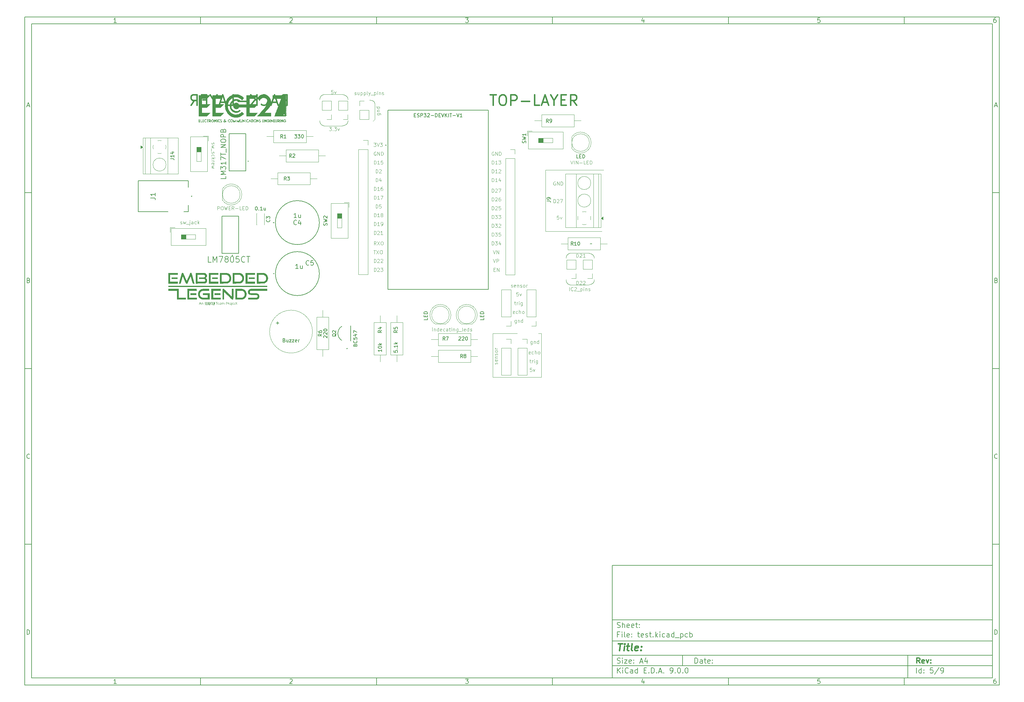
<source format=gbr>
%TF.GenerationSoftware,KiCad,Pcbnew,9.0.0*%
%TF.CreationDate,2025-04-04T13:57:26+02:00*%
%TF.ProjectId,test,74657374-2e6b-4696-9361-645f70636258,rev?*%
%TF.SameCoordinates,Original*%
%TF.FileFunction,Legend,Top*%
%TF.FilePolarity,Positive*%
%FSLAX46Y46*%
G04 Gerber Fmt 4.6, Leading zero omitted, Abs format (unit mm)*
G04 Created by KiCad (PCBNEW 9.0.0) date 2025-04-04 13:57:26*
%MOMM*%
%LPD*%
G01*
G04 APERTURE LIST*
%ADD10C,0.100000*%
%ADD11C,0.150000*%
%ADD12C,0.300000*%
%ADD13C,0.400000*%
%ADD14C,0.125000*%
%ADD15C,0.120000*%
%ADD16C,0.152400*%
%ADD17C,0.200000*%
%ADD18C,0.127000*%
%ADD19C,0.000000*%
G04 APERTURE END LIST*
D10*
D11*
X177002200Y-166007200D02*
X285002200Y-166007200D01*
X285002200Y-198007200D01*
X177002200Y-198007200D01*
X177002200Y-166007200D01*
D10*
D11*
X10000000Y-10000000D02*
X287002200Y-10000000D01*
X287002200Y-200007200D01*
X10000000Y-200007200D01*
X10000000Y-10000000D01*
D10*
D11*
X12000000Y-12000000D02*
X285002200Y-12000000D01*
X285002200Y-198007200D01*
X12000000Y-198007200D01*
X12000000Y-12000000D01*
D10*
D11*
X60000000Y-12000000D02*
X60000000Y-10000000D01*
D10*
D11*
X110000000Y-12000000D02*
X110000000Y-10000000D01*
D10*
D11*
X160000000Y-12000000D02*
X160000000Y-10000000D01*
D10*
D11*
X210000000Y-12000000D02*
X210000000Y-10000000D01*
D10*
D11*
X260000000Y-12000000D02*
X260000000Y-10000000D01*
D10*
D11*
X36089160Y-11593604D02*
X35346303Y-11593604D01*
X35717731Y-11593604D02*
X35717731Y-10293604D01*
X35717731Y-10293604D02*
X35593922Y-10479319D01*
X35593922Y-10479319D02*
X35470112Y-10603128D01*
X35470112Y-10603128D02*
X35346303Y-10665033D01*
D10*
D11*
X85346303Y-10417414D02*
X85408207Y-10355509D01*
X85408207Y-10355509D02*
X85532017Y-10293604D01*
X85532017Y-10293604D02*
X85841541Y-10293604D01*
X85841541Y-10293604D02*
X85965350Y-10355509D01*
X85965350Y-10355509D02*
X86027255Y-10417414D01*
X86027255Y-10417414D02*
X86089160Y-10541223D01*
X86089160Y-10541223D02*
X86089160Y-10665033D01*
X86089160Y-10665033D02*
X86027255Y-10850747D01*
X86027255Y-10850747D02*
X85284398Y-11593604D01*
X85284398Y-11593604D02*
X86089160Y-11593604D01*
D10*
D11*
X135284398Y-10293604D02*
X136089160Y-10293604D01*
X136089160Y-10293604D02*
X135655826Y-10788842D01*
X135655826Y-10788842D02*
X135841541Y-10788842D01*
X135841541Y-10788842D02*
X135965350Y-10850747D01*
X135965350Y-10850747D02*
X136027255Y-10912652D01*
X136027255Y-10912652D02*
X136089160Y-11036461D01*
X136089160Y-11036461D02*
X136089160Y-11345985D01*
X136089160Y-11345985D02*
X136027255Y-11469795D01*
X136027255Y-11469795D02*
X135965350Y-11531700D01*
X135965350Y-11531700D02*
X135841541Y-11593604D01*
X135841541Y-11593604D02*
X135470112Y-11593604D01*
X135470112Y-11593604D02*
X135346303Y-11531700D01*
X135346303Y-11531700D02*
X135284398Y-11469795D01*
D10*
D11*
X185965350Y-10726938D02*
X185965350Y-11593604D01*
X185655826Y-10231700D02*
X185346303Y-11160271D01*
X185346303Y-11160271D02*
X186151064Y-11160271D01*
D10*
D11*
X236027255Y-10293604D02*
X235408207Y-10293604D01*
X235408207Y-10293604D02*
X235346303Y-10912652D01*
X235346303Y-10912652D02*
X235408207Y-10850747D01*
X235408207Y-10850747D02*
X235532017Y-10788842D01*
X235532017Y-10788842D02*
X235841541Y-10788842D01*
X235841541Y-10788842D02*
X235965350Y-10850747D01*
X235965350Y-10850747D02*
X236027255Y-10912652D01*
X236027255Y-10912652D02*
X236089160Y-11036461D01*
X236089160Y-11036461D02*
X236089160Y-11345985D01*
X236089160Y-11345985D02*
X236027255Y-11469795D01*
X236027255Y-11469795D02*
X235965350Y-11531700D01*
X235965350Y-11531700D02*
X235841541Y-11593604D01*
X235841541Y-11593604D02*
X235532017Y-11593604D01*
X235532017Y-11593604D02*
X235408207Y-11531700D01*
X235408207Y-11531700D02*
X235346303Y-11469795D01*
D10*
D11*
X285965350Y-10293604D02*
X285717731Y-10293604D01*
X285717731Y-10293604D02*
X285593922Y-10355509D01*
X285593922Y-10355509D02*
X285532017Y-10417414D01*
X285532017Y-10417414D02*
X285408207Y-10603128D01*
X285408207Y-10603128D02*
X285346303Y-10850747D01*
X285346303Y-10850747D02*
X285346303Y-11345985D01*
X285346303Y-11345985D02*
X285408207Y-11469795D01*
X285408207Y-11469795D02*
X285470112Y-11531700D01*
X285470112Y-11531700D02*
X285593922Y-11593604D01*
X285593922Y-11593604D02*
X285841541Y-11593604D01*
X285841541Y-11593604D02*
X285965350Y-11531700D01*
X285965350Y-11531700D02*
X286027255Y-11469795D01*
X286027255Y-11469795D02*
X286089160Y-11345985D01*
X286089160Y-11345985D02*
X286089160Y-11036461D01*
X286089160Y-11036461D02*
X286027255Y-10912652D01*
X286027255Y-10912652D02*
X285965350Y-10850747D01*
X285965350Y-10850747D02*
X285841541Y-10788842D01*
X285841541Y-10788842D02*
X285593922Y-10788842D01*
X285593922Y-10788842D02*
X285470112Y-10850747D01*
X285470112Y-10850747D02*
X285408207Y-10912652D01*
X285408207Y-10912652D02*
X285346303Y-11036461D01*
D10*
D11*
X60000000Y-198007200D02*
X60000000Y-200007200D01*
D10*
D11*
X110000000Y-198007200D02*
X110000000Y-200007200D01*
D10*
D11*
X160000000Y-198007200D02*
X160000000Y-200007200D01*
D10*
D11*
X210000000Y-198007200D02*
X210000000Y-200007200D01*
D10*
D11*
X260000000Y-198007200D02*
X260000000Y-200007200D01*
D10*
D11*
X36089160Y-199600804D02*
X35346303Y-199600804D01*
X35717731Y-199600804D02*
X35717731Y-198300804D01*
X35717731Y-198300804D02*
X35593922Y-198486519D01*
X35593922Y-198486519D02*
X35470112Y-198610328D01*
X35470112Y-198610328D02*
X35346303Y-198672233D01*
D10*
D11*
X85346303Y-198424614D02*
X85408207Y-198362709D01*
X85408207Y-198362709D02*
X85532017Y-198300804D01*
X85532017Y-198300804D02*
X85841541Y-198300804D01*
X85841541Y-198300804D02*
X85965350Y-198362709D01*
X85965350Y-198362709D02*
X86027255Y-198424614D01*
X86027255Y-198424614D02*
X86089160Y-198548423D01*
X86089160Y-198548423D02*
X86089160Y-198672233D01*
X86089160Y-198672233D02*
X86027255Y-198857947D01*
X86027255Y-198857947D02*
X85284398Y-199600804D01*
X85284398Y-199600804D02*
X86089160Y-199600804D01*
D10*
D11*
X135284398Y-198300804D02*
X136089160Y-198300804D01*
X136089160Y-198300804D02*
X135655826Y-198796042D01*
X135655826Y-198796042D02*
X135841541Y-198796042D01*
X135841541Y-198796042D02*
X135965350Y-198857947D01*
X135965350Y-198857947D02*
X136027255Y-198919852D01*
X136027255Y-198919852D02*
X136089160Y-199043661D01*
X136089160Y-199043661D02*
X136089160Y-199353185D01*
X136089160Y-199353185D02*
X136027255Y-199476995D01*
X136027255Y-199476995D02*
X135965350Y-199538900D01*
X135965350Y-199538900D02*
X135841541Y-199600804D01*
X135841541Y-199600804D02*
X135470112Y-199600804D01*
X135470112Y-199600804D02*
X135346303Y-199538900D01*
X135346303Y-199538900D02*
X135284398Y-199476995D01*
D10*
D11*
X185965350Y-198734138D02*
X185965350Y-199600804D01*
X185655826Y-198238900D02*
X185346303Y-199167471D01*
X185346303Y-199167471D02*
X186151064Y-199167471D01*
D10*
D11*
X236027255Y-198300804D02*
X235408207Y-198300804D01*
X235408207Y-198300804D02*
X235346303Y-198919852D01*
X235346303Y-198919852D02*
X235408207Y-198857947D01*
X235408207Y-198857947D02*
X235532017Y-198796042D01*
X235532017Y-198796042D02*
X235841541Y-198796042D01*
X235841541Y-198796042D02*
X235965350Y-198857947D01*
X235965350Y-198857947D02*
X236027255Y-198919852D01*
X236027255Y-198919852D02*
X236089160Y-199043661D01*
X236089160Y-199043661D02*
X236089160Y-199353185D01*
X236089160Y-199353185D02*
X236027255Y-199476995D01*
X236027255Y-199476995D02*
X235965350Y-199538900D01*
X235965350Y-199538900D02*
X235841541Y-199600804D01*
X235841541Y-199600804D02*
X235532017Y-199600804D01*
X235532017Y-199600804D02*
X235408207Y-199538900D01*
X235408207Y-199538900D02*
X235346303Y-199476995D01*
D10*
D11*
X285965350Y-198300804D02*
X285717731Y-198300804D01*
X285717731Y-198300804D02*
X285593922Y-198362709D01*
X285593922Y-198362709D02*
X285532017Y-198424614D01*
X285532017Y-198424614D02*
X285408207Y-198610328D01*
X285408207Y-198610328D02*
X285346303Y-198857947D01*
X285346303Y-198857947D02*
X285346303Y-199353185D01*
X285346303Y-199353185D02*
X285408207Y-199476995D01*
X285408207Y-199476995D02*
X285470112Y-199538900D01*
X285470112Y-199538900D02*
X285593922Y-199600804D01*
X285593922Y-199600804D02*
X285841541Y-199600804D01*
X285841541Y-199600804D02*
X285965350Y-199538900D01*
X285965350Y-199538900D02*
X286027255Y-199476995D01*
X286027255Y-199476995D02*
X286089160Y-199353185D01*
X286089160Y-199353185D02*
X286089160Y-199043661D01*
X286089160Y-199043661D02*
X286027255Y-198919852D01*
X286027255Y-198919852D02*
X285965350Y-198857947D01*
X285965350Y-198857947D02*
X285841541Y-198796042D01*
X285841541Y-198796042D02*
X285593922Y-198796042D01*
X285593922Y-198796042D02*
X285470112Y-198857947D01*
X285470112Y-198857947D02*
X285408207Y-198919852D01*
X285408207Y-198919852D02*
X285346303Y-199043661D01*
D10*
D11*
X10000000Y-60000000D02*
X12000000Y-60000000D01*
D10*
D11*
X10000000Y-110000000D02*
X12000000Y-110000000D01*
D10*
D11*
X10000000Y-160000000D02*
X12000000Y-160000000D01*
D10*
D11*
X10690476Y-35222176D02*
X11309523Y-35222176D01*
X10566666Y-35593604D02*
X10999999Y-34293604D01*
X10999999Y-34293604D02*
X11433333Y-35593604D01*
D10*
D11*
X11092857Y-84912652D02*
X11278571Y-84974557D01*
X11278571Y-84974557D02*
X11340476Y-85036461D01*
X11340476Y-85036461D02*
X11402380Y-85160271D01*
X11402380Y-85160271D02*
X11402380Y-85345985D01*
X11402380Y-85345985D02*
X11340476Y-85469795D01*
X11340476Y-85469795D02*
X11278571Y-85531700D01*
X11278571Y-85531700D02*
X11154761Y-85593604D01*
X11154761Y-85593604D02*
X10659523Y-85593604D01*
X10659523Y-85593604D02*
X10659523Y-84293604D01*
X10659523Y-84293604D02*
X11092857Y-84293604D01*
X11092857Y-84293604D02*
X11216666Y-84355509D01*
X11216666Y-84355509D02*
X11278571Y-84417414D01*
X11278571Y-84417414D02*
X11340476Y-84541223D01*
X11340476Y-84541223D02*
X11340476Y-84665033D01*
X11340476Y-84665033D02*
X11278571Y-84788842D01*
X11278571Y-84788842D02*
X11216666Y-84850747D01*
X11216666Y-84850747D02*
X11092857Y-84912652D01*
X11092857Y-84912652D02*
X10659523Y-84912652D01*
D10*
D11*
X11402380Y-135469795D02*
X11340476Y-135531700D01*
X11340476Y-135531700D02*
X11154761Y-135593604D01*
X11154761Y-135593604D02*
X11030952Y-135593604D01*
X11030952Y-135593604D02*
X10845238Y-135531700D01*
X10845238Y-135531700D02*
X10721428Y-135407890D01*
X10721428Y-135407890D02*
X10659523Y-135284080D01*
X10659523Y-135284080D02*
X10597619Y-135036461D01*
X10597619Y-135036461D02*
X10597619Y-134850747D01*
X10597619Y-134850747D02*
X10659523Y-134603128D01*
X10659523Y-134603128D02*
X10721428Y-134479319D01*
X10721428Y-134479319D02*
X10845238Y-134355509D01*
X10845238Y-134355509D02*
X11030952Y-134293604D01*
X11030952Y-134293604D02*
X11154761Y-134293604D01*
X11154761Y-134293604D02*
X11340476Y-134355509D01*
X11340476Y-134355509D02*
X11402380Y-134417414D01*
D10*
D11*
X10659523Y-185593604D02*
X10659523Y-184293604D01*
X10659523Y-184293604D02*
X10969047Y-184293604D01*
X10969047Y-184293604D02*
X11154761Y-184355509D01*
X11154761Y-184355509D02*
X11278571Y-184479319D01*
X11278571Y-184479319D02*
X11340476Y-184603128D01*
X11340476Y-184603128D02*
X11402380Y-184850747D01*
X11402380Y-184850747D02*
X11402380Y-185036461D01*
X11402380Y-185036461D02*
X11340476Y-185284080D01*
X11340476Y-185284080D02*
X11278571Y-185407890D01*
X11278571Y-185407890D02*
X11154761Y-185531700D01*
X11154761Y-185531700D02*
X10969047Y-185593604D01*
X10969047Y-185593604D02*
X10659523Y-185593604D01*
D10*
D11*
X287002200Y-60000000D02*
X285002200Y-60000000D01*
D10*
D11*
X287002200Y-110000000D02*
X285002200Y-110000000D01*
D10*
D11*
X287002200Y-160000000D02*
X285002200Y-160000000D01*
D10*
D11*
X285692676Y-35222176D02*
X286311723Y-35222176D01*
X285568866Y-35593604D02*
X286002199Y-34293604D01*
X286002199Y-34293604D02*
X286435533Y-35593604D01*
D10*
D11*
X286095057Y-84912652D02*
X286280771Y-84974557D01*
X286280771Y-84974557D02*
X286342676Y-85036461D01*
X286342676Y-85036461D02*
X286404580Y-85160271D01*
X286404580Y-85160271D02*
X286404580Y-85345985D01*
X286404580Y-85345985D02*
X286342676Y-85469795D01*
X286342676Y-85469795D02*
X286280771Y-85531700D01*
X286280771Y-85531700D02*
X286156961Y-85593604D01*
X286156961Y-85593604D02*
X285661723Y-85593604D01*
X285661723Y-85593604D02*
X285661723Y-84293604D01*
X285661723Y-84293604D02*
X286095057Y-84293604D01*
X286095057Y-84293604D02*
X286218866Y-84355509D01*
X286218866Y-84355509D02*
X286280771Y-84417414D01*
X286280771Y-84417414D02*
X286342676Y-84541223D01*
X286342676Y-84541223D02*
X286342676Y-84665033D01*
X286342676Y-84665033D02*
X286280771Y-84788842D01*
X286280771Y-84788842D02*
X286218866Y-84850747D01*
X286218866Y-84850747D02*
X286095057Y-84912652D01*
X286095057Y-84912652D02*
X285661723Y-84912652D01*
D10*
D11*
X286404580Y-135469795D02*
X286342676Y-135531700D01*
X286342676Y-135531700D02*
X286156961Y-135593604D01*
X286156961Y-135593604D02*
X286033152Y-135593604D01*
X286033152Y-135593604D02*
X285847438Y-135531700D01*
X285847438Y-135531700D02*
X285723628Y-135407890D01*
X285723628Y-135407890D02*
X285661723Y-135284080D01*
X285661723Y-135284080D02*
X285599819Y-135036461D01*
X285599819Y-135036461D02*
X285599819Y-134850747D01*
X285599819Y-134850747D02*
X285661723Y-134603128D01*
X285661723Y-134603128D02*
X285723628Y-134479319D01*
X285723628Y-134479319D02*
X285847438Y-134355509D01*
X285847438Y-134355509D02*
X286033152Y-134293604D01*
X286033152Y-134293604D02*
X286156961Y-134293604D01*
X286156961Y-134293604D02*
X286342676Y-134355509D01*
X286342676Y-134355509D02*
X286404580Y-134417414D01*
D10*
D11*
X285661723Y-185593604D02*
X285661723Y-184293604D01*
X285661723Y-184293604D02*
X285971247Y-184293604D01*
X285971247Y-184293604D02*
X286156961Y-184355509D01*
X286156961Y-184355509D02*
X286280771Y-184479319D01*
X286280771Y-184479319D02*
X286342676Y-184603128D01*
X286342676Y-184603128D02*
X286404580Y-184850747D01*
X286404580Y-184850747D02*
X286404580Y-185036461D01*
X286404580Y-185036461D02*
X286342676Y-185284080D01*
X286342676Y-185284080D02*
X286280771Y-185407890D01*
X286280771Y-185407890D02*
X286156961Y-185531700D01*
X286156961Y-185531700D02*
X285971247Y-185593604D01*
X285971247Y-185593604D02*
X285661723Y-185593604D01*
D10*
D11*
X200458026Y-193793328D02*
X200458026Y-192293328D01*
X200458026Y-192293328D02*
X200815169Y-192293328D01*
X200815169Y-192293328D02*
X201029455Y-192364757D01*
X201029455Y-192364757D02*
X201172312Y-192507614D01*
X201172312Y-192507614D02*
X201243741Y-192650471D01*
X201243741Y-192650471D02*
X201315169Y-192936185D01*
X201315169Y-192936185D02*
X201315169Y-193150471D01*
X201315169Y-193150471D02*
X201243741Y-193436185D01*
X201243741Y-193436185D02*
X201172312Y-193579042D01*
X201172312Y-193579042D02*
X201029455Y-193721900D01*
X201029455Y-193721900D02*
X200815169Y-193793328D01*
X200815169Y-193793328D02*
X200458026Y-193793328D01*
X202600884Y-193793328D02*
X202600884Y-193007614D01*
X202600884Y-193007614D02*
X202529455Y-192864757D01*
X202529455Y-192864757D02*
X202386598Y-192793328D01*
X202386598Y-192793328D02*
X202100884Y-192793328D01*
X202100884Y-192793328D02*
X201958026Y-192864757D01*
X202600884Y-193721900D02*
X202458026Y-193793328D01*
X202458026Y-193793328D02*
X202100884Y-193793328D01*
X202100884Y-193793328D02*
X201958026Y-193721900D01*
X201958026Y-193721900D02*
X201886598Y-193579042D01*
X201886598Y-193579042D02*
X201886598Y-193436185D01*
X201886598Y-193436185D02*
X201958026Y-193293328D01*
X201958026Y-193293328D02*
X202100884Y-193221900D01*
X202100884Y-193221900D02*
X202458026Y-193221900D01*
X202458026Y-193221900D02*
X202600884Y-193150471D01*
X203100884Y-192793328D02*
X203672312Y-192793328D01*
X203315169Y-192293328D02*
X203315169Y-193579042D01*
X203315169Y-193579042D02*
X203386598Y-193721900D01*
X203386598Y-193721900D02*
X203529455Y-193793328D01*
X203529455Y-193793328D02*
X203672312Y-193793328D01*
X204743741Y-193721900D02*
X204600884Y-193793328D01*
X204600884Y-193793328D02*
X204315170Y-193793328D01*
X204315170Y-193793328D02*
X204172312Y-193721900D01*
X204172312Y-193721900D02*
X204100884Y-193579042D01*
X204100884Y-193579042D02*
X204100884Y-193007614D01*
X204100884Y-193007614D02*
X204172312Y-192864757D01*
X204172312Y-192864757D02*
X204315170Y-192793328D01*
X204315170Y-192793328D02*
X204600884Y-192793328D01*
X204600884Y-192793328D02*
X204743741Y-192864757D01*
X204743741Y-192864757D02*
X204815170Y-193007614D01*
X204815170Y-193007614D02*
X204815170Y-193150471D01*
X204815170Y-193150471D02*
X204100884Y-193293328D01*
X205458026Y-193650471D02*
X205529455Y-193721900D01*
X205529455Y-193721900D02*
X205458026Y-193793328D01*
X205458026Y-193793328D02*
X205386598Y-193721900D01*
X205386598Y-193721900D02*
X205458026Y-193650471D01*
X205458026Y-193650471D02*
X205458026Y-193793328D01*
X205458026Y-192864757D02*
X205529455Y-192936185D01*
X205529455Y-192936185D02*
X205458026Y-193007614D01*
X205458026Y-193007614D02*
X205386598Y-192936185D01*
X205386598Y-192936185D02*
X205458026Y-192864757D01*
X205458026Y-192864757D02*
X205458026Y-193007614D01*
D10*
D11*
X177002200Y-194507200D02*
X285002200Y-194507200D01*
D10*
D11*
X178458026Y-196593328D02*
X178458026Y-195093328D01*
X179315169Y-196593328D02*
X178672312Y-195736185D01*
X179315169Y-195093328D02*
X178458026Y-195950471D01*
X179958026Y-196593328D02*
X179958026Y-195593328D01*
X179958026Y-195093328D02*
X179886598Y-195164757D01*
X179886598Y-195164757D02*
X179958026Y-195236185D01*
X179958026Y-195236185D02*
X180029455Y-195164757D01*
X180029455Y-195164757D02*
X179958026Y-195093328D01*
X179958026Y-195093328D02*
X179958026Y-195236185D01*
X181529455Y-196450471D02*
X181458027Y-196521900D01*
X181458027Y-196521900D02*
X181243741Y-196593328D01*
X181243741Y-196593328D02*
X181100884Y-196593328D01*
X181100884Y-196593328D02*
X180886598Y-196521900D01*
X180886598Y-196521900D02*
X180743741Y-196379042D01*
X180743741Y-196379042D02*
X180672312Y-196236185D01*
X180672312Y-196236185D02*
X180600884Y-195950471D01*
X180600884Y-195950471D02*
X180600884Y-195736185D01*
X180600884Y-195736185D02*
X180672312Y-195450471D01*
X180672312Y-195450471D02*
X180743741Y-195307614D01*
X180743741Y-195307614D02*
X180886598Y-195164757D01*
X180886598Y-195164757D02*
X181100884Y-195093328D01*
X181100884Y-195093328D02*
X181243741Y-195093328D01*
X181243741Y-195093328D02*
X181458027Y-195164757D01*
X181458027Y-195164757D02*
X181529455Y-195236185D01*
X182815170Y-196593328D02*
X182815170Y-195807614D01*
X182815170Y-195807614D02*
X182743741Y-195664757D01*
X182743741Y-195664757D02*
X182600884Y-195593328D01*
X182600884Y-195593328D02*
X182315170Y-195593328D01*
X182315170Y-195593328D02*
X182172312Y-195664757D01*
X182815170Y-196521900D02*
X182672312Y-196593328D01*
X182672312Y-196593328D02*
X182315170Y-196593328D01*
X182315170Y-196593328D02*
X182172312Y-196521900D01*
X182172312Y-196521900D02*
X182100884Y-196379042D01*
X182100884Y-196379042D02*
X182100884Y-196236185D01*
X182100884Y-196236185D02*
X182172312Y-196093328D01*
X182172312Y-196093328D02*
X182315170Y-196021900D01*
X182315170Y-196021900D02*
X182672312Y-196021900D01*
X182672312Y-196021900D02*
X182815170Y-195950471D01*
X184172313Y-196593328D02*
X184172313Y-195093328D01*
X184172313Y-196521900D02*
X184029455Y-196593328D01*
X184029455Y-196593328D02*
X183743741Y-196593328D01*
X183743741Y-196593328D02*
X183600884Y-196521900D01*
X183600884Y-196521900D02*
X183529455Y-196450471D01*
X183529455Y-196450471D02*
X183458027Y-196307614D01*
X183458027Y-196307614D02*
X183458027Y-195879042D01*
X183458027Y-195879042D02*
X183529455Y-195736185D01*
X183529455Y-195736185D02*
X183600884Y-195664757D01*
X183600884Y-195664757D02*
X183743741Y-195593328D01*
X183743741Y-195593328D02*
X184029455Y-195593328D01*
X184029455Y-195593328D02*
X184172313Y-195664757D01*
X186029455Y-195807614D02*
X186529455Y-195807614D01*
X186743741Y-196593328D02*
X186029455Y-196593328D01*
X186029455Y-196593328D02*
X186029455Y-195093328D01*
X186029455Y-195093328D02*
X186743741Y-195093328D01*
X187386598Y-196450471D02*
X187458027Y-196521900D01*
X187458027Y-196521900D02*
X187386598Y-196593328D01*
X187386598Y-196593328D02*
X187315170Y-196521900D01*
X187315170Y-196521900D02*
X187386598Y-196450471D01*
X187386598Y-196450471D02*
X187386598Y-196593328D01*
X188100884Y-196593328D02*
X188100884Y-195093328D01*
X188100884Y-195093328D02*
X188458027Y-195093328D01*
X188458027Y-195093328D02*
X188672313Y-195164757D01*
X188672313Y-195164757D02*
X188815170Y-195307614D01*
X188815170Y-195307614D02*
X188886599Y-195450471D01*
X188886599Y-195450471D02*
X188958027Y-195736185D01*
X188958027Y-195736185D02*
X188958027Y-195950471D01*
X188958027Y-195950471D02*
X188886599Y-196236185D01*
X188886599Y-196236185D02*
X188815170Y-196379042D01*
X188815170Y-196379042D02*
X188672313Y-196521900D01*
X188672313Y-196521900D02*
X188458027Y-196593328D01*
X188458027Y-196593328D02*
X188100884Y-196593328D01*
X189600884Y-196450471D02*
X189672313Y-196521900D01*
X189672313Y-196521900D02*
X189600884Y-196593328D01*
X189600884Y-196593328D02*
X189529456Y-196521900D01*
X189529456Y-196521900D02*
X189600884Y-196450471D01*
X189600884Y-196450471D02*
X189600884Y-196593328D01*
X190243742Y-196164757D02*
X190958028Y-196164757D01*
X190100885Y-196593328D02*
X190600885Y-195093328D01*
X190600885Y-195093328D02*
X191100885Y-196593328D01*
X191600884Y-196450471D02*
X191672313Y-196521900D01*
X191672313Y-196521900D02*
X191600884Y-196593328D01*
X191600884Y-196593328D02*
X191529456Y-196521900D01*
X191529456Y-196521900D02*
X191600884Y-196450471D01*
X191600884Y-196450471D02*
X191600884Y-196593328D01*
X193529456Y-196593328D02*
X193815170Y-196593328D01*
X193815170Y-196593328D02*
X193958027Y-196521900D01*
X193958027Y-196521900D02*
X194029456Y-196450471D01*
X194029456Y-196450471D02*
X194172313Y-196236185D01*
X194172313Y-196236185D02*
X194243742Y-195950471D01*
X194243742Y-195950471D02*
X194243742Y-195379042D01*
X194243742Y-195379042D02*
X194172313Y-195236185D01*
X194172313Y-195236185D02*
X194100885Y-195164757D01*
X194100885Y-195164757D02*
X193958027Y-195093328D01*
X193958027Y-195093328D02*
X193672313Y-195093328D01*
X193672313Y-195093328D02*
X193529456Y-195164757D01*
X193529456Y-195164757D02*
X193458027Y-195236185D01*
X193458027Y-195236185D02*
X193386599Y-195379042D01*
X193386599Y-195379042D02*
X193386599Y-195736185D01*
X193386599Y-195736185D02*
X193458027Y-195879042D01*
X193458027Y-195879042D02*
X193529456Y-195950471D01*
X193529456Y-195950471D02*
X193672313Y-196021900D01*
X193672313Y-196021900D02*
X193958027Y-196021900D01*
X193958027Y-196021900D02*
X194100885Y-195950471D01*
X194100885Y-195950471D02*
X194172313Y-195879042D01*
X194172313Y-195879042D02*
X194243742Y-195736185D01*
X194886598Y-196450471D02*
X194958027Y-196521900D01*
X194958027Y-196521900D02*
X194886598Y-196593328D01*
X194886598Y-196593328D02*
X194815170Y-196521900D01*
X194815170Y-196521900D02*
X194886598Y-196450471D01*
X194886598Y-196450471D02*
X194886598Y-196593328D01*
X195886599Y-195093328D02*
X196029456Y-195093328D01*
X196029456Y-195093328D02*
X196172313Y-195164757D01*
X196172313Y-195164757D02*
X196243742Y-195236185D01*
X196243742Y-195236185D02*
X196315170Y-195379042D01*
X196315170Y-195379042D02*
X196386599Y-195664757D01*
X196386599Y-195664757D02*
X196386599Y-196021900D01*
X196386599Y-196021900D02*
X196315170Y-196307614D01*
X196315170Y-196307614D02*
X196243742Y-196450471D01*
X196243742Y-196450471D02*
X196172313Y-196521900D01*
X196172313Y-196521900D02*
X196029456Y-196593328D01*
X196029456Y-196593328D02*
X195886599Y-196593328D01*
X195886599Y-196593328D02*
X195743742Y-196521900D01*
X195743742Y-196521900D02*
X195672313Y-196450471D01*
X195672313Y-196450471D02*
X195600884Y-196307614D01*
X195600884Y-196307614D02*
X195529456Y-196021900D01*
X195529456Y-196021900D02*
X195529456Y-195664757D01*
X195529456Y-195664757D02*
X195600884Y-195379042D01*
X195600884Y-195379042D02*
X195672313Y-195236185D01*
X195672313Y-195236185D02*
X195743742Y-195164757D01*
X195743742Y-195164757D02*
X195886599Y-195093328D01*
X197029455Y-196450471D02*
X197100884Y-196521900D01*
X197100884Y-196521900D02*
X197029455Y-196593328D01*
X197029455Y-196593328D02*
X196958027Y-196521900D01*
X196958027Y-196521900D02*
X197029455Y-196450471D01*
X197029455Y-196450471D02*
X197029455Y-196593328D01*
X198029456Y-195093328D02*
X198172313Y-195093328D01*
X198172313Y-195093328D02*
X198315170Y-195164757D01*
X198315170Y-195164757D02*
X198386599Y-195236185D01*
X198386599Y-195236185D02*
X198458027Y-195379042D01*
X198458027Y-195379042D02*
X198529456Y-195664757D01*
X198529456Y-195664757D02*
X198529456Y-196021900D01*
X198529456Y-196021900D02*
X198458027Y-196307614D01*
X198458027Y-196307614D02*
X198386599Y-196450471D01*
X198386599Y-196450471D02*
X198315170Y-196521900D01*
X198315170Y-196521900D02*
X198172313Y-196593328D01*
X198172313Y-196593328D02*
X198029456Y-196593328D01*
X198029456Y-196593328D02*
X197886599Y-196521900D01*
X197886599Y-196521900D02*
X197815170Y-196450471D01*
X197815170Y-196450471D02*
X197743741Y-196307614D01*
X197743741Y-196307614D02*
X197672313Y-196021900D01*
X197672313Y-196021900D02*
X197672313Y-195664757D01*
X197672313Y-195664757D02*
X197743741Y-195379042D01*
X197743741Y-195379042D02*
X197815170Y-195236185D01*
X197815170Y-195236185D02*
X197886599Y-195164757D01*
X197886599Y-195164757D02*
X198029456Y-195093328D01*
D10*
D11*
X177002200Y-191507200D02*
X285002200Y-191507200D01*
D10*
D12*
X264413853Y-193785528D02*
X263913853Y-193071242D01*
X263556710Y-193785528D02*
X263556710Y-192285528D01*
X263556710Y-192285528D02*
X264128139Y-192285528D01*
X264128139Y-192285528D02*
X264270996Y-192356957D01*
X264270996Y-192356957D02*
X264342425Y-192428385D01*
X264342425Y-192428385D02*
X264413853Y-192571242D01*
X264413853Y-192571242D02*
X264413853Y-192785528D01*
X264413853Y-192785528D02*
X264342425Y-192928385D01*
X264342425Y-192928385D02*
X264270996Y-192999814D01*
X264270996Y-192999814D02*
X264128139Y-193071242D01*
X264128139Y-193071242D02*
X263556710Y-193071242D01*
X265628139Y-193714100D02*
X265485282Y-193785528D01*
X265485282Y-193785528D02*
X265199568Y-193785528D01*
X265199568Y-193785528D02*
X265056710Y-193714100D01*
X265056710Y-193714100D02*
X264985282Y-193571242D01*
X264985282Y-193571242D02*
X264985282Y-192999814D01*
X264985282Y-192999814D02*
X265056710Y-192856957D01*
X265056710Y-192856957D02*
X265199568Y-192785528D01*
X265199568Y-192785528D02*
X265485282Y-192785528D01*
X265485282Y-192785528D02*
X265628139Y-192856957D01*
X265628139Y-192856957D02*
X265699568Y-192999814D01*
X265699568Y-192999814D02*
X265699568Y-193142671D01*
X265699568Y-193142671D02*
X264985282Y-193285528D01*
X266199567Y-192785528D02*
X266556710Y-193785528D01*
X266556710Y-193785528D02*
X266913853Y-192785528D01*
X267485281Y-193642671D02*
X267556710Y-193714100D01*
X267556710Y-193714100D02*
X267485281Y-193785528D01*
X267485281Y-193785528D02*
X267413853Y-193714100D01*
X267413853Y-193714100D02*
X267485281Y-193642671D01*
X267485281Y-193642671D02*
X267485281Y-193785528D01*
X267485281Y-192856957D02*
X267556710Y-192928385D01*
X267556710Y-192928385D02*
X267485281Y-192999814D01*
X267485281Y-192999814D02*
X267413853Y-192928385D01*
X267413853Y-192928385D02*
X267485281Y-192856957D01*
X267485281Y-192856957D02*
X267485281Y-192999814D01*
D10*
D11*
X178386598Y-193721900D02*
X178600884Y-193793328D01*
X178600884Y-193793328D02*
X178958026Y-193793328D01*
X178958026Y-193793328D02*
X179100884Y-193721900D01*
X179100884Y-193721900D02*
X179172312Y-193650471D01*
X179172312Y-193650471D02*
X179243741Y-193507614D01*
X179243741Y-193507614D02*
X179243741Y-193364757D01*
X179243741Y-193364757D02*
X179172312Y-193221900D01*
X179172312Y-193221900D02*
X179100884Y-193150471D01*
X179100884Y-193150471D02*
X178958026Y-193079042D01*
X178958026Y-193079042D02*
X178672312Y-193007614D01*
X178672312Y-193007614D02*
X178529455Y-192936185D01*
X178529455Y-192936185D02*
X178458026Y-192864757D01*
X178458026Y-192864757D02*
X178386598Y-192721900D01*
X178386598Y-192721900D02*
X178386598Y-192579042D01*
X178386598Y-192579042D02*
X178458026Y-192436185D01*
X178458026Y-192436185D02*
X178529455Y-192364757D01*
X178529455Y-192364757D02*
X178672312Y-192293328D01*
X178672312Y-192293328D02*
X179029455Y-192293328D01*
X179029455Y-192293328D02*
X179243741Y-192364757D01*
X179886597Y-193793328D02*
X179886597Y-192793328D01*
X179886597Y-192293328D02*
X179815169Y-192364757D01*
X179815169Y-192364757D02*
X179886597Y-192436185D01*
X179886597Y-192436185D02*
X179958026Y-192364757D01*
X179958026Y-192364757D02*
X179886597Y-192293328D01*
X179886597Y-192293328D02*
X179886597Y-192436185D01*
X180458026Y-192793328D02*
X181243741Y-192793328D01*
X181243741Y-192793328D02*
X180458026Y-193793328D01*
X180458026Y-193793328D02*
X181243741Y-193793328D01*
X182386598Y-193721900D02*
X182243741Y-193793328D01*
X182243741Y-193793328D02*
X181958027Y-193793328D01*
X181958027Y-193793328D02*
X181815169Y-193721900D01*
X181815169Y-193721900D02*
X181743741Y-193579042D01*
X181743741Y-193579042D02*
X181743741Y-193007614D01*
X181743741Y-193007614D02*
X181815169Y-192864757D01*
X181815169Y-192864757D02*
X181958027Y-192793328D01*
X181958027Y-192793328D02*
X182243741Y-192793328D01*
X182243741Y-192793328D02*
X182386598Y-192864757D01*
X182386598Y-192864757D02*
X182458027Y-193007614D01*
X182458027Y-193007614D02*
X182458027Y-193150471D01*
X182458027Y-193150471D02*
X181743741Y-193293328D01*
X183100883Y-193650471D02*
X183172312Y-193721900D01*
X183172312Y-193721900D02*
X183100883Y-193793328D01*
X183100883Y-193793328D02*
X183029455Y-193721900D01*
X183029455Y-193721900D02*
X183100883Y-193650471D01*
X183100883Y-193650471D02*
X183100883Y-193793328D01*
X183100883Y-192864757D02*
X183172312Y-192936185D01*
X183172312Y-192936185D02*
X183100883Y-193007614D01*
X183100883Y-193007614D02*
X183029455Y-192936185D01*
X183029455Y-192936185D02*
X183100883Y-192864757D01*
X183100883Y-192864757D02*
X183100883Y-193007614D01*
X184886598Y-193364757D02*
X185600884Y-193364757D01*
X184743741Y-193793328D02*
X185243741Y-192293328D01*
X185243741Y-192293328D02*
X185743741Y-193793328D01*
X186886598Y-192793328D02*
X186886598Y-193793328D01*
X186529455Y-192221900D02*
X186172312Y-193293328D01*
X186172312Y-193293328D02*
X187100883Y-193293328D01*
D10*
D11*
X263458026Y-196593328D02*
X263458026Y-195093328D01*
X264815170Y-196593328D02*
X264815170Y-195093328D01*
X264815170Y-196521900D02*
X264672312Y-196593328D01*
X264672312Y-196593328D02*
X264386598Y-196593328D01*
X264386598Y-196593328D02*
X264243741Y-196521900D01*
X264243741Y-196521900D02*
X264172312Y-196450471D01*
X264172312Y-196450471D02*
X264100884Y-196307614D01*
X264100884Y-196307614D02*
X264100884Y-195879042D01*
X264100884Y-195879042D02*
X264172312Y-195736185D01*
X264172312Y-195736185D02*
X264243741Y-195664757D01*
X264243741Y-195664757D02*
X264386598Y-195593328D01*
X264386598Y-195593328D02*
X264672312Y-195593328D01*
X264672312Y-195593328D02*
X264815170Y-195664757D01*
X265529455Y-196450471D02*
X265600884Y-196521900D01*
X265600884Y-196521900D02*
X265529455Y-196593328D01*
X265529455Y-196593328D02*
X265458027Y-196521900D01*
X265458027Y-196521900D02*
X265529455Y-196450471D01*
X265529455Y-196450471D02*
X265529455Y-196593328D01*
X265529455Y-195664757D02*
X265600884Y-195736185D01*
X265600884Y-195736185D02*
X265529455Y-195807614D01*
X265529455Y-195807614D02*
X265458027Y-195736185D01*
X265458027Y-195736185D02*
X265529455Y-195664757D01*
X265529455Y-195664757D02*
X265529455Y-195807614D01*
X268100884Y-195093328D02*
X267386598Y-195093328D01*
X267386598Y-195093328D02*
X267315170Y-195807614D01*
X267315170Y-195807614D02*
X267386598Y-195736185D01*
X267386598Y-195736185D02*
X267529456Y-195664757D01*
X267529456Y-195664757D02*
X267886598Y-195664757D01*
X267886598Y-195664757D02*
X268029456Y-195736185D01*
X268029456Y-195736185D02*
X268100884Y-195807614D01*
X268100884Y-195807614D02*
X268172313Y-195950471D01*
X268172313Y-195950471D02*
X268172313Y-196307614D01*
X268172313Y-196307614D02*
X268100884Y-196450471D01*
X268100884Y-196450471D02*
X268029456Y-196521900D01*
X268029456Y-196521900D02*
X267886598Y-196593328D01*
X267886598Y-196593328D02*
X267529456Y-196593328D01*
X267529456Y-196593328D02*
X267386598Y-196521900D01*
X267386598Y-196521900D02*
X267315170Y-196450471D01*
X269886598Y-195021900D02*
X268600884Y-196950471D01*
X270458027Y-196593328D02*
X270743741Y-196593328D01*
X270743741Y-196593328D02*
X270886598Y-196521900D01*
X270886598Y-196521900D02*
X270958027Y-196450471D01*
X270958027Y-196450471D02*
X271100884Y-196236185D01*
X271100884Y-196236185D02*
X271172313Y-195950471D01*
X271172313Y-195950471D02*
X271172313Y-195379042D01*
X271172313Y-195379042D02*
X271100884Y-195236185D01*
X271100884Y-195236185D02*
X271029456Y-195164757D01*
X271029456Y-195164757D02*
X270886598Y-195093328D01*
X270886598Y-195093328D02*
X270600884Y-195093328D01*
X270600884Y-195093328D02*
X270458027Y-195164757D01*
X270458027Y-195164757D02*
X270386598Y-195236185D01*
X270386598Y-195236185D02*
X270315170Y-195379042D01*
X270315170Y-195379042D02*
X270315170Y-195736185D01*
X270315170Y-195736185D02*
X270386598Y-195879042D01*
X270386598Y-195879042D02*
X270458027Y-195950471D01*
X270458027Y-195950471D02*
X270600884Y-196021900D01*
X270600884Y-196021900D02*
X270886598Y-196021900D01*
X270886598Y-196021900D02*
X271029456Y-195950471D01*
X271029456Y-195950471D02*
X271100884Y-195879042D01*
X271100884Y-195879042D02*
X271172313Y-195736185D01*
D10*
D11*
X177002200Y-187507200D02*
X285002200Y-187507200D01*
D10*
D13*
X178693928Y-188211638D02*
X179836785Y-188211638D01*
X179015357Y-190211638D02*
X179265357Y-188211638D01*
X180253452Y-190211638D02*
X180420119Y-188878304D01*
X180503452Y-188211638D02*
X180396309Y-188306876D01*
X180396309Y-188306876D02*
X180479643Y-188402114D01*
X180479643Y-188402114D02*
X180586786Y-188306876D01*
X180586786Y-188306876D02*
X180503452Y-188211638D01*
X180503452Y-188211638D02*
X180479643Y-188402114D01*
X181086786Y-188878304D02*
X181848690Y-188878304D01*
X181455833Y-188211638D02*
X181241548Y-189925923D01*
X181241548Y-189925923D02*
X181312976Y-190116400D01*
X181312976Y-190116400D02*
X181491548Y-190211638D01*
X181491548Y-190211638D02*
X181682024Y-190211638D01*
X182634405Y-190211638D02*
X182455833Y-190116400D01*
X182455833Y-190116400D02*
X182384405Y-189925923D01*
X182384405Y-189925923D02*
X182598690Y-188211638D01*
X184170119Y-190116400D02*
X183967738Y-190211638D01*
X183967738Y-190211638D02*
X183586785Y-190211638D01*
X183586785Y-190211638D02*
X183408214Y-190116400D01*
X183408214Y-190116400D02*
X183336785Y-189925923D01*
X183336785Y-189925923D02*
X183432024Y-189164019D01*
X183432024Y-189164019D02*
X183551071Y-188973542D01*
X183551071Y-188973542D02*
X183753452Y-188878304D01*
X183753452Y-188878304D02*
X184134404Y-188878304D01*
X184134404Y-188878304D02*
X184312976Y-188973542D01*
X184312976Y-188973542D02*
X184384404Y-189164019D01*
X184384404Y-189164019D02*
X184360595Y-189354495D01*
X184360595Y-189354495D02*
X183384404Y-189544971D01*
X185134405Y-190021161D02*
X185217738Y-190116400D01*
X185217738Y-190116400D02*
X185110595Y-190211638D01*
X185110595Y-190211638D02*
X185027262Y-190116400D01*
X185027262Y-190116400D02*
X185134405Y-190021161D01*
X185134405Y-190021161D02*
X185110595Y-190211638D01*
X185265357Y-188973542D02*
X185348690Y-189068780D01*
X185348690Y-189068780D02*
X185241548Y-189164019D01*
X185241548Y-189164019D02*
X185158214Y-189068780D01*
X185158214Y-189068780D02*
X185265357Y-188973542D01*
X185265357Y-188973542D02*
X185241548Y-189164019D01*
D10*
D11*
X178958026Y-185607614D02*
X178458026Y-185607614D01*
X178458026Y-186393328D02*
X178458026Y-184893328D01*
X178458026Y-184893328D02*
X179172312Y-184893328D01*
X179743740Y-186393328D02*
X179743740Y-185393328D01*
X179743740Y-184893328D02*
X179672312Y-184964757D01*
X179672312Y-184964757D02*
X179743740Y-185036185D01*
X179743740Y-185036185D02*
X179815169Y-184964757D01*
X179815169Y-184964757D02*
X179743740Y-184893328D01*
X179743740Y-184893328D02*
X179743740Y-185036185D01*
X180672312Y-186393328D02*
X180529455Y-186321900D01*
X180529455Y-186321900D02*
X180458026Y-186179042D01*
X180458026Y-186179042D02*
X180458026Y-184893328D01*
X181815169Y-186321900D02*
X181672312Y-186393328D01*
X181672312Y-186393328D02*
X181386598Y-186393328D01*
X181386598Y-186393328D02*
X181243740Y-186321900D01*
X181243740Y-186321900D02*
X181172312Y-186179042D01*
X181172312Y-186179042D02*
X181172312Y-185607614D01*
X181172312Y-185607614D02*
X181243740Y-185464757D01*
X181243740Y-185464757D02*
X181386598Y-185393328D01*
X181386598Y-185393328D02*
X181672312Y-185393328D01*
X181672312Y-185393328D02*
X181815169Y-185464757D01*
X181815169Y-185464757D02*
X181886598Y-185607614D01*
X181886598Y-185607614D02*
X181886598Y-185750471D01*
X181886598Y-185750471D02*
X181172312Y-185893328D01*
X182529454Y-186250471D02*
X182600883Y-186321900D01*
X182600883Y-186321900D02*
X182529454Y-186393328D01*
X182529454Y-186393328D02*
X182458026Y-186321900D01*
X182458026Y-186321900D02*
X182529454Y-186250471D01*
X182529454Y-186250471D02*
X182529454Y-186393328D01*
X182529454Y-185464757D02*
X182600883Y-185536185D01*
X182600883Y-185536185D02*
X182529454Y-185607614D01*
X182529454Y-185607614D02*
X182458026Y-185536185D01*
X182458026Y-185536185D02*
X182529454Y-185464757D01*
X182529454Y-185464757D02*
X182529454Y-185607614D01*
X184172312Y-185393328D02*
X184743740Y-185393328D01*
X184386597Y-184893328D02*
X184386597Y-186179042D01*
X184386597Y-186179042D02*
X184458026Y-186321900D01*
X184458026Y-186321900D02*
X184600883Y-186393328D01*
X184600883Y-186393328D02*
X184743740Y-186393328D01*
X185815169Y-186321900D02*
X185672312Y-186393328D01*
X185672312Y-186393328D02*
X185386598Y-186393328D01*
X185386598Y-186393328D02*
X185243740Y-186321900D01*
X185243740Y-186321900D02*
X185172312Y-186179042D01*
X185172312Y-186179042D02*
X185172312Y-185607614D01*
X185172312Y-185607614D02*
X185243740Y-185464757D01*
X185243740Y-185464757D02*
X185386598Y-185393328D01*
X185386598Y-185393328D02*
X185672312Y-185393328D01*
X185672312Y-185393328D02*
X185815169Y-185464757D01*
X185815169Y-185464757D02*
X185886598Y-185607614D01*
X185886598Y-185607614D02*
X185886598Y-185750471D01*
X185886598Y-185750471D02*
X185172312Y-185893328D01*
X186458026Y-186321900D02*
X186600883Y-186393328D01*
X186600883Y-186393328D02*
X186886597Y-186393328D01*
X186886597Y-186393328D02*
X187029454Y-186321900D01*
X187029454Y-186321900D02*
X187100883Y-186179042D01*
X187100883Y-186179042D02*
X187100883Y-186107614D01*
X187100883Y-186107614D02*
X187029454Y-185964757D01*
X187029454Y-185964757D02*
X186886597Y-185893328D01*
X186886597Y-185893328D02*
X186672312Y-185893328D01*
X186672312Y-185893328D02*
X186529454Y-185821900D01*
X186529454Y-185821900D02*
X186458026Y-185679042D01*
X186458026Y-185679042D02*
X186458026Y-185607614D01*
X186458026Y-185607614D02*
X186529454Y-185464757D01*
X186529454Y-185464757D02*
X186672312Y-185393328D01*
X186672312Y-185393328D02*
X186886597Y-185393328D01*
X186886597Y-185393328D02*
X187029454Y-185464757D01*
X187529455Y-185393328D02*
X188100883Y-185393328D01*
X187743740Y-184893328D02*
X187743740Y-186179042D01*
X187743740Y-186179042D02*
X187815169Y-186321900D01*
X187815169Y-186321900D02*
X187958026Y-186393328D01*
X187958026Y-186393328D02*
X188100883Y-186393328D01*
X188600883Y-186250471D02*
X188672312Y-186321900D01*
X188672312Y-186321900D02*
X188600883Y-186393328D01*
X188600883Y-186393328D02*
X188529455Y-186321900D01*
X188529455Y-186321900D02*
X188600883Y-186250471D01*
X188600883Y-186250471D02*
X188600883Y-186393328D01*
X189315169Y-186393328D02*
X189315169Y-184893328D01*
X189458027Y-185821900D02*
X189886598Y-186393328D01*
X189886598Y-185393328D02*
X189315169Y-185964757D01*
X190529455Y-186393328D02*
X190529455Y-185393328D01*
X190529455Y-184893328D02*
X190458027Y-184964757D01*
X190458027Y-184964757D02*
X190529455Y-185036185D01*
X190529455Y-185036185D02*
X190600884Y-184964757D01*
X190600884Y-184964757D02*
X190529455Y-184893328D01*
X190529455Y-184893328D02*
X190529455Y-185036185D01*
X191886599Y-186321900D02*
X191743741Y-186393328D01*
X191743741Y-186393328D02*
X191458027Y-186393328D01*
X191458027Y-186393328D02*
X191315170Y-186321900D01*
X191315170Y-186321900D02*
X191243741Y-186250471D01*
X191243741Y-186250471D02*
X191172313Y-186107614D01*
X191172313Y-186107614D02*
X191172313Y-185679042D01*
X191172313Y-185679042D02*
X191243741Y-185536185D01*
X191243741Y-185536185D02*
X191315170Y-185464757D01*
X191315170Y-185464757D02*
X191458027Y-185393328D01*
X191458027Y-185393328D02*
X191743741Y-185393328D01*
X191743741Y-185393328D02*
X191886599Y-185464757D01*
X193172313Y-186393328D02*
X193172313Y-185607614D01*
X193172313Y-185607614D02*
X193100884Y-185464757D01*
X193100884Y-185464757D02*
X192958027Y-185393328D01*
X192958027Y-185393328D02*
X192672313Y-185393328D01*
X192672313Y-185393328D02*
X192529455Y-185464757D01*
X193172313Y-186321900D02*
X193029455Y-186393328D01*
X193029455Y-186393328D02*
X192672313Y-186393328D01*
X192672313Y-186393328D02*
X192529455Y-186321900D01*
X192529455Y-186321900D02*
X192458027Y-186179042D01*
X192458027Y-186179042D02*
X192458027Y-186036185D01*
X192458027Y-186036185D02*
X192529455Y-185893328D01*
X192529455Y-185893328D02*
X192672313Y-185821900D01*
X192672313Y-185821900D02*
X193029455Y-185821900D01*
X193029455Y-185821900D02*
X193172313Y-185750471D01*
X194529456Y-186393328D02*
X194529456Y-184893328D01*
X194529456Y-186321900D02*
X194386598Y-186393328D01*
X194386598Y-186393328D02*
X194100884Y-186393328D01*
X194100884Y-186393328D02*
X193958027Y-186321900D01*
X193958027Y-186321900D02*
X193886598Y-186250471D01*
X193886598Y-186250471D02*
X193815170Y-186107614D01*
X193815170Y-186107614D02*
X193815170Y-185679042D01*
X193815170Y-185679042D02*
X193886598Y-185536185D01*
X193886598Y-185536185D02*
X193958027Y-185464757D01*
X193958027Y-185464757D02*
X194100884Y-185393328D01*
X194100884Y-185393328D02*
X194386598Y-185393328D01*
X194386598Y-185393328D02*
X194529456Y-185464757D01*
X194886599Y-186536185D02*
X196029456Y-186536185D01*
X196386598Y-185393328D02*
X196386598Y-186893328D01*
X196386598Y-185464757D02*
X196529456Y-185393328D01*
X196529456Y-185393328D02*
X196815170Y-185393328D01*
X196815170Y-185393328D02*
X196958027Y-185464757D01*
X196958027Y-185464757D02*
X197029456Y-185536185D01*
X197029456Y-185536185D02*
X197100884Y-185679042D01*
X197100884Y-185679042D02*
X197100884Y-186107614D01*
X197100884Y-186107614D02*
X197029456Y-186250471D01*
X197029456Y-186250471D02*
X196958027Y-186321900D01*
X196958027Y-186321900D02*
X196815170Y-186393328D01*
X196815170Y-186393328D02*
X196529456Y-186393328D01*
X196529456Y-186393328D02*
X196386598Y-186321900D01*
X198386599Y-186321900D02*
X198243741Y-186393328D01*
X198243741Y-186393328D02*
X197958027Y-186393328D01*
X197958027Y-186393328D02*
X197815170Y-186321900D01*
X197815170Y-186321900D02*
X197743741Y-186250471D01*
X197743741Y-186250471D02*
X197672313Y-186107614D01*
X197672313Y-186107614D02*
X197672313Y-185679042D01*
X197672313Y-185679042D02*
X197743741Y-185536185D01*
X197743741Y-185536185D02*
X197815170Y-185464757D01*
X197815170Y-185464757D02*
X197958027Y-185393328D01*
X197958027Y-185393328D02*
X198243741Y-185393328D01*
X198243741Y-185393328D02*
X198386599Y-185464757D01*
X199029455Y-186393328D02*
X199029455Y-184893328D01*
X199029455Y-185464757D02*
X199172313Y-185393328D01*
X199172313Y-185393328D02*
X199458027Y-185393328D01*
X199458027Y-185393328D02*
X199600884Y-185464757D01*
X199600884Y-185464757D02*
X199672313Y-185536185D01*
X199672313Y-185536185D02*
X199743741Y-185679042D01*
X199743741Y-185679042D02*
X199743741Y-186107614D01*
X199743741Y-186107614D02*
X199672313Y-186250471D01*
X199672313Y-186250471D02*
X199600884Y-186321900D01*
X199600884Y-186321900D02*
X199458027Y-186393328D01*
X199458027Y-186393328D02*
X199172313Y-186393328D01*
X199172313Y-186393328D02*
X199029455Y-186321900D01*
D10*
D11*
X177002200Y-181507200D02*
X285002200Y-181507200D01*
D10*
D11*
X178386598Y-183621900D02*
X178600884Y-183693328D01*
X178600884Y-183693328D02*
X178958026Y-183693328D01*
X178958026Y-183693328D02*
X179100884Y-183621900D01*
X179100884Y-183621900D02*
X179172312Y-183550471D01*
X179172312Y-183550471D02*
X179243741Y-183407614D01*
X179243741Y-183407614D02*
X179243741Y-183264757D01*
X179243741Y-183264757D02*
X179172312Y-183121900D01*
X179172312Y-183121900D02*
X179100884Y-183050471D01*
X179100884Y-183050471D02*
X178958026Y-182979042D01*
X178958026Y-182979042D02*
X178672312Y-182907614D01*
X178672312Y-182907614D02*
X178529455Y-182836185D01*
X178529455Y-182836185D02*
X178458026Y-182764757D01*
X178458026Y-182764757D02*
X178386598Y-182621900D01*
X178386598Y-182621900D02*
X178386598Y-182479042D01*
X178386598Y-182479042D02*
X178458026Y-182336185D01*
X178458026Y-182336185D02*
X178529455Y-182264757D01*
X178529455Y-182264757D02*
X178672312Y-182193328D01*
X178672312Y-182193328D02*
X179029455Y-182193328D01*
X179029455Y-182193328D02*
X179243741Y-182264757D01*
X179886597Y-183693328D02*
X179886597Y-182193328D01*
X180529455Y-183693328D02*
X180529455Y-182907614D01*
X180529455Y-182907614D02*
X180458026Y-182764757D01*
X180458026Y-182764757D02*
X180315169Y-182693328D01*
X180315169Y-182693328D02*
X180100883Y-182693328D01*
X180100883Y-182693328D02*
X179958026Y-182764757D01*
X179958026Y-182764757D02*
X179886597Y-182836185D01*
X181815169Y-183621900D02*
X181672312Y-183693328D01*
X181672312Y-183693328D02*
X181386598Y-183693328D01*
X181386598Y-183693328D02*
X181243740Y-183621900D01*
X181243740Y-183621900D02*
X181172312Y-183479042D01*
X181172312Y-183479042D02*
X181172312Y-182907614D01*
X181172312Y-182907614D02*
X181243740Y-182764757D01*
X181243740Y-182764757D02*
X181386598Y-182693328D01*
X181386598Y-182693328D02*
X181672312Y-182693328D01*
X181672312Y-182693328D02*
X181815169Y-182764757D01*
X181815169Y-182764757D02*
X181886598Y-182907614D01*
X181886598Y-182907614D02*
X181886598Y-183050471D01*
X181886598Y-183050471D02*
X181172312Y-183193328D01*
X183100883Y-183621900D02*
X182958026Y-183693328D01*
X182958026Y-183693328D02*
X182672312Y-183693328D01*
X182672312Y-183693328D02*
X182529454Y-183621900D01*
X182529454Y-183621900D02*
X182458026Y-183479042D01*
X182458026Y-183479042D02*
X182458026Y-182907614D01*
X182458026Y-182907614D02*
X182529454Y-182764757D01*
X182529454Y-182764757D02*
X182672312Y-182693328D01*
X182672312Y-182693328D02*
X182958026Y-182693328D01*
X182958026Y-182693328D02*
X183100883Y-182764757D01*
X183100883Y-182764757D02*
X183172312Y-182907614D01*
X183172312Y-182907614D02*
X183172312Y-183050471D01*
X183172312Y-183050471D02*
X182458026Y-183193328D01*
X183600883Y-182693328D02*
X184172311Y-182693328D01*
X183815168Y-182193328D02*
X183815168Y-183479042D01*
X183815168Y-183479042D02*
X183886597Y-183621900D01*
X183886597Y-183621900D02*
X184029454Y-183693328D01*
X184029454Y-183693328D02*
X184172311Y-183693328D01*
X184672311Y-183550471D02*
X184743740Y-183621900D01*
X184743740Y-183621900D02*
X184672311Y-183693328D01*
X184672311Y-183693328D02*
X184600883Y-183621900D01*
X184600883Y-183621900D02*
X184672311Y-183550471D01*
X184672311Y-183550471D02*
X184672311Y-183693328D01*
X184672311Y-182764757D02*
X184743740Y-182836185D01*
X184743740Y-182836185D02*
X184672311Y-182907614D01*
X184672311Y-182907614D02*
X184600883Y-182836185D01*
X184600883Y-182836185D02*
X184672311Y-182764757D01*
X184672311Y-182764757D02*
X184672311Y-182907614D01*
D10*
D11*
X197002200Y-191507200D02*
X197002200Y-194507200D01*
D10*
D11*
X261002200Y-191507200D02*
X261002200Y-198007200D01*
D10*
X109470000Y-34660000D02*
X109470000Y-39160000D01*
X156850000Y-100000000D02*
X156000000Y-100000000D01*
X174000000Y-71000000D02*
X158000000Y-71000000D01*
X143000000Y-100000000D02*
X150000000Y-100000000D01*
X158000000Y-53500000D02*
X174500000Y-53500000D01*
X143000000Y-100000000D02*
X143000000Y-112500000D01*
X93850000Y-39500000D02*
X93850010Y-39506698D01*
X93850040Y-39513376D01*
X93850090Y-39520035D01*
X93850159Y-39526673D01*
X93850249Y-39533292D01*
X93850358Y-39539891D01*
X93850487Y-39546470D01*
X93850635Y-39553030D01*
X93850803Y-39559570D01*
X93850990Y-39566091D01*
X93851197Y-39572592D01*
X93851423Y-39579074D01*
X93851669Y-39585536D01*
X93851933Y-39591979D01*
X93852217Y-39598403D01*
X93852520Y-39604808D01*
X93852842Y-39611194D01*
X93853183Y-39617561D01*
X93853544Y-39623909D01*
X93853923Y-39630237D01*
X93854320Y-39636548D01*
X93854737Y-39642838D01*
X93855173Y-39649111D01*
X93855627Y-39655365D01*
X93856100Y-39661600D01*
X93856591Y-39667816D01*
X93857102Y-39674015D01*
X93857630Y-39680194D01*
X93858177Y-39686356D01*
X93858743Y-39692498D01*
X93859327Y-39698623D01*
X93859929Y-39704729D01*
X93860549Y-39710818D01*
X93861188Y-39716887D01*
X93861845Y-39722940D01*
X93862520Y-39728973D01*
X93863213Y-39734990D01*
X93863924Y-39740988D01*
X93864653Y-39746969D01*
X93865400Y-39752930D01*
X93866165Y-39758876D01*
X93866948Y-39764802D01*
X93867748Y-39770713D01*
X93868567Y-39776604D01*
X93869403Y-39782479D01*
X93870257Y-39788335D01*
X93871128Y-39794176D01*
X93872017Y-39799997D01*
X93872924Y-39805803D01*
X93873848Y-39811590D01*
X93874790Y-39817361D01*
X93875748Y-39823114D01*
X93876725Y-39828851D01*
X93877719Y-39834570D01*
X93878730Y-39840273D01*
X93879758Y-39845958D01*
X93880804Y-39851627D01*
X93881866Y-39857278D01*
X93882947Y-39862914D01*
X93884043Y-39868531D01*
X93885158Y-39874134D01*
X93886289Y-39879718D01*
X93887437Y-39885288D01*
X93888602Y-39890839D01*
X93889785Y-39896375D01*
X93890983Y-39901893D01*
X93892200Y-39907397D01*
X93893432Y-39912883D01*
X93894682Y-39918354D01*
X93895948Y-39923807D01*
X93897232Y-39929246D01*
X93898531Y-39934667D01*
X93899848Y-39940074D01*
X93901181Y-39945463D01*
X93902531Y-39950838D01*
X93903897Y-39956195D01*
X93905280Y-39961539D01*
X93906680Y-39966864D01*
X93908096Y-39972176D01*
X93909528Y-39977469D01*
X93910977Y-39982750D01*
X93912442Y-39988013D01*
X93913924Y-39993262D01*
X93915422Y-39998494D01*
X93916937Y-40003712D01*
X93918467Y-40008913D01*
X93920015Y-40014101D01*
X93921578Y-40019271D01*
X93923158Y-40024428D01*
X93924753Y-40029567D01*
X93926365Y-40034694D01*
X93927993Y-40039803D01*
X93931298Y-40049979D01*
X93934667Y-40060095D01*
X93938100Y-40070151D01*
X93941597Y-40080148D01*
X93945158Y-40090086D01*
X93948783Y-40099966D01*
X93952472Y-40109788D01*
X93956224Y-40119551D01*
X93960040Y-40129258D01*
X93963918Y-40138907D01*
X93967860Y-40148499D01*
X93971865Y-40158035D01*
X93975933Y-40167514D01*
X93980064Y-40176938D01*
X93984257Y-40186307D01*
X93988513Y-40195620D01*
X93992832Y-40204878D01*
X93997213Y-40214081D01*
X94001657Y-40223231D01*
X94006163Y-40232326D01*
X94010732Y-40241367D01*
X94015362Y-40250355D01*
X94020056Y-40259290D01*
X94024811Y-40268172D01*
X94029629Y-40277001D01*
X94034509Y-40285778D01*
X94039451Y-40294503D01*
X94044456Y-40303176D01*
X94049523Y-40311797D01*
X94054652Y-40320367D01*
X94059844Y-40328885D01*
X94065098Y-40337353D01*
X94070414Y-40345770D01*
X94075793Y-40354136D01*
X94081234Y-40362452D01*
X94086737Y-40370718D01*
X94092304Y-40378934D01*
X94097933Y-40387100D01*
X94103624Y-40395217D01*
X94109379Y-40403285D01*
X94115196Y-40411303D01*
X94121077Y-40419272D01*
X94127020Y-40427193D01*
X94133027Y-40435064D01*
X94139097Y-40442888D01*
X94145230Y-40450662D01*
X94151427Y-40458389D01*
X94157687Y-40466067D01*
X94164011Y-40473697D01*
X94170399Y-40481280D01*
X94176851Y-40488814D01*
X94183367Y-40496301D01*
X94189947Y-40503740D01*
X94196592Y-40511132D01*
X94203301Y-40518476D01*
X94210075Y-40525773D01*
X94216914Y-40533022D01*
X94223818Y-40540224D01*
X94230787Y-40547379D01*
X94237821Y-40554487D01*
X94244921Y-40561547D01*
X94252087Y-40568561D01*
X94259318Y-40575527D01*
X94266616Y-40582446D01*
X94273979Y-40589318D01*
X94281409Y-40596143D01*
X94288906Y-40602921D01*
X94296469Y-40609652D01*
X94304099Y-40616335D01*
X94311796Y-40622971D01*
X94319561Y-40629560D01*
X94327393Y-40636102D01*
X94335292Y-40642596D01*
X94343259Y-40649043D01*
X94351295Y-40655442D01*
X94359398Y-40661794D01*
X94367570Y-40668098D01*
X94375810Y-40674354D01*
X94384119Y-40680562D01*
X94392496Y-40686722D01*
X94400943Y-40692834D01*
X94409459Y-40698898D01*
X94418044Y-40704913D01*
X94426698Y-40710879D01*
X94435422Y-40716797D01*
X94444216Y-40722666D01*
X94453080Y-40728485D01*
X94462014Y-40734255D01*
X94471017Y-40739976D01*
X94480091Y-40745647D01*
X94489235Y-40751268D01*
X94498450Y-40756839D01*
X94507735Y-40762359D01*
X94517091Y-40767828D01*
X94526517Y-40773247D01*
X94536014Y-40778614D01*
X94545582Y-40783930D01*
X94555221Y-40789194D01*
X94564930Y-40794406D01*
X94574710Y-40799566D01*
X94584560Y-40804673D01*
X94594481Y-40809727D01*
X94604473Y-40814728D01*
X94614536Y-40819675D01*
X94624668Y-40824568D01*
X94634871Y-40829406D01*
X94645144Y-40834190D01*
X94655487Y-40838918D01*
X94665900Y-40843591D01*
X94676383Y-40848208D01*
X94686934Y-40852769D01*
X94697555Y-40857273D01*
X94708244Y-40861719D01*
X94719001Y-40866108D01*
X94729826Y-40870439D01*
X94740718Y-40874711D01*
X94751678Y-40878923D01*
X94762703Y-40883077D01*
X94773795Y-40887170D01*
X94784951Y-40891203D01*
X94796172Y-40895174D01*
X94807456Y-40899084D01*
X94818803Y-40902931D01*
X94830212Y-40906716D01*
X94841682Y-40910437D01*
X94853212Y-40914094D01*
X94864800Y-40917687D01*
X94876446Y-40921215D01*
X94888148Y-40924676D01*
X94899904Y-40928072D01*
X94911713Y-40931400D01*
X94923574Y-40934660D01*
X94935484Y-40937852D01*
X94947442Y-40940974D01*
X94959445Y-40944027D01*
X94971492Y-40947009D01*
X94983579Y-40949920D01*
X94995704Y-40952759D01*
X95007864Y-40955525D01*
X95020056Y-40958217D01*
X95032276Y-40960834D01*
X95044521Y-40963377D01*
X95056787Y-40965843D01*
X95069070Y-40968232D01*
X95081363Y-40970543D01*
X95093664Y-40972775D01*
X95105964Y-40974928D01*
X95118259Y-40977000D01*
X95130541Y-40978990D01*
X95142803Y-40980898D01*
X95155037Y-40982722D01*
X95167232Y-40984461D01*
X95179378Y-40986114D01*
X95191464Y-40987681D01*
X95203476Y-40989160D01*
X95215400Y-40990550D01*
X95227218Y-40991850D01*
X95238910Y-40993058D01*
X95250454Y-40994173D01*
X95261822Y-40995195D01*
X95272982Y-40996121D01*
X95283897Y-40996952D01*
X95294517Y-40997684D01*
X95304782Y-40998317D01*
X95314614Y-40998850D01*
X95323903Y-40999282D01*
X95332495Y-40999612D01*
X95340138Y-40999838D01*
X95346363Y-40999965D01*
X95350000Y-41000000D01*
X108970000Y-39660000D02*
X109470000Y-39160000D01*
X101850000Y-39500000D02*
X101849990Y-39505802D01*
X101849960Y-39511589D01*
X101849910Y-39517361D01*
X101849841Y-39523118D01*
X101849751Y-39528861D01*
X101849642Y-39534588D01*
X101849513Y-39540301D01*
X101849364Y-39545999D01*
X101849196Y-39551683D01*
X101849008Y-39557352D01*
X101848801Y-39563007D01*
X101848575Y-39568647D01*
X101848328Y-39574273D01*
X101848063Y-39579884D01*
X101847778Y-39585481D01*
X101847474Y-39591064D01*
X101847151Y-39596633D01*
X101846808Y-39602187D01*
X101846447Y-39607728D01*
X101846066Y-39613254D01*
X101845666Y-39618767D01*
X101845248Y-39624265D01*
X101844810Y-39629750D01*
X101844353Y-39635220D01*
X101843878Y-39640678D01*
X101843383Y-39646121D01*
X101842870Y-39651551D01*
X101842338Y-39656966D01*
X101841787Y-39662369D01*
X101841218Y-39667758D01*
X101840630Y-39673134D01*
X101840023Y-39678495D01*
X101839397Y-39683845D01*
X101838754Y-39689180D01*
X101838091Y-39694502D01*
X101837410Y-39699811D01*
X101836711Y-39705107D01*
X101835993Y-39710389D01*
X101835257Y-39715659D01*
X101834503Y-39720915D01*
X101833730Y-39726159D01*
X101832939Y-39731389D01*
X101832130Y-39736608D01*
X101831302Y-39741812D01*
X101830457Y-39747005D01*
X101829593Y-39752184D01*
X101828711Y-39757351D01*
X101827811Y-39762505D01*
X101826892Y-39767647D01*
X101825956Y-39772775D01*
X101825002Y-39777893D01*
X101824030Y-39782996D01*
X101823040Y-39788089D01*
X101822032Y-39793167D01*
X101821005Y-39798235D01*
X101819962Y-39803289D01*
X101818900Y-39808333D01*
X101817820Y-39813362D01*
X101816722Y-39818382D01*
X101815607Y-39823387D01*
X101814474Y-39828382D01*
X101813324Y-39833364D01*
X101812155Y-39838335D01*
X101810969Y-39843293D01*
X101808543Y-39853174D01*
X101806047Y-39863009D01*
X101803480Y-39872797D01*
X101800843Y-39882538D01*
X101798136Y-39892234D01*
X101795358Y-39901884D01*
X101792510Y-39911489D01*
X101789593Y-39921049D01*
X101786606Y-39930565D01*
X101783549Y-39940036D01*
X101780422Y-39949463D01*
X101777225Y-39958847D01*
X101773959Y-39968187D01*
X101770624Y-39977485D01*
X101767219Y-39986739D01*
X101763744Y-39995952D01*
X101760200Y-40005122D01*
X101756587Y-40014251D01*
X101752904Y-40023338D01*
X101749152Y-40032384D01*
X101745330Y-40041390D01*
X101741439Y-40050354D01*
X101737478Y-40059279D01*
X101733448Y-40068163D01*
X101729348Y-40077008D01*
X101725178Y-40085813D01*
X101720939Y-40094578D01*
X101716629Y-40103305D01*
X101712250Y-40111993D01*
X101707801Y-40120643D01*
X101703282Y-40129254D01*
X101698693Y-40137828D01*
X101694033Y-40146363D01*
X101689303Y-40154861D01*
X101684502Y-40163322D01*
X101679631Y-40171746D01*
X101674689Y-40180132D01*
X101669675Y-40188482D01*
X101664591Y-40196795D01*
X101659435Y-40205072D01*
X101654208Y-40213313D01*
X101648909Y-40221518D01*
X101643538Y-40229687D01*
X101638095Y-40237821D01*
X101632580Y-40245919D01*
X101626992Y-40253981D01*
X101621331Y-40262009D01*
X101615598Y-40270001D01*
X101609791Y-40277959D01*
X101603911Y-40285881D01*
X101597957Y-40293770D01*
X101591929Y-40301623D01*
X101585827Y-40309443D01*
X101579650Y-40317228D01*
X101573399Y-40324978D01*
X101567072Y-40332695D01*
X101560670Y-40340378D01*
X101554193Y-40348026D01*
X101547639Y-40355641D01*
X101541010Y-40363223D01*
X101534304Y-40370770D01*
X101527521Y-40378284D01*
X101520660Y-40385764D01*
X101513723Y-40393210D01*
X101506707Y-40400623D01*
X101499613Y-40408003D01*
X101492441Y-40415349D01*
X101485190Y-40422661D01*
X101477859Y-40429940D01*
X101470450Y-40437186D01*
X101462960Y-40444398D01*
X101455390Y-40451577D01*
X101447739Y-40458722D01*
X101440007Y-40465833D01*
X101432194Y-40472911D01*
X101424299Y-40479956D01*
X101416322Y-40486966D01*
X101408262Y-40493943D01*
X101400119Y-40500887D01*
X101391893Y-40507796D01*
X101383584Y-40514671D01*
X101375190Y-40521513D01*
X101366712Y-40528320D01*
X101358149Y-40535093D01*
X101349501Y-40541832D01*
X101340767Y-40548536D01*
X101331947Y-40555206D01*
X101323041Y-40561842D01*
X101314047Y-40568442D01*
X101304967Y-40575007D01*
X101295799Y-40581538D01*
X101286542Y-40588033D01*
X101277198Y-40594493D01*
X101267764Y-40600917D01*
X101258242Y-40607305D01*
X101248629Y-40613658D01*
X101238927Y-40619974D01*
X101229134Y-40626254D01*
X101219251Y-40632497D01*
X101209276Y-40638704D01*
X101199210Y-40644874D01*
X101189052Y-40651006D01*
X101178802Y-40657101D01*
X101168459Y-40663159D01*
X101158023Y-40669178D01*
X101147493Y-40675159D01*
X101136870Y-40681102D01*
X101126153Y-40687006D01*
X101115341Y-40692871D01*
X101104435Y-40698696D01*
X101093434Y-40704482D01*
X101082337Y-40710228D01*
X101071145Y-40715934D01*
X101059857Y-40721599D01*
X101048473Y-40727223D01*
X101036992Y-40732806D01*
X101025414Y-40738348D01*
X101013740Y-40743847D01*
X101001968Y-40749304D01*
X100990099Y-40754719D01*
X100978132Y-40760090D01*
X100966068Y-40765418D01*
X100953905Y-40770703D01*
X100941644Y-40775943D01*
X100929285Y-40781138D01*
X100916828Y-40786288D01*
X100904272Y-40791393D01*
X100891618Y-40796452D01*
X100878865Y-40801465D01*
X100866014Y-40806430D01*
X100853064Y-40811349D01*
X100840015Y-40816220D01*
X100826868Y-40821042D01*
X100813622Y-40825816D01*
X100800279Y-40830541D01*
X100786837Y-40835216D01*
X100773297Y-40839840D01*
X100759660Y-40844414D01*
X100745925Y-40848937D01*
X100732094Y-40853408D01*
X100718165Y-40857827D01*
X100704140Y-40862193D01*
X100690020Y-40866505D01*
X100675804Y-40870763D01*
X100661494Y-40874967D01*
X100647090Y-40879116D01*
X100632592Y-40883208D01*
X100618002Y-40887245D01*
X100603320Y-40891224D01*
X100588547Y-40895145D01*
X100573684Y-40899008D01*
X100558733Y-40902813D01*
X100543695Y-40906557D01*
X100528570Y-40910241D01*
X100513361Y-40913865D01*
X100498068Y-40917426D01*
X100482694Y-40920925D01*
X100467240Y-40924361D01*
X100451709Y-40927733D01*
X100436101Y-40931040D01*
X100420420Y-40934282D01*
X100404668Y-40937458D01*
X100388848Y-40940567D01*
X100372961Y-40943608D01*
X100357013Y-40946581D01*
X100341005Y-40949484D01*
X100324941Y-40952317D01*
X100308825Y-40955079D01*
X100292662Y-40957769D01*
X100276455Y-40960386D01*
X100260211Y-40962930D01*
X100243933Y-40965399D01*
X100227628Y-40967792D01*
X100211303Y-40970109D01*
X100194964Y-40972348D01*
X100178618Y-40974509D01*
X100162274Y-40976591D01*
X100145942Y-40978592D01*
X100129631Y-40980511D01*
X100113352Y-40982348D01*
X100097117Y-40984101D01*
X100080941Y-40985769D01*
X100064839Y-40987352D01*
X100048827Y-40988847D01*
X100032927Y-40990254D01*
X100017159Y-40991572D01*
X100001549Y-40992799D01*
X99986128Y-40993934D01*
X99970929Y-40994975D01*
X99955995Y-40995922D01*
X99941374Y-40996774D01*
X99927128Y-40997528D01*
X99913333Y-40998183D01*
X99900087Y-40998739D01*
X99887526Y-40999193D01*
X99875839Y-40999546D01*
X99865323Y-40999796D01*
X99856511Y-40999945D01*
X99850000Y-41000000D01*
X171850000Y-84725000D02*
X171849990Y-84730802D01*
X171849960Y-84736589D01*
X171849910Y-84742361D01*
X171849841Y-84748118D01*
X171849751Y-84753861D01*
X171849642Y-84759588D01*
X171849513Y-84765301D01*
X171849364Y-84770999D01*
X171849196Y-84776683D01*
X171849008Y-84782352D01*
X171848801Y-84788007D01*
X171848575Y-84793647D01*
X171848328Y-84799273D01*
X171848063Y-84804884D01*
X171847778Y-84810481D01*
X171847474Y-84816064D01*
X171847151Y-84821633D01*
X171846808Y-84827187D01*
X171846447Y-84832728D01*
X171846066Y-84838254D01*
X171845666Y-84843767D01*
X171845248Y-84849265D01*
X171844810Y-84854750D01*
X171844353Y-84860220D01*
X171843878Y-84865678D01*
X171843383Y-84871121D01*
X171842870Y-84876551D01*
X171842338Y-84881966D01*
X171841787Y-84887369D01*
X171841218Y-84892758D01*
X171840630Y-84898134D01*
X171840023Y-84903495D01*
X171839397Y-84908845D01*
X171838754Y-84914180D01*
X171838091Y-84919502D01*
X171837410Y-84924811D01*
X171836711Y-84930107D01*
X171835993Y-84935389D01*
X171835257Y-84940659D01*
X171834503Y-84945915D01*
X171833730Y-84951159D01*
X171832939Y-84956389D01*
X171832130Y-84961608D01*
X171831302Y-84966812D01*
X171830457Y-84972005D01*
X171829593Y-84977184D01*
X171828711Y-84982351D01*
X171827811Y-84987505D01*
X171826892Y-84992647D01*
X171825956Y-84997775D01*
X171825002Y-85002893D01*
X171824030Y-85007996D01*
X171823040Y-85013089D01*
X171822032Y-85018167D01*
X171821005Y-85023235D01*
X171819962Y-85028289D01*
X171818900Y-85033333D01*
X171817820Y-85038362D01*
X171816722Y-85043382D01*
X171815607Y-85048387D01*
X171814474Y-85053382D01*
X171813324Y-85058364D01*
X171812155Y-85063335D01*
X171810969Y-85068293D01*
X171808543Y-85078174D01*
X171806047Y-85088009D01*
X171803480Y-85097797D01*
X171800843Y-85107538D01*
X171798136Y-85117234D01*
X171795358Y-85126884D01*
X171792510Y-85136489D01*
X171789593Y-85146049D01*
X171786606Y-85155565D01*
X171783549Y-85165036D01*
X171780422Y-85174463D01*
X171777225Y-85183847D01*
X171773959Y-85193187D01*
X171770624Y-85202485D01*
X171767219Y-85211739D01*
X171763744Y-85220952D01*
X171760200Y-85230122D01*
X171756587Y-85239251D01*
X171752904Y-85248338D01*
X171749152Y-85257384D01*
X171745330Y-85266390D01*
X171741439Y-85275354D01*
X171737478Y-85284279D01*
X171733448Y-85293163D01*
X171729348Y-85302008D01*
X171725178Y-85310813D01*
X171720939Y-85319578D01*
X171716629Y-85328305D01*
X171712250Y-85336993D01*
X171707801Y-85345643D01*
X171703282Y-85354254D01*
X171698693Y-85362828D01*
X171694033Y-85371363D01*
X171689303Y-85379861D01*
X171684502Y-85388322D01*
X171679631Y-85396746D01*
X171674689Y-85405132D01*
X171669675Y-85413482D01*
X171664591Y-85421795D01*
X171659435Y-85430072D01*
X171654208Y-85438313D01*
X171648909Y-85446518D01*
X171643538Y-85454687D01*
X171638095Y-85462821D01*
X171632580Y-85470919D01*
X171626992Y-85478981D01*
X171621331Y-85487009D01*
X171615598Y-85495001D01*
X171609791Y-85502959D01*
X171603911Y-85510881D01*
X171597957Y-85518770D01*
X171591929Y-85526623D01*
X171585827Y-85534443D01*
X171579650Y-85542228D01*
X171573399Y-85549978D01*
X171567072Y-85557695D01*
X171560670Y-85565378D01*
X171554193Y-85573026D01*
X171547639Y-85580641D01*
X171541010Y-85588223D01*
X171534304Y-85595770D01*
X171527521Y-85603284D01*
X171520660Y-85610764D01*
X171513723Y-85618210D01*
X171506707Y-85625623D01*
X171499613Y-85633003D01*
X171492441Y-85640349D01*
X171485190Y-85647661D01*
X171477859Y-85654940D01*
X171470450Y-85662186D01*
X171462960Y-85669398D01*
X171455390Y-85676577D01*
X171447739Y-85683722D01*
X171440007Y-85690833D01*
X171432194Y-85697911D01*
X171424299Y-85704956D01*
X171416322Y-85711966D01*
X171408262Y-85718943D01*
X171400119Y-85725887D01*
X171391893Y-85732796D01*
X171383584Y-85739671D01*
X171375190Y-85746513D01*
X171366712Y-85753320D01*
X171358149Y-85760093D01*
X171349501Y-85766832D01*
X171340767Y-85773536D01*
X171331947Y-85780206D01*
X171323041Y-85786842D01*
X171314047Y-85793442D01*
X171304967Y-85800007D01*
X171295799Y-85806538D01*
X171286542Y-85813033D01*
X171277198Y-85819493D01*
X171267764Y-85825917D01*
X171258242Y-85832305D01*
X171248629Y-85838658D01*
X171238927Y-85844974D01*
X171229134Y-85851254D01*
X171219251Y-85857497D01*
X171209276Y-85863704D01*
X171199210Y-85869874D01*
X171189052Y-85876006D01*
X171178802Y-85882101D01*
X171168459Y-85888159D01*
X171158023Y-85894178D01*
X171147493Y-85900159D01*
X171136870Y-85906102D01*
X171126153Y-85912006D01*
X171115341Y-85917871D01*
X171104435Y-85923696D01*
X171093434Y-85929482D01*
X171082337Y-85935228D01*
X171071145Y-85940934D01*
X171059857Y-85946599D01*
X171048473Y-85952223D01*
X171036992Y-85957806D01*
X171025414Y-85963348D01*
X171013740Y-85968847D01*
X171001968Y-85974304D01*
X170990099Y-85979719D01*
X170978132Y-85985090D01*
X170966068Y-85990418D01*
X170953905Y-85995703D01*
X170941644Y-86000943D01*
X170929285Y-86006138D01*
X170916828Y-86011288D01*
X170904272Y-86016393D01*
X170891618Y-86021452D01*
X170878865Y-86026465D01*
X170866014Y-86031430D01*
X170853064Y-86036349D01*
X170840015Y-86041220D01*
X170826868Y-86046042D01*
X170813622Y-86050816D01*
X170800279Y-86055541D01*
X170786837Y-86060216D01*
X170773297Y-86064840D01*
X170759660Y-86069414D01*
X170745925Y-86073937D01*
X170732094Y-86078408D01*
X170718165Y-86082827D01*
X170704140Y-86087193D01*
X170690020Y-86091505D01*
X170675804Y-86095763D01*
X170661494Y-86099967D01*
X170647090Y-86104116D01*
X170632592Y-86108208D01*
X170618002Y-86112245D01*
X170603320Y-86116224D01*
X170588547Y-86120145D01*
X170573684Y-86124008D01*
X170558733Y-86127813D01*
X170543695Y-86131557D01*
X170528570Y-86135241D01*
X170513361Y-86138865D01*
X170498068Y-86142426D01*
X170482694Y-86145925D01*
X170467240Y-86149361D01*
X170451709Y-86152733D01*
X170436101Y-86156040D01*
X170420420Y-86159282D01*
X170404668Y-86162458D01*
X170388848Y-86165567D01*
X170372961Y-86168608D01*
X170357013Y-86171581D01*
X170341005Y-86174484D01*
X170324941Y-86177317D01*
X170308825Y-86180079D01*
X170292662Y-86182769D01*
X170276455Y-86185386D01*
X170260211Y-86187930D01*
X170243933Y-86190399D01*
X170227628Y-86192792D01*
X170211303Y-86195109D01*
X170194964Y-86197348D01*
X170178618Y-86199509D01*
X170162274Y-86201591D01*
X170145942Y-86203592D01*
X170129631Y-86205511D01*
X170113352Y-86207348D01*
X170097117Y-86209101D01*
X170080941Y-86210769D01*
X170064839Y-86212352D01*
X170048827Y-86213847D01*
X170032927Y-86215254D01*
X170017159Y-86216572D01*
X170001549Y-86217799D01*
X169986128Y-86218934D01*
X169970929Y-86219975D01*
X169955995Y-86220922D01*
X169941374Y-86221774D01*
X169927128Y-86222528D01*
X169913333Y-86223183D01*
X169900087Y-86223739D01*
X169887526Y-86224193D01*
X169875839Y-86224546D01*
X169865323Y-86224796D01*
X169856511Y-86224945D01*
X169850000Y-86225000D01*
X101850000Y-33500000D02*
X101849990Y-33494198D01*
X101849960Y-33488411D01*
X101849910Y-33482639D01*
X101849841Y-33476882D01*
X101849751Y-33471139D01*
X101849642Y-33465412D01*
X101849513Y-33459699D01*
X101849364Y-33454001D01*
X101849196Y-33448317D01*
X101849008Y-33442648D01*
X101848801Y-33436993D01*
X101848575Y-33431353D01*
X101848328Y-33425727D01*
X101848063Y-33420116D01*
X101847778Y-33414519D01*
X101847474Y-33408936D01*
X101847151Y-33403367D01*
X101846808Y-33397813D01*
X101846447Y-33392272D01*
X101846066Y-33386746D01*
X101845666Y-33381233D01*
X101845248Y-33375735D01*
X101844810Y-33370250D01*
X101844353Y-33364780D01*
X101843878Y-33359322D01*
X101843383Y-33353879D01*
X101842870Y-33348449D01*
X101842338Y-33343034D01*
X101841787Y-33337631D01*
X101841218Y-33332242D01*
X101840630Y-33326866D01*
X101840023Y-33321505D01*
X101839397Y-33316155D01*
X101838754Y-33310820D01*
X101838091Y-33305498D01*
X101837410Y-33300189D01*
X101836711Y-33294893D01*
X101835993Y-33289611D01*
X101835257Y-33284341D01*
X101834503Y-33279085D01*
X101833730Y-33273841D01*
X101832939Y-33268611D01*
X101832130Y-33263392D01*
X101831302Y-33258188D01*
X101830457Y-33252995D01*
X101829593Y-33247816D01*
X101828711Y-33242649D01*
X101827811Y-33237495D01*
X101826892Y-33232353D01*
X101825956Y-33227225D01*
X101825002Y-33222107D01*
X101824030Y-33217004D01*
X101823040Y-33211911D01*
X101822032Y-33206833D01*
X101821005Y-33201765D01*
X101819962Y-33196711D01*
X101818900Y-33191667D01*
X101817820Y-33186638D01*
X101816722Y-33181618D01*
X101815607Y-33176613D01*
X101814474Y-33171618D01*
X101813324Y-33166636D01*
X101812155Y-33161665D01*
X101810969Y-33156707D01*
X101808543Y-33146826D01*
X101806047Y-33136991D01*
X101803480Y-33127203D01*
X101800843Y-33117462D01*
X101798136Y-33107766D01*
X101795358Y-33098116D01*
X101792510Y-33088511D01*
X101789593Y-33078951D01*
X101786606Y-33069435D01*
X101783549Y-33059964D01*
X101780422Y-33050537D01*
X101777225Y-33041153D01*
X101773959Y-33031813D01*
X101770624Y-33022515D01*
X101767219Y-33013261D01*
X101763744Y-33004048D01*
X101760200Y-32994878D01*
X101756587Y-32985749D01*
X101752904Y-32976662D01*
X101749152Y-32967616D01*
X101745330Y-32958610D01*
X101741439Y-32949646D01*
X101737478Y-32940721D01*
X101733448Y-32931837D01*
X101729348Y-32922992D01*
X101725178Y-32914187D01*
X101720939Y-32905422D01*
X101716629Y-32896695D01*
X101712250Y-32888007D01*
X101707801Y-32879357D01*
X101703282Y-32870746D01*
X101698693Y-32862172D01*
X101694033Y-32853637D01*
X101689303Y-32845139D01*
X101684502Y-32836678D01*
X101679631Y-32828254D01*
X101674689Y-32819868D01*
X101669675Y-32811518D01*
X101664591Y-32803205D01*
X101659435Y-32794928D01*
X101654208Y-32786687D01*
X101648909Y-32778482D01*
X101643538Y-32770313D01*
X101638095Y-32762179D01*
X101632580Y-32754081D01*
X101626992Y-32746019D01*
X101621331Y-32737991D01*
X101615598Y-32729999D01*
X101609791Y-32722041D01*
X101603911Y-32714119D01*
X101597957Y-32706230D01*
X101591929Y-32698377D01*
X101585827Y-32690557D01*
X101579650Y-32682772D01*
X101573399Y-32675022D01*
X101567072Y-32667305D01*
X101560670Y-32659622D01*
X101554193Y-32651974D01*
X101547639Y-32644359D01*
X101541010Y-32636777D01*
X101534304Y-32629230D01*
X101527521Y-32621716D01*
X101520660Y-32614236D01*
X101513723Y-32606790D01*
X101506707Y-32599377D01*
X101499613Y-32591997D01*
X101492441Y-32584651D01*
X101485190Y-32577339D01*
X101477859Y-32570060D01*
X101470450Y-32562814D01*
X101462960Y-32555602D01*
X101455390Y-32548423D01*
X101447739Y-32541278D01*
X101440007Y-32534167D01*
X101432194Y-32527089D01*
X101424299Y-32520044D01*
X101416322Y-32513034D01*
X101408262Y-32506057D01*
X101400119Y-32499113D01*
X101391893Y-32492204D01*
X101383584Y-32485329D01*
X101375190Y-32478487D01*
X101366712Y-32471680D01*
X101358149Y-32464907D01*
X101349501Y-32458168D01*
X101340767Y-32451464D01*
X101331947Y-32444794D01*
X101323041Y-32438158D01*
X101314047Y-32431558D01*
X101304967Y-32424993D01*
X101295799Y-32418462D01*
X101286542Y-32411967D01*
X101277198Y-32405507D01*
X101267764Y-32399083D01*
X101258242Y-32392695D01*
X101248629Y-32386342D01*
X101238927Y-32380026D01*
X101229134Y-32373746D01*
X101219251Y-32367503D01*
X101209276Y-32361296D01*
X101199210Y-32355126D01*
X101189052Y-32348994D01*
X101178802Y-32342899D01*
X101168459Y-32336841D01*
X101158023Y-32330822D01*
X101147493Y-32324841D01*
X101136870Y-32318898D01*
X101126153Y-32312994D01*
X101115341Y-32307129D01*
X101104435Y-32301304D01*
X101093434Y-32295518D01*
X101082337Y-32289772D01*
X101071145Y-32284066D01*
X101059857Y-32278401D01*
X101048473Y-32272777D01*
X101036992Y-32267194D01*
X101025414Y-32261652D01*
X101013740Y-32256153D01*
X101001968Y-32250696D01*
X100990099Y-32245281D01*
X100978132Y-32239910D01*
X100966068Y-32234582D01*
X100953905Y-32229297D01*
X100941644Y-32224057D01*
X100929285Y-32218862D01*
X100916828Y-32213712D01*
X100904272Y-32208607D01*
X100891618Y-32203548D01*
X100878865Y-32198535D01*
X100866014Y-32193570D01*
X100853064Y-32188651D01*
X100840015Y-32183780D01*
X100826868Y-32178958D01*
X100813622Y-32174184D01*
X100800279Y-32169459D01*
X100786837Y-32164784D01*
X100773297Y-32160160D01*
X100759660Y-32155586D01*
X100745925Y-32151063D01*
X100732094Y-32146592D01*
X100718165Y-32142173D01*
X100704140Y-32137807D01*
X100690020Y-32133495D01*
X100675804Y-32129237D01*
X100661494Y-32125033D01*
X100647090Y-32120884D01*
X100632592Y-32116792D01*
X100618002Y-32112755D01*
X100603320Y-32108776D01*
X100588547Y-32104855D01*
X100573684Y-32100992D01*
X100558733Y-32097187D01*
X100543695Y-32093443D01*
X100528570Y-32089759D01*
X100513361Y-32086135D01*
X100498068Y-32082574D01*
X100482694Y-32079075D01*
X100467240Y-32075639D01*
X100451709Y-32072267D01*
X100436101Y-32068960D01*
X100420420Y-32065718D01*
X100404668Y-32062542D01*
X100388848Y-32059433D01*
X100372961Y-32056392D01*
X100357013Y-32053419D01*
X100341005Y-32050516D01*
X100324941Y-32047683D01*
X100308825Y-32044921D01*
X100292662Y-32042231D01*
X100276455Y-32039614D01*
X100260211Y-32037070D01*
X100243933Y-32034601D01*
X100227628Y-32032208D01*
X100211303Y-32029891D01*
X100194964Y-32027652D01*
X100178618Y-32025491D01*
X100162274Y-32023409D01*
X100145942Y-32021408D01*
X100129631Y-32019489D01*
X100113352Y-32017652D01*
X100097117Y-32015899D01*
X100080941Y-32014231D01*
X100064839Y-32012648D01*
X100048827Y-32011153D01*
X100032927Y-32009746D01*
X100017159Y-32008428D01*
X100001549Y-32007201D01*
X99986128Y-32006066D01*
X99970929Y-32005025D01*
X99955995Y-32004078D01*
X99941374Y-32003226D01*
X99927128Y-32002472D01*
X99913333Y-32001817D01*
X99900087Y-32001261D01*
X99887526Y-32000807D01*
X99875839Y-32000454D01*
X99865323Y-32000204D01*
X99856511Y-32000055D01*
X99850000Y-32000000D01*
X163850000Y-84725000D02*
X163850010Y-84731698D01*
X163850040Y-84738376D01*
X163850090Y-84745035D01*
X163850159Y-84751673D01*
X163850249Y-84758292D01*
X163850358Y-84764891D01*
X163850487Y-84771470D01*
X163850635Y-84778030D01*
X163850803Y-84784570D01*
X163850990Y-84791091D01*
X163851197Y-84797592D01*
X163851423Y-84804074D01*
X163851669Y-84810536D01*
X163851933Y-84816979D01*
X163852217Y-84823403D01*
X163852520Y-84829808D01*
X163852842Y-84836194D01*
X163853183Y-84842561D01*
X163853544Y-84848909D01*
X163853923Y-84855237D01*
X163854320Y-84861548D01*
X163854737Y-84867838D01*
X163855173Y-84874111D01*
X163855627Y-84880365D01*
X163856100Y-84886600D01*
X163856591Y-84892816D01*
X163857102Y-84899015D01*
X163857630Y-84905194D01*
X163858177Y-84911356D01*
X163858743Y-84917498D01*
X163859327Y-84923623D01*
X163859929Y-84929729D01*
X163860549Y-84935818D01*
X163861188Y-84941887D01*
X163861845Y-84947940D01*
X163862520Y-84953973D01*
X163863213Y-84959990D01*
X163863924Y-84965988D01*
X163864653Y-84971969D01*
X163865400Y-84977930D01*
X163866165Y-84983876D01*
X163866948Y-84989802D01*
X163867748Y-84995713D01*
X163868567Y-85001604D01*
X163869403Y-85007479D01*
X163870257Y-85013335D01*
X163871128Y-85019176D01*
X163872017Y-85024997D01*
X163872924Y-85030803D01*
X163873848Y-85036590D01*
X163874790Y-85042361D01*
X163875748Y-85048114D01*
X163876725Y-85053851D01*
X163877719Y-85059570D01*
X163878730Y-85065273D01*
X163879758Y-85070958D01*
X163880804Y-85076627D01*
X163881866Y-85082278D01*
X163882947Y-85087914D01*
X163884043Y-85093531D01*
X163885158Y-85099134D01*
X163886289Y-85104718D01*
X163887437Y-85110288D01*
X163888602Y-85115839D01*
X163889785Y-85121375D01*
X163890983Y-85126893D01*
X163892200Y-85132397D01*
X163893432Y-85137883D01*
X163894682Y-85143354D01*
X163895948Y-85148807D01*
X163897232Y-85154246D01*
X163898531Y-85159667D01*
X163899848Y-85165074D01*
X163901181Y-85170463D01*
X163902531Y-85175838D01*
X163903897Y-85181195D01*
X163905280Y-85186539D01*
X163906680Y-85191864D01*
X163908096Y-85197176D01*
X163909528Y-85202469D01*
X163910977Y-85207750D01*
X163912442Y-85213013D01*
X163913924Y-85218262D01*
X163915422Y-85223494D01*
X163916937Y-85228712D01*
X163918467Y-85233913D01*
X163920015Y-85239101D01*
X163921578Y-85244271D01*
X163923158Y-85249428D01*
X163924753Y-85254567D01*
X163926365Y-85259694D01*
X163927993Y-85264803D01*
X163931298Y-85274979D01*
X163934667Y-85285095D01*
X163938100Y-85295151D01*
X163941597Y-85305148D01*
X163945158Y-85315086D01*
X163948783Y-85324966D01*
X163952472Y-85334788D01*
X163956224Y-85344551D01*
X163960040Y-85354258D01*
X163963918Y-85363907D01*
X163967860Y-85373499D01*
X163971865Y-85383035D01*
X163975933Y-85392514D01*
X163980064Y-85401938D01*
X163984257Y-85411307D01*
X163988513Y-85420620D01*
X163992832Y-85429878D01*
X163997213Y-85439081D01*
X164001657Y-85448231D01*
X164006163Y-85457326D01*
X164010732Y-85466367D01*
X164015362Y-85475355D01*
X164020056Y-85484290D01*
X164024811Y-85493172D01*
X164029629Y-85502001D01*
X164034509Y-85510778D01*
X164039451Y-85519503D01*
X164044456Y-85528176D01*
X164049523Y-85536797D01*
X164054652Y-85545367D01*
X164059844Y-85553885D01*
X164065098Y-85562353D01*
X164070414Y-85570770D01*
X164075793Y-85579136D01*
X164081234Y-85587452D01*
X164086737Y-85595718D01*
X164092304Y-85603934D01*
X164097933Y-85612100D01*
X164103624Y-85620217D01*
X164109379Y-85628285D01*
X164115196Y-85636303D01*
X164121077Y-85644272D01*
X164127020Y-85652193D01*
X164133027Y-85660064D01*
X164139097Y-85667888D01*
X164145230Y-85675662D01*
X164151427Y-85683389D01*
X164157687Y-85691067D01*
X164164011Y-85698697D01*
X164170399Y-85706280D01*
X164176851Y-85713814D01*
X164183367Y-85721301D01*
X164189947Y-85728740D01*
X164196592Y-85736132D01*
X164203301Y-85743476D01*
X164210075Y-85750773D01*
X164216914Y-85758022D01*
X164223818Y-85765224D01*
X164230787Y-85772379D01*
X164237821Y-85779487D01*
X164244921Y-85786547D01*
X164252087Y-85793561D01*
X164259318Y-85800527D01*
X164266616Y-85807446D01*
X164273979Y-85814318D01*
X164281409Y-85821143D01*
X164288906Y-85827921D01*
X164296469Y-85834652D01*
X164304099Y-85841335D01*
X164311796Y-85847971D01*
X164319561Y-85854560D01*
X164327393Y-85861102D01*
X164335292Y-85867596D01*
X164343259Y-85874043D01*
X164351295Y-85880442D01*
X164359398Y-85886794D01*
X164367570Y-85893098D01*
X164375810Y-85899354D01*
X164384119Y-85905562D01*
X164392496Y-85911722D01*
X164400943Y-85917834D01*
X164409459Y-85923898D01*
X164418044Y-85929913D01*
X164426698Y-85935879D01*
X164435422Y-85941797D01*
X164444216Y-85947666D01*
X164453080Y-85953485D01*
X164462014Y-85959255D01*
X164471017Y-85964976D01*
X164480091Y-85970647D01*
X164489235Y-85976268D01*
X164498450Y-85981839D01*
X164507735Y-85987359D01*
X164517091Y-85992828D01*
X164526517Y-85998247D01*
X164536014Y-86003614D01*
X164545582Y-86008930D01*
X164555221Y-86014194D01*
X164564930Y-86019406D01*
X164574710Y-86024566D01*
X164584560Y-86029673D01*
X164594481Y-86034727D01*
X164604473Y-86039728D01*
X164614536Y-86044675D01*
X164624668Y-86049568D01*
X164634871Y-86054406D01*
X164645144Y-86059190D01*
X164655487Y-86063918D01*
X164665900Y-86068591D01*
X164676383Y-86073208D01*
X164686934Y-86077769D01*
X164697555Y-86082273D01*
X164708244Y-86086719D01*
X164719001Y-86091108D01*
X164729826Y-86095439D01*
X164740718Y-86099711D01*
X164751678Y-86103923D01*
X164762703Y-86108077D01*
X164773795Y-86112170D01*
X164784951Y-86116203D01*
X164796172Y-86120174D01*
X164807456Y-86124084D01*
X164818803Y-86127931D01*
X164830212Y-86131716D01*
X164841682Y-86135437D01*
X164853212Y-86139094D01*
X164864800Y-86142687D01*
X164876446Y-86146215D01*
X164888148Y-86149676D01*
X164899904Y-86153072D01*
X164911713Y-86156400D01*
X164923574Y-86159660D01*
X164935484Y-86162852D01*
X164947442Y-86165974D01*
X164959445Y-86169027D01*
X164971492Y-86172009D01*
X164983579Y-86174920D01*
X164995704Y-86177759D01*
X165007864Y-86180525D01*
X165020056Y-86183217D01*
X165032276Y-86185834D01*
X165044521Y-86188377D01*
X165056787Y-86190843D01*
X165069070Y-86193232D01*
X165081363Y-86195543D01*
X165093664Y-86197775D01*
X165105964Y-86199928D01*
X165118259Y-86202000D01*
X165130541Y-86203990D01*
X165142803Y-86205898D01*
X165155037Y-86207722D01*
X165167232Y-86209461D01*
X165179378Y-86211114D01*
X165191464Y-86212681D01*
X165203476Y-86214160D01*
X165215400Y-86215550D01*
X165227218Y-86216850D01*
X165238910Y-86218058D01*
X165250454Y-86219173D01*
X165261822Y-86220195D01*
X165272982Y-86221121D01*
X165283897Y-86221952D01*
X165294517Y-86222684D01*
X165304782Y-86223317D01*
X165314614Y-86223850D01*
X165323903Y-86224282D01*
X165332495Y-86224612D01*
X165340138Y-86224838D01*
X165346363Y-86224965D01*
X165350000Y-86225000D01*
X169850000Y-86225000D02*
X165350000Y-86225000D01*
X171850000Y-78630000D02*
X171849990Y-78624198D01*
X171849960Y-78618411D01*
X171849910Y-78612639D01*
X171849841Y-78606882D01*
X171849751Y-78601139D01*
X171849642Y-78595412D01*
X171849513Y-78589699D01*
X171849364Y-78584001D01*
X171849196Y-78578317D01*
X171849008Y-78572648D01*
X171848801Y-78566993D01*
X171848575Y-78561353D01*
X171848328Y-78555727D01*
X171848063Y-78550116D01*
X171847778Y-78544519D01*
X171847474Y-78538936D01*
X171847151Y-78533367D01*
X171846808Y-78527813D01*
X171846447Y-78522272D01*
X171846066Y-78516746D01*
X171845666Y-78511233D01*
X171845248Y-78505735D01*
X171844810Y-78500250D01*
X171844353Y-78494780D01*
X171843878Y-78489322D01*
X171843383Y-78483879D01*
X171842870Y-78478449D01*
X171842338Y-78473034D01*
X171841787Y-78467631D01*
X171841218Y-78462242D01*
X171840630Y-78456866D01*
X171840023Y-78451505D01*
X171839397Y-78446155D01*
X171838754Y-78440820D01*
X171838091Y-78435498D01*
X171837410Y-78430189D01*
X171836711Y-78424893D01*
X171835993Y-78419611D01*
X171835257Y-78414341D01*
X171834503Y-78409085D01*
X171833730Y-78403841D01*
X171832939Y-78398611D01*
X171832130Y-78393392D01*
X171831302Y-78388188D01*
X171830457Y-78382995D01*
X171829593Y-78377816D01*
X171828711Y-78372649D01*
X171827811Y-78367495D01*
X171826892Y-78362353D01*
X171825956Y-78357225D01*
X171825002Y-78352107D01*
X171824030Y-78347004D01*
X171823040Y-78341911D01*
X171822032Y-78336833D01*
X171821005Y-78331765D01*
X171819962Y-78326711D01*
X171818900Y-78321667D01*
X171817820Y-78316638D01*
X171816722Y-78311618D01*
X171815607Y-78306613D01*
X171814474Y-78301618D01*
X171813324Y-78296636D01*
X171812155Y-78291665D01*
X171810969Y-78286707D01*
X171808543Y-78276826D01*
X171806047Y-78266991D01*
X171803480Y-78257203D01*
X171800843Y-78247462D01*
X171798136Y-78237766D01*
X171795358Y-78228116D01*
X171792510Y-78218511D01*
X171789593Y-78208951D01*
X171786606Y-78199435D01*
X171783549Y-78189964D01*
X171780422Y-78180537D01*
X171777225Y-78171153D01*
X171773959Y-78161813D01*
X171770624Y-78152515D01*
X171767219Y-78143261D01*
X171763744Y-78134048D01*
X171760200Y-78124878D01*
X171756587Y-78115749D01*
X171752904Y-78106662D01*
X171749152Y-78097616D01*
X171745330Y-78088610D01*
X171741439Y-78079646D01*
X171737478Y-78070721D01*
X171733448Y-78061837D01*
X171729348Y-78052992D01*
X171725178Y-78044187D01*
X171720939Y-78035422D01*
X171716629Y-78026695D01*
X171712250Y-78018007D01*
X171707801Y-78009357D01*
X171703282Y-78000746D01*
X171698693Y-77992172D01*
X171694033Y-77983637D01*
X171689303Y-77975139D01*
X171684502Y-77966678D01*
X171679631Y-77958254D01*
X171674689Y-77949868D01*
X171669675Y-77941518D01*
X171664591Y-77933205D01*
X171659435Y-77924928D01*
X171654208Y-77916687D01*
X171648909Y-77908482D01*
X171643538Y-77900313D01*
X171638095Y-77892179D01*
X171632580Y-77884081D01*
X171626992Y-77876019D01*
X171621331Y-77867991D01*
X171615598Y-77859999D01*
X171609791Y-77852041D01*
X171603911Y-77844119D01*
X171597957Y-77836230D01*
X171591929Y-77828377D01*
X171585827Y-77820557D01*
X171579650Y-77812772D01*
X171573399Y-77805022D01*
X171567072Y-77797305D01*
X171560670Y-77789622D01*
X171554193Y-77781974D01*
X171547639Y-77774359D01*
X171541010Y-77766777D01*
X171534304Y-77759230D01*
X171527521Y-77751716D01*
X171520660Y-77744236D01*
X171513723Y-77736790D01*
X171506707Y-77729377D01*
X171499613Y-77721997D01*
X171492441Y-77714651D01*
X171485190Y-77707339D01*
X171477859Y-77700060D01*
X171470450Y-77692814D01*
X171462960Y-77685602D01*
X171455390Y-77678423D01*
X171447739Y-77671278D01*
X171440007Y-77664167D01*
X171432194Y-77657089D01*
X171424299Y-77650044D01*
X171416322Y-77643034D01*
X171408262Y-77636057D01*
X171400119Y-77629113D01*
X171391893Y-77622204D01*
X171383584Y-77615329D01*
X171375190Y-77608487D01*
X171366712Y-77601680D01*
X171358149Y-77594907D01*
X171349501Y-77588168D01*
X171340767Y-77581464D01*
X171331947Y-77574794D01*
X171323041Y-77568158D01*
X171314047Y-77561558D01*
X171304967Y-77554993D01*
X171295799Y-77548462D01*
X171286542Y-77541967D01*
X171277198Y-77535507D01*
X171267764Y-77529083D01*
X171258242Y-77522695D01*
X171248629Y-77516342D01*
X171238927Y-77510026D01*
X171229134Y-77503746D01*
X171219251Y-77497503D01*
X171209276Y-77491296D01*
X171199210Y-77485126D01*
X171189052Y-77478994D01*
X171178802Y-77472899D01*
X171168459Y-77466841D01*
X171158023Y-77460822D01*
X171147493Y-77454841D01*
X171136870Y-77448898D01*
X171126153Y-77442994D01*
X171115341Y-77437129D01*
X171104435Y-77431304D01*
X171093434Y-77425518D01*
X171082337Y-77419772D01*
X171071145Y-77414066D01*
X171059857Y-77408401D01*
X171048473Y-77402777D01*
X171036992Y-77397194D01*
X171025414Y-77391652D01*
X171013740Y-77386153D01*
X171001968Y-77380696D01*
X170990099Y-77375281D01*
X170978132Y-77369910D01*
X170966068Y-77364582D01*
X170953905Y-77359297D01*
X170941644Y-77354057D01*
X170929285Y-77348862D01*
X170916828Y-77343712D01*
X170904272Y-77338607D01*
X170891618Y-77333548D01*
X170878865Y-77328535D01*
X170866014Y-77323570D01*
X170853064Y-77318651D01*
X170840015Y-77313780D01*
X170826868Y-77308958D01*
X170813622Y-77304184D01*
X170800279Y-77299459D01*
X170786837Y-77294784D01*
X170773297Y-77290160D01*
X170759660Y-77285586D01*
X170745925Y-77281063D01*
X170732094Y-77276592D01*
X170718165Y-77272173D01*
X170704140Y-77267807D01*
X170690020Y-77263495D01*
X170675804Y-77259237D01*
X170661494Y-77255033D01*
X170647090Y-77250884D01*
X170632592Y-77246792D01*
X170618002Y-77242755D01*
X170603320Y-77238776D01*
X170588547Y-77234855D01*
X170573684Y-77230992D01*
X170558733Y-77227187D01*
X170543695Y-77223443D01*
X170528570Y-77219759D01*
X170513361Y-77216135D01*
X170498068Y-77212574D01*
X170482694Y-77209075D01*
X170467240Y-77205639D01*
X170451709Y-77202267D01*
X170436101Y-77198960D01*
X170420420Y-77195718D01*
X170404668Y-77192542D01*
X170388848Y-77189433D01*
X170372961Y-77186392D01*
X170357013Y-77183419D01*
X170341005Y-77180516D01*
X170324941Y-77177683D01*
X170308825Y-77174921D01*
X170292662Y-77172231D01*
X170276455Y-77169614D01*
X170260211Y-77167070D01*
X170243933Y-77164601D01*
X170227628Y-77162208D01*
X170211303Y-77159891D01*
X170194964Y-77157652D01*
X170178618Y-77155491D01*
X170162274Y-77153409D01*
X170145942Y-77151408D01*
X170129631Y-77149489D01*
X170113352Y-77147652D01*
X170097117Y-77145899D01*
X170080941Y-77144231D01*
X170064839Y-77142648D01*
X170048827Y-77141153D01*
X170032927Y-77139746D01*
X170017159Y-77138428D01*
X170001549Y-77137201D01*
X169986128Y-77136066D01*
X169970929Y-77135025D01*
X169955995Y-77134078D01*
X169941374Y-77133226D01*
X169927128Y-77132472D01*
X169913333Y-77131817D01*
X169900087Y-77131261D01*
X169887526Y-77130807D01*
X169875839Y-77130454D01*
X169865323Y-77130204D01*
X169856511Y-77130055D01*
X169850000Y-77130000D01*
X158000000Y-71000000D02*
X158000000Y-53500000D01*
X99850000Y-41000000D02*
X95350000Y-41000000D01*
X169850000Y-77130000D02*
X165350000Y-77130000D01*
X99850000Y-32000000D02*
X95350000Y-32000000D01*
X93850000Y-33500000D02*
X93850010Y-33493302D01*
X93850040Y-33486624D01*
X93850090Y-33479965D01*
X93850159Y-33473327D01*
X93850249Y-33466708D01*
X93850358Y-33460109D01*
X93850487Y-33453530D01*
X93850635Y-33446970D01*
X93850803Y-33440430D01*
X93850990Y-33433909D01*
X93851197Y-33427408D01*
X93851423Y-33420926D01*
X93851669Y-33414464D01*
X93851933Y-33408021D01*
X93852217Y-33401597D01*
X93852520Y-33395192D01*
X93852842Y-33388806D01*
X93853183Y-33382439D01*
X93853544Y-33376091D01*
X93853923Y-33369763D01*
X93854320Y-33363452D01*
X93854737Y-33357162D01*
X93855173Y-33350889D01*
X93855627Y-33344635D01*
X93856100Y-33338400D01*
X93856591Y-33332184D01*
X93857102Y-33325985D01*
X93857630Y-33319806D01*
X93858177Y-33313644D01*
X93858743Y-33307502D01*
X93859327Y-33301377D01*
X93859929Y-33295271D01*
X93860549Y-33289182D01*
X93861188Y-33283113D01*
X93861845Y-33277060D01*
X93862520Y-33271027D01*
X93863213Y-33265010D01*
X93863924Y-33259012D01*
X93864653Y-33253031D01*
X93865400Y-33247070D01*
X93866165Y-33241124D01*
X93866948Y-33235198D01*
X93867748Y-33229287D01*
X93868567Y-33223396D01*
X93869403Y-33217521D01*
X93870257Y-33211665D01*
X93871128Y-33205824D01*
X93872017Y-33200003D01*
X93872924Y-33194197D01*
X93873848Y-33188410D01*
X93874790Y-33182639D01*
X93875748Y-33176886D01*
X93876725Y-33171149D01*
X93877719Y-33165430D01*
X93878730Y-33159727D01*
X93879758Y-33154042D01*
X93880804Y-33148373D01*
X93881866Y-33142722D01*
X93882947Y-33137086D01*
X93884043Y-33131469D01*
X93885158Y-33125866D01*
X93886289Y-33120282D01*
X93887437Y-33114712D01*
X93888602Y-33109161D01*
X93889785Y-33103625D01*
X93890983Y-33098107D01*
X93892200Y-33092603D01*
X93893432Y-33087117D01*
X93894682Y-33081646D01*
X93895948Y-33076193D01*
X93897232Y-33070754D01*
X93898531Y-33065333D01*
X93899848Y-33059926D01*
X93901181Y-33054537D01*
X93902531Y-33049162D01*
X93903897Y-33043805D01*
X93905280Y-33038461D01*
X93906680Y-33033136D01*
X93908096Y-33027824D01*
X93909528Y-33022531D01*
X93910977Y-33017250D01*
X93912442Y-33011987D01*
X93913924Y-33006738D01*
X93915422Y-33001506D01*
X93916937Y-32996288D01*
X93918467Y-32991087D01*
X93920015Y-32985899D01*
X93921578Y-32980729D01*
X93923158Y-32975572D01*
X93924753Y-32970433D01*
X93926365Y-32965306D01*
X93927993Y-32960197D01*
X93931298Y-32950021D01*
X93934667Y-32939905D01*
X93938100Y-32929849D01*
X93941597Y-32919852D01*
X93945158Y-32909914D01*
X93948783Y-32900034D01*
X93952472Y-32890212D01*
X93956224Y-32880449D01*
X93960040Y-32870742D01*
X93963918Y-32861093D01*
X93967860Y-32851501D01*
X93971865Y-32841965D01*
X93975933Y-32832486D01*
X93980064Y-32823062D01*
X93984257Y-32813693D01*
X93988513Y-32804380D01*
X93992832Y-32795122D01*
X93997213Y-32785919D01*
X94001657Y-32776769D01*
X94006163Y-32767674D01*
X94010732Y-32758633D01*
X94015362Y-32749645D01*
X94020056Y-32740710D01*
X94024811Y-32731828D01*
X94029629Y-32722999D01*
X94034509Y-32714222D01*
X94039451Y-32705497D01*
X94044456Y-32696824D01*
X94049523Y-32688203D01*
X94054652Y-32679633D01*
X94059844Y-32671115D01*
X94065098Y-32662647D01*
X94070414Y-32654230D01*
X94075793Y-32645864D01*
X94081234Y-32637548D01*
X94086737Y-32629282D01*
X94092304Y-32621066D01*
X94097933Y-32612900D01*
X94103624Y-32604783D01*
X94109379Y-32596715D01*
X94115196Y-32588697D01*
X94121077Y-32580728D01*
X94127020Y-32572807D01*
X94133027Y-32564936D01*
X94139097Y-32557112D01*
X94145230Y-32549338D01*
X94151427Y-32541611D01*
X94157687Y-32533933D01*
X94164011Y-32526303D01*
X94170399Y-32518720D01*
X94176851Y-32511186D01*
X94183367Y-32503699D01*
X94189947Y-32496260D01*
X94196592Y-32488868D01*
X94203301Y-32481524D01*
X94210075Y-32474227D01*
X94216914Y-32466978D01*
X94223818Y-32459776D01*
X94230787Y-32452621D01*
X94237821Y-32445513D01*
X94244921Y-32438453D01*
X94252087Y-32431439D01*
X94259318Y-32424473D01*
X94266616Y-32417554D01*
X94273979Y-32410682D01*
X94281409Y-32403857D01*
X94288906Y-32397079D01*
X94296469Y-32390348D01*
X94304099Y-32383665D01*
X94311796Y-32377029D01*
X94319561Y-32370440D01*
X94327393Y-32363898D01*
X94335292Y-32357404D01*
X94343259Y-32350957D01*
X94351295Y-32344558D01*
X94359398Y-32338206D01*
X94367570Y-32331902D01*
X94375810Y-32325646D01*
X94384119Y-32319438D01*
X94392496Y-32313278D01*
X94400943Y-32307166D01*
X94409459Y-32301102D01*
X94418044Y-32295087D01*
X94426698Y-32289121D01*
X94435422Y-32283203D01*
X94444216Y-32277334D01*
X94453080Y-32271515D01*
X94462014Y-32265745D01*
X94471017Y-32260024D01*
X94480091Y-32254353D01*
X94489235Y-32248732D01*
X94498450Y-32243161D01*
X94507735Y-32237641D01*
X94517091Y-32232172D01*
X94526517Y-32226753D01*
X94536014Y-32221386D01*
X94545582Y-32216070D01*
X94555221Y-32210806D01*
X94564930Y-32205594D01*
X94574710Y-32200434D01*
X94584560Y-32195327D01*
X94594481Y-32190273D01*
X94604473Y-32185272D01*
X94614536Y-32180325D01*
X94624668Y-32175432D01*
X94634871Y-32170594D01*
X94645144Y-32165810D01*
X94655487Y-32161082D01*
X94665900Y-32156409D01*
X94676383Y-32151792D01*
X94686934Y-32147231D01*
X94697555Y-32142727D01*
X94708244Y-32138281D01*
X94719001Y-32133892D01*
X94729826Y-32129561D01*
X94740718Y-32125289D01*
X94751678Y-32121077D01*
X94762703Y-32116923D01*
X94773795Y-32112830D01*
X94784951Y-32108797D01*
X94796172Y-32104826D01*
X94807456Y-32100916D01*
X94818803Y-32097069D01*
X94830212Y-32093284D01*
X94841682Y-32089563D01*
X94853212Y-32085906D01*
X94864800Y-32082313D01*
X94876446Y-32078785D01*
X94888148Y-32075324D01*
X94899904Y-32071928D01*
X94911713Y-32068600D01*
X94923574Y-32065340D01*
X94935484Y-32062148D01*
X94947442Y-32059026D01*
X94959445Y-32055973D01*
X94971492Y-32052991D01*
X94983579Y-32050080D01*
X94995704Y-32047241D01*
X95007864Y-32044475D01*
X95020056Y-32041783D01*
X95032276Y-32039166D01*
X95044521Y-32036623D01*
X95056787Y-32034157D01*
X95069070Y-32031768D01*
X95081363Y-32029457D01*
X95093664Y-32027225D01*
X95105964Y-32025072D01*
X95118259Y-32023000D01*
X95130541Y-32021010D01*
X95142803Y-32019102D01*
X95155037Y-32017278D01*
X95167232Y-32015539D01*
X95179378Y-32013886D01*
X95191464Y-32012319D01*
X95203476Y-32010840D01*
X95215400Y-32009450D01*
X95227218Y-32008150D01*
X95238910Y-32006942D01*
X95250454Y-32005827D01*
X95261822Y-32004805D01*
X95272982Y-32003879D01*
X95283897Y-32003048D01*
X95294517Y-32002316D01*
X95304782Y-32001683D01*
X95314614Y-32001150D01*
X95323903Y-32000718D01*
X95332495Y-32000388D01*
X95340138Y-32000162D01*
X95346363Y-32000035D01*
X95350000Y-32000000D01*
X163850000Y-78630000D02*
X163850010Y-78623302D01*
X163850040Y-78616624D01*
X163850090Y-78609965D01*
X163850159Y-78603327D01*
X163850249Y-78596708D01*
X163850358Y-78590109D01*
X163850487Y-78583530D01*
X163850635Y-78576970D01*
X163850803Y-78570430D01*
X163850990Y-78563909D01*
X163851197Y-78557408D01*
X163851423Y-78550926D01*
X163851669Y-78544464D01*
X163851933Y-78538021D01*
X163852217Y-78531597D01*
X163852520Y-78525192D01*
X163852842Y-78518806D01*
X163853183Y-78512439D01*
X163853544Y-78506091D01*
X163853923Y-78499763D01*
X163854320Y-78493452D01*
X163854737Y-78487162D01*
X163855173Y-78480889D01*
X163855627Y-78474635D01*
X163856100Y-78468400D01*
X163856591Y-78462184D01*
X163857102Y-78455985D01*
X163857630Y-78449806D01*
X163858177Y-78443644D01*
X163858743Y-78437502D01*
X163859327Y-78431377D01*
X163859929Y-78425271D01*
X163860549Y-78419182D01*
X163861188Y-78413113D01*
X163861845Y-78407060D01*
X163862520Y-78401027D01*
X163863213Y-78395010D01*
X163863924Y-78389012D01*
X163864653Y-78383031D01*
X163865400Y-78377070D01*
X163866165Y-78371124D01*
X163866948Y-78365198D01*
X163867748Y-78359287D01*
X163868567Y-78353396D01*
X163869403Y-78347521D01*
X163870257Y-78341665D01*
X163871128Y-78335824D01*
X163872017Y-78330003D01*
X163872924Y-78324197D01*
X163873848Y-78318410D01*
X163874790Y-78312639D01*
X163875748Y-78306886D01*
X163876725Y-78301149D01*
X163877719Y-78295430D01*
X163878730Y-78289727D01*
X163879758Y-78284042D01*
X163880804Y-78278373D01*
X163881866Y-78272722D01*
X163882947Y-78267086D01*
X163884043Y-78261469D01*
X163885158Y-78255866D01*
X163886289Y-78250282D01*
X163887437Y-78244712D01*
X163888602Y-78239161D01*
X163889785Y-78233625D01*
X163890983Y-78228107D01*
X163892200Y-78222603D01*
X163893432Y-78217117D01*
X163894682Y-78211646D01*
X163895948Y-78206193D01*
X163897232Y-78200754D01*
X163898531Y-78195333D01*
X163899848Y-78189926D01*
X163901181Y-78184537D01*
X163902531Y-78179162D01*
X163903897Y-78173805D01*
X163905280Y-78168461D01*
X163906680Y-78163136D01*
X163908096Y-78157824D01*
X163909528Y-78152531D01*
X163910977Y-78147250D01*
X163912442Y-78141987D01*
X163913924Y-78136738D01*
X163915422Y-78131506D01*
X163916937Y-78126288D01*
X163918467Y-78121087D01*
X163920015Y-78115899D01*
X163921578Y-78110729D01*
X163923158Y-78105572D01*
X163924753Y-78100433D01*
X163926365Y-78095306D01*
X163927993Y-78090197D01*
X163931298Y-78080021D01*
X163934667Y-78069905D01*
X163938100Y-78059849D01*
X163941597Y-78049852D01*
X163945158Y-78039914D01*
X163948783Y-78030034D01*
X163952472Y-78020212D01*
X163956224Y-78010449D01*
X163960040Y-78000742D01*
X163963918Y-77991093D01*
X163967860Y-77981501D01*
X163971865Y-77971965D01*
X163975933Y-77962486D01*
X163980064Y-77953062D01*
X163984257Y-77943693D01*
X163988513Y-77934380D01*
X163992832Y-77925122D01*
X163997213Y-77915919D01*
X164001657Y-77906769D01*
X164006163Y-77897674D01*
X164010732Y-77888633D01*
X164015362Y-77879645D01*
X164020056Y-77870710D01*
X164024811Y-77861828D01*
X164029629Y-77852999D01*
X164034509Y-77844222D01*
X164039451Y-77835497D01*
X164044456Y-77826824D01*
X164049523Y-77818203D01*
X164054652Y-77809633D01*
X164059844Y-77801115D01*
X164065098Y-77792647D01*
X164070414Y-77784230D01*
X164075793Y-77775864D01*
X164081234Y-77767548D01*
X164086737Y-77759282D01*
X164092304Y-77751066D01*
X164097933Y-77742900D01*
X164103624Y-77734783D01*
X164109379Y-77726715D01*
X164115196Y-77718697D01*
X164121077Y-77710728D01*
X164127020Y-77702807D01*
X164133027Y-77694936D01*
X164139097Y-77687112D01*
X164145230Y-77679338D01*
X164151427Y-77671611D01*
X164157687Y-77663933D01*
X164164011Y-77656303D01*
X164170399Y-77648720D01*
X164176851Y-77641186D01*
X164183367Y-77633699D01*
X164189947Y-77626260D01*
X164196592Y-77618868D01*
X164203301Y-77611524D01*
X164210075Y-77604227D01*
X164216914Y-77596978D01*
X164223818Y-77589776D01*
X164230787Y-77582621D01*
X164237821Y-77575513D01*
X164244921Y-77568453D01*
X164252087Y-77561439D01*
X164259318Y-77554473D01*
X164266616Y-77547554D01*
X164273979Y-77540682D01*
X164281409Y-77533857D01*
X164288906Y-77527079D01*
X164296469Y-77520348D01*
X164304099Y-77513665D01*
X164311796Y-77507029D01*
X164319561Y-77500440D01*
X164327393Y-77493898D01*
X164335292Y-77487404D01*
X164343259Y-77480957D01*
X164351295Y-77474558D01*
X164359398Y-77468206D01*
X164367570Y-77461902D01*
X164375810Y-77455646D01*
X164384119Y-77449438D01*
X164392496Y-77443278D01*
X164400943Y-77437166D01*
X164409459Y-77431102D01*
X164418044Y-77425087D01*
X164426698Y-77419121D01*
X164435422Y-77413203D01*
X164444216Y-77407334D01*
X164453080Y-77401515D01*
X164462014Y-77395745D01*
X164471017Y-77390024D01*
X164480091Y-77384353D01*
X164489235Y-77378732D01*
X164498450Y-77373161D01*
X164507735Y-77367641D01*
X164517091Y-77362172D01*
X164526517Y-77356753D01*
X164536014Y-77351386D01*
X164545582Y-77346070D01*
X164555221Y-77340806D01*
X164564930Y-77335594D01*
X164574710Y-77330434D01*
X164584560Y-77325327D01*
X164594481Y-77320273D01*
X164604473Y-77315272D01*
X164614536Y-77310325D01*
X164624668Y-77305432D01*
X164634871Y-77300594D01*
X164645144Y-77295810D01*
X164655487Y-77291082D01*
X164665900Y-77286409D01*
X164676383Y-77281792D01*
X164686934Y-77277231D01*
X164697555Y-77272727D01*
X164708244Y-77268281D01*
X164719001Y-77263892D01*
X164729826Y-77259561D01*
X164740718Y-77255289D01*
X164751678Y-77251077D01*
X164762703Y-77246923D01*
X164773795Y-77242830D01*
X164784951Y-77238797D01*
X164796172Y-77234826D01*
X164807456Y-77230916D01*
X164818803Y-77227069D01*
X164830212Y-77223284D01*
X164841682Y-77219563D01*
X164853212Y-77215906D01*
X164864800Y-77212313D01*
X164876446Y-77208785D01*
X164888148Y-77205324D01*
X164899904Y-77201928D01*
X164911713Y-77198600D01*
X164923574Y-77195340D01*
X164935484Y-77192148D01*
X164947442Y-77189026D01*
X164959445Y-77185973D01*
X164971492Y-77182991D01*
X164983579Y-77180080D01*
X164995704Y-77177241D01*
X165007864Y-77174475D01*
X165020056Y-77171783D01*
X165032276Y-77169166D01*
X165044521Y-77166623D01*
X165056787Y-77164157D01*
X165069070Y-77161768D01*
X165081363Y-77159457D01*
X165093664Y-77157225D01*
X165105964Y-77155072D01*
X165118259Y-77153000D01*
X165130541Y-77151010D01*
X165142803Y-77149102D01*
X165155037Y-77147278D01*
X165167232Y-77145539D01*
X165179378Y-77143886D01*
X165191464Y-77142319D01*
X165203476Y-77140840D01*
X165215400Y-77139450D01*
X165227218Y-77138150D01*
X165238910Y-77136942D01*
X165250454Y-77135827D01*
X165261822Y-77134805D01*
X165272982Y-77133879D01*
X165283897Y-77133048D01*
X165294517Y-77132316D01*
X165304782Y-77131683D01*
X165314614Y-77131150D01*
X165323903Y-77130718D01*
X165332495Y-77130388D01*
X165340138Y-77130162D01*
X165346363Y-77130035D01*
X165350000Y-77130000D01*
X143000000Y-112500000D02*
X156850000Y-112500000D01*
X107970000Y-33660000D02*
X107978201Y-33660010D01*
X107986372Y-33660040D01*
X107994513Y-33660090D01*
X108002624Y-33660159D01*
X108010706Y-33660248D01*
X108018757Y-33660357D01*
X108026780Y-33660486D01*
X108034773Y-33660634D01*
X108042736Y-33660801D01*
X108050670Y-33660988D01*
X108058575Y-33661194D01*
X108066451Y-33661419D01*
X108074298Y-33661663D01*
X108082116Y-33661927D01*
X108089904Y-33662209D01*
X108097664Y-33662511D01*
X108105396Y-33662831D01*
X108113098Y-33663170D01*
X108120772Y-33663528D01*
X108128417Y-33663904D01*
X108136034Y-33664299D01*
X108143622Y-33664712D01*
X108151183Y-33665144D01*
X108158714Y-33665595D01*
X108166218Y-33666063D01*
X108173694Y-33666550D01*
X108181142Y-33667055D01*
X108188561Y-33667578D01*
X108195954Y-33668120D01*
X108203317Y-33668679D01*
X108210654Y-33669256D01*
X108217963Y-33669851D01*
X108225244Y-33670464D01*
X108232498Y-33671094D01*
X108239725Y-33671742D01*
X108246923Y-33672408D01*
X108254096Y-33673091D01*
X108261240Y-33673792D01*
X108268358Y-33674510D01*
X108275448Y-33675245D01*
X108282512Y-33675998D01*
X108289549Y-33676768D01*
X108296559Y-33677555D01*
X108303542Y-33678359D01*
X108310499Y-33679180D01*
X108317429Y-33680018D01*
X108324333Y-33680873D01*
X108331210Y-33681745D01*
X108338061Y-33682634D01*
X108344885Y-33683539D01*
X108351684Y-33684461D01*
X108358456Y-33685400D01*
X108365203Y-33686355D01*
X108371922Y-33687327D01*
X108378617Y-33688315D01*
X108385285Y-33689319D01*
X108391929Y-33690340D01*
X108398545Y-33691377D01*
X108405137Y-33692430D01*
X108411702Y-33693499D01*
X108418244Y-33694585D01*
X108424758Y-33695686D01*
X108431248Y-33696803D01*
X108437712Y-33697936D01*
X108444152Y-33699085D01*
X108450565Y-33700250D01*
X108456956Y-33701431D01*
X108463319Y-33702627D01*
X108469659Y-33703839D01*
X108475973Y-33705066D01*
X108482263Y-33706310D01*
X108488527Y-33707568D01*
X108494769Y-33708842D01*
X108500984Y-33710131D01*
X108507176Y-33711436D01*
X108513342Y-33712755D01*
X108519486Y-33714090D01*
X108525603Y-33715440D01*
X108531699Y-33716806D01*
X108537768Y-33718186D01*
X108543815Y-33719581D01*
X108549836Y-33720991D01*
X108555835Y-33722416D01*
X108561808Y-33723856D01*
X108567760Y-33725311D01*
X108573686Y-33726780D01*
X108579590Y-33728265D01*
X108585468Y-33729763D01*
X108591326Y-33731277D01*
X108597157Y-33732804D01*
X108602968Y-33734347D01*
X108608752Y-33735904D01*
X108614516Y-33737475D01*
X108620255Y-33739061D01*
X108625972Y-33740661D01*
X108631664Y-33742275D01*
X108637336Y-33743904D01*
X108642982Y-33745546D01*
X108648608Y-33747203D01*
X108654209Y-33748874D01*
X108659790Y-33750559D01*
X108665345Y-33752257D01*
X108670880Y-33753971D01*
X108676390Y-33755697D01*
X108681880Y-33757438D01*
X108687346Y-33759192D01*
X108692791Y-33760961D01*
X108698212Y-33762742D01*
X108703613Y-33764539D01*
X108708989Y-33766347D01*
X108714346Y-33768171D01*
X108719678Y-33770007D01*
X108724992Y-33771858D01*
X108730280Y-33773721D01*
X108735549Y-33775598D01*
X108740794Y-33777488D01*
X108746020Y-33779393D01*
X108751221Y-33781309D01*
X108756404Y-33783240D01*
X108761562Y-33785183D01*
X108766702Y-33787141D01*
X108771817Y-33789111D01*
X108776914Y-33791095D01*
X108781987Y-33793090D01*
X108787042Y-33795101D01*
X108792072Y-33797123D01*
X108797084Y-33799159D01*
X108802072Y-33801207D01*
X108807043Y-33803269D01*
X108811988Y-33805343D01*
X108816917Y-33807431D01*
X108821821Y-33809530D01*
X108826709Y-33811644D01*
X108831571Y-33813769D01*
X108836417Y-33815908D01*
X108841239Y-33818058D01*
X108850824Y-33822399D01*
X108860328Y-33826789D01*
X108869750Y-33831230D01*
X108879092Y-33835721D01*
X108888353Y-33840262D01*
X108897534Y-33844852D01*
X108906636Y-33849492D01*
X108915658Y-33854180D01*
X108924602Y-33858918D01*
X108933467Y-33863704D01*
X108942255Y-33868538D01*
X108950965Y-33873421D01*
X108959598Y-33878352D01*
X108968154Y-33883331D01*
X108976634Y-33888357D01*
X108985037Y-33893431D01*
X108993365Y-33898552D01*
X109001618Y-33903721D01*
X109009796Y-33908936D01*
X109017899Y-33914198D01*
X109025927Y-33919507D01*
X109033882Y-33924863D01*
X109041763Y-33930265D01*
X109049571Y-33935713D01*
X109057306Y-33941207D01*
X109064968Y-33946747D01*
X109072557Y-33952334D01*
X109080074Y-33957965D01*
X109087520Y-33963643D01*
X109094894Y-33969366D01*
X109102196Y-33975134D01*
X109109427Y-33980948D01*
X109116588Y-33986807D01*
X109123677Y-33992711D01*
X109130697Y-33998659D01*
X109137646Y-34004653D01*
X109144525Y-34010691D01*
X109151334Y-34016774D01*
X109158074Y-34022902D01*
X109164744Y-34029074D01*
X109171345Y-34035290D01*
X109177877Y-34041551D01*
X109184340Y-34047856D01*
X109190735Y-34054205D01*
X109197060Y-34060597D01*
X109203317Y-34067034D01*
X109209506Y-34073515D01*
X109215626Y-34080039D01*
X109221679Y-34086606D01*
X109227663Y-34093217D01*
X109233579Y-34099872D01*
X109239427Y-34106570D01*
X109245207Y-34113311D01*
X109250919Y-34120094D01*
X109256563Y-34126921D01*
X109262139Y-34133791D01*
X109267648Y-34140703D01*
X109273089Y-34147657D01*
X109278462Y-34154654D01*
X109283767Y-34161693D01*
X109289004Y-34168774D01*
X109294173Y-34175897D01*
X109299274Y-34183061D01*
X109304308Y-34190267D01*
X109309272Y-34197513D01*
X109314169Y-34204801D01*
X109318997Y-34212129D01*
X109323757Y-34219498D01*
X109328448Y-34226907D01*
X109333070Y-34234355D01*
X109337623Y-34241843D01*
X109342107Y-34249370D01*
X109346522Y-34256936D01*
X109350867Y-34264539D01*
X109355142Y-34272181D01*
X109359348Y-34279860D01*
X109363483Y-34287576D01*
X109367547Y-34295328D01*
X109371541Y-34303116D01*
X109375463Y-34310939D01*
X109379314Y-34318796D01*
X109383094Y-34326687D01*
X109386801Y-34334611D01*
X109390436Y-34342567D01*
X109393998Y-34350554D01*
X109397487Y-34358572D01*
X109400902Y-34366618D01*
X109404243Y-34374693D01*
X109407509Y-34382794D01*
X109410701Y-34390921D01*
X109413817Y-34399072D01*
X109416857Y-34407245D01*
X109419821Y-34415440D01*
X109422707Y-34423653D01*
X109425516Y-34431884D01*
X109428247Y-34440130D01*
X109430899Y-34448389D01*
X109433472Y-34456659D01*
X109435965Y-34464936D01*
X109438376Y-34473218D01*
X109440707Y-34481502D01*
X109442956Y-34489785D01*
X109445121Y-34498062D01*
X109447203Y-34506329D01*
X109449201Y-34514582D01*
X109451113Y-34522816D01*
X109452940Y-34531025D01*
X109454679Y-34539202D01*
X109456331Y-34547342D01*
X109457894Y-34555435D01*
X109459367Y-34563474D01*
X109460750Y-34571447D01*
X109462040Y-34579344D01*
X109463238Y-34587150D01*
X109464342Y-34594852D01*
X109465351Y-34602429D01*
X109466264Y-34609861D01*
X109467080Y-34617121D01*
X109467797Y-34624175D01*
X109468414Y-34630983D01*
X109468931Y-34637488D01*
X109469346Y-34643615D01*
X109469658Y-34649252D01*
X109469867Y-34654216D01*
X109469976Y-34658149D01*
X109470000Y-34660000D01*
X156850000Y-112500000D02*
X156850000Y-100000000D01*
X142803884Y-56872419D02*
X142803884Y-55872419D01*
X142803884Y-55872419D02*
X143041979Y-55872419D01*
X143041979Y-55872419D02*
X143184836Y-55920038D01*
X143184836Y-55920038D02*
X143280074Y-56015276D01*
X143280074Y-56015276D02*
X143327693Y-56110514D01*
X143327693Y-56110514D02*
X143375312Y-56300990D01*
X143375312Y-56300990D02*
X143375312Y-56443847D01*
X143375312Y-56443847D02*
X143327693Y-56634323D01*
X143327693Y-56634323D02*
X143280074Y-56729561D01*
X143280074Y-56729561D02*
X143184836Y-56824800D01*
X143184836Y-56824800D02*
X143041979Y-56872419D01*
X143041979Y-56872419D02*
X142803884Y-56872419D01*
X144327693Y-56872419D02*
X143756265Y-56872419D01*
X144041979Y-56872419D02*
X144041979Y-55872419D01*
X144041979Y-55872419D02*
X143946741Y-56015276D01*
X143946741Y-56015276D02*
X143851503Y-56110514D01*
X143851503Y-56110514D02*
X143756265Y-56158133D01*
X145184836Y-56205752D02*
X145184836Y-56872419D01*
X144946741Y-55824800D02*
X144708646Y-56539085D01*
X144708646Y-56539085D02*
X145327693Y-56539085D01*
X109875312Y-74872419D02*
X109541979Y-74396228D01*
X109303884Y-74872419D02*
X109303884Y-73872419D01*
X109303884Y-73872419D02*
X109684836Y-73872419D01*
X109684836Y-73872419D02*
X109780074Y-73920038D01*
X109780074Y-73920038D02*
X109827693Y-73967657D01*
X109827693Y-73967657D02*
X109875312Y-74062895D01*
X109875312Y-74062895D02*
X109875312Y-74205752D01*
X109875312Y-74205752D02*
X109827693Y-74300990D01*
X109827693Y-74300990D02*
X109780074Y-74348609D01*
X109780074Y-74348609D02*
X109684836Y-74396228D01*
X109684836Y-74396228D02*
X109303884Y-74396228D01*
X110208646Y-73872419D02*
X110875312Y-74872419D01*
X110875312Y-73872419D02*
X110208646Y-74872419D01*
X111446741Y-73872419D02*
X111637217Y-73872419D01*
X111637217Y-73872419D02*
X111732455Y-73920038D01*
X111732455Y-73920038D02*
X111827693Y-74015276D01*
X111827693Y-74015276D02*
X111875312Y-74205752D01*
X111875312Y-74205752D02*
X111875312Y-74539085D01*
X111875312Y-74539085D02*
X111827693Y-74729561D01*
X111827693Y-74729561D02*
X111732455Y-74824800D01*
X111732455Y-74824800D02*
X111637217Y-74872419D01*
X111637217Y-74872419D02*
X111446741Y-74872419D01*
X111446741Y-74872419D02*
X111351503Y-74824800D01*
X111351503Y-74824800D02*
X111256265Y-74729561D01*
X111256265Y-74729561D02*
X111208646Y-74539085D01*
X111208646Y-74539085D02*
X111208646Y-74205752D01*
X111208646Y-74205752D02*
X111256265Y-74015276D01*
X111256265Y-74015276D02*
X111351503Y-73920038D01*
X111351503Y-73920038D02*
X111446741Y-73872419D01*
X142803884Y-67372419D02*
X142803884Y-66372419D01*
X142803884Y-66372419D02*
X143041979Y-66372419D01*
X143041979Y-66372419D02*
X143184836Y-66420038D01*
X143184836Y-66420038D02*
X143280074Y-66515276D01*
X143280074Y-66515276D02*
X143327693Y-66610514D01*
X143327693Y-66610514D02*
X143375312Y-66800990D01*
X143375312Y-66800990D02*
X143375312Y-66943847D01*
X143375312Y-66943847D02*
X143327693Y-67134323D01*
X143327693Y-67134323D02*
X143280074Y-67229561D01*
X143280074Y-67229561D02*
X143184836Y-67324800D01*
X143184836Y-67324800D02*
X143041979Y-67372419D01*
X143041979Y-67372419D02*
X142803884Y-67372419D01*
X143708646Y-66372419D02*
X144327693Y-66372419D01*
X144327693Y-66372419D02*
X143994360Y-66753371D01*
X143994360Y-66753371D02*
X144137217Y-66753371D01*
X144137217Y-66753371D02*
X144232455Y-66800990D01*
X144232455Y-66800990D02*
X144280074Y-66848609D01*
X144280074Y-66848609D02*
X144327693Y-66943847D01*
X144327693Y-66943847D02*
X144327693Y-67181942D01*
X144327693Y-67181942D02*
X144280074Y-67277180D01*
X144280074Y-67277180D02*
X144232455Y-67324800D01*
X144232455Y-67324800D02*
X144137217Y-67372419D01*
X144137217Y-67372419D02*
X143851503Y-67372419D01*
X143851503Y-67372419D02*
X143756265Y-67324800D01*
X143756265Y-67324800D02*
X143708646Y-67277180D01*
X144661027Y-66372419D02*
X145280074Y-66372419D01*
X145280074Y-66372419D02*
X144946741Y-66753371D01*
X144946741Y-66753371D02*
X145089598Y-66753371D01*
X145089598Y-66753371D02*
X145184836Y-66800990D01*
X145184836Y-66800990D02*
X145232455Y-66848609D01*
X145232455Y-66848609D02*
X145280074Y-66943847D01*
X145280074Y-66943847D02*
X145280074Y-67181942D01*
X145280074Y-67181942D02*
X145232455Y-67277180D01*
X145232455Y-67277180D02*
X145184836Y-67324800D01*
X145184836Y-67324800D02*
X145089598Y-67372419D01*
X145089598Y-67372419D02*
X144803884Y-67372419D01*
X144803884Y-67372419D02*
X144708646Y-67324800D01*
X144708646Y-67324800D02*
X144661027Y-67277180D01*
X154232455Y-102205752D02*
X154232455Y-103015276D01*
X154232455Y-103015276D02*
X154184836Y-103110514D01*
X154184836Y-103110514D02*
X154137217Y-103158133D01*
X154137217Y-103158133D02*
X154041979Y-103205752D01*
X154041979Y-103205752D02*
X153899122Y-103205752D01*
X153899122Y-103205752D02*
X153803884Y-103158133D01*
X154232455Y-102824800D02*
X154137217Y-102872419D01*
X154137217Y-102872419D02*
X153946741Y-102872419D01*
X153946741Y-102872419D02*
X153851503Y-102824800D01*
X153851503Y-102824800D02*
X153803884Y-102777180D01*
X153803884Y-102777180D02*
X153756265Y-102681942D01*
X153756265Y-102681942D02*
X153756265Y-102396228D01*
X153756265Y-102396228D02*
X153803884Y-102300990D01*
X153803884Y-102300990D02*
X153851503Y-102253371D01*
X153851503Y-102253371D02*
X153946741Y-102205752D01*
X153946741Y-102205752D02*
X154137217Y-102205752D01*
X154137217Y-102205752D02*
X154232455Y-102253371D01*
X154708646Y-102205752D02*
X154708646Y-102872419D01*
X154708646Y-102300990D02*
X154756265Y-102253371D01*
X154756265Y-102253371D02*
X154851503Y-102205752D01*
X154851503Y-102205752D02*
X154994360Y-102205752D01*
X154994360Y-102205752D02*
X155089598Y-102253371D01*
X155089598Y-102253371D02*
X155137217Y-102348609D01*
X155137217Y-102348609D02*
X155137217Y-102872419D01*
X156041979Y-102872419D02*
X156041979Y-101872419D01*
X156041979Y-102824800D02*
X155946741Y-102872419D01*
X155946741Y-102872419D02*
X155756265Y-102872419D01*
X155756265Y-102872419D02*
X155661027Y-102824800D01*
X155661027Y-102824800D02*
X155613408Y-102777180D01*
X155613408Y-102777180D02*
X155565789Y-102681942D01*
X155565789Y-102681942D02*
X155565789Y-102396228D01*
X155565789Y-102396228D02*
X155613408Y-102300990D01*
X155613408Y-102300990D02*
X155661027Y-102253371D01*
X155661027Y-102253371D02*
X155756265Y-102205752D01*
X155756265Y-102205752D02*
X155946741Y-102205752D01*
X155946741Y-102205752D02*
X156041979Y-102253371D01*
X109303884Y-66872419D02*
X109303884Y-65872419D01*
X109303884Y-65872419D02*
X109541979Y-65872419D01*
X109541979Y-65872419D02*
X109684836Y-65920038D01*
X109684836Y-65920038D02*
X109780074Y-66015276D01*
X109780074Y-66015276D02*
X109827693Y-66110514D01*
X109827693Y-66110514D02*
X109875312Y-66300990D01*
X109875312Y-66300990D02*
X109875312Y-66443847D01*
X109875312Y-66443847D02*
X109827693Y-66634323D01*
X109827693Y-66634323D02*
X109780074Y-66729561D01*
X109780074Y-66729561D02*
X109684836Y-66824800D01*
X109684836Y-66824800D02*
X109541979Y-66872419D01*
X109541979Y-66872419D02*
X109303884Y-66872419D01*
X110827693Y-66872419D02*
X110256265Y-66872419D01*
X110541979Y-66872419D02*
X110541979Y-65872419D01*
X110541979Y-65872419D02*
X110446741Y-66015276D01*
X110446741Y-66015276D02*
X110351503Y-66110514D01*
X110351503Y-66110514D02*
X110256265Y-66158133D01*
X111399122Y-66300990D02*
X111303884Y-66253371D01*
X111303884Y-66253371D02*
X111256265Y-66205752D01*
X111256265Y-66205752D02*
X111208646Y-66110514D01*
X111208646Y-66110514D02*
X111208646Y-66062895D01*
X111208646Y-66062895D02*
X111256265Y-65967657D01*
X111256265Y-65967657D02*
X111303884Y-65920038D01*
X111303884Y-65920038D02*
X111399122Y-65872419D01*
X111399122Y-65872419D02*
X111589598Y-65872419D01*
X111589598Y-65872419D02*
X111684836Y-65920038D01*
X111684836Y-65920038D02*
X111732455Y-65967657D01*
X111732455Y-65967657D02*
X111780074Y-66062895D01*
X111780074Y-66062895D02*
X111780074Y-66110514D01*
X111780074Y-66110514D02*
X111732455Y-66205752D01*
X111732455Y-66205752D02*
X111684836Y-66253371D01*
X111684836Y-66253371D02*
X111589598Y-66300990D01*
X111589598Y-66300990D02*
X111399122Y-66300990D01*
X111399122Y-66300990D02*
X111303884Y-66348609D01*
X111303884Y-66348609D02*
X111256265Y-66396228D01*
X111256265Y-66396228D02*
X111208646Y-66491466D01*
X111208646Y-66491466D02*
X111208646Y-66681942D01*
X111208646Y-66681942D02*
X111256265Y-66777180D01*
X111256265Y-66777180D02*
X111303884Y-66824800D01*
X111303884Y-66824800D02*
X111399122Y-66872419D01*
X111399122Y-66872419D02*
X111589598Y-66872419D01*
X111589598Y-66872419D02*
X111684836Y-66824800D01*
X111684836Y-66824800D02*
X111732455Y-66777180D01*
X111732455Y-66777180D02*
X111780074Y-66681942D01*
X111780074Y-66681942D02*
X111780074Y-66491466D01*
X111780074Y-66491466D02*
X111732455Y-66396228D01*
X111732455Y-66396228D02*
X111684836Y-66348609D01*
X111684836Y-66348609D02*
X111589598Y-66300990D01*
X160303884Y-62872419D02*
X160303884Y-61872419D01*
X160303884Y-61872419D02*
X160541979Y-61872419D01*
X160541979Y-61872419D02*
X160684836Y-61920038D01*
X160684836Y-61920038D02*
X160780074Y-62015276D01*
X160780074Y-62015276D02*
X160827693Y-62110514D01*
X160827693Y-62110514D02*
X160875312Y-62300990D01*
X160875312Y-62300990D02*
X160875312Y-62443847D01*
X160875312Y-62443847D02*
X160827693Y-62634323D01*
X160827693Y-62634323D02*
X160780074Y-62729561D01*
X160780074Y-62729561D02*
X160684836Y-62824800D01*
X160684836Y-62824800D02*
X160541979Y-62872419D01*
X160541979Y-62872419D02*
X160303884Y-62872419D01*
X161256265Y-61967657D02*
X161303884Y-61920038D01*
X161303884Y-61920038D02*
X161399122Y-61872419D01*
X161399122Y-61872419D02*
X161637217Y-61872419D01*
X161637217Y-61872419D02*
X161732455Y-61920038D01*
X161732455Y-61920038D02*
X161780074Y-61967657D01*
X161780074Y-61967657D02*
X161827693Y-62062895D01*
X161827693Y-62062895D02*
X161827693Y-62158133D01*
X161827693Y-62158133D02*
X161780074Y-62300990D01*
X161780074Y-62300990D02*
X161208646Y-62872419D01*
X161208646Y-62872419D02*
X161827693Y-62872419D01*
X162161027Y-61872419D02*
X162827693Y-61872419D01*
X162827693Y-61872419D02*
X162399122Y-62872419D01*
X109303884Y-79872419D02*
X109303884Y-78872419D01*
X109303884Y-78872419D02*
X109541979Y-78872419D01*
X109541979Y-78872419D02*
X109684836Y-78920038D01*
X109684836Y-78920038D02*
X109780074Y-79015276D01*
X109780074Y-79015276D02*
X109827693Y-79110514D01*
X109827693Y-79110514D02*
X109875312Y-79300990D01*
X109875312Y-79300990D02*
X109875312Y-79443847D01*
X109875312Y-79443847D02*
X109827693Y-79634323D01*
X109827693Y-79634323D02*
X109780074Y-79729561D01*
X109780074Y-79729561D02*
X109684836Y-79824800D01*
X109684836Y-79824800D02*
X109541979Y-79872419D01*
X109541979Y-79872419D02*
X109303884Y-79872419D01*
X110256265Y-78967657D02*
X110303884Y-78920038D01*
X110303884Y-78920038D02*
X110399122Y-78872419D01*
X110399122Y-78872419D02*
X110637217Y-78872419D01*
X110637217Y-78872419D02*
X110732455Y-78920038D01*
X110732455Y-78920038D02*
X110780074Y-78967657D01*
X110780074Y-78967657D02*
X110827693Y-79062895D01*
X110827693Y-79062895D02*
X110827693Y-79158133D01*
X110827693Y-79158133D02*
X110780074Y-79300990D01*
X110780074Y-79300990D02*
X110208646Y-79872419D01*
X110208646Y-79872419D02*
X110827693Y-79872419D01*
X111208646Y-78967657D02*
X111256265Y-78920038D01*
X111256265Y-78920038D02*
X111351503Y-78872419D01*
X111351503Y-78872419D02*
X111589598Y-78872419D01*
X111589598Y-78872419D02*
X111684836Y-78920038D01*
X111684836Y-78920038D02*
X111732455Y-78967657D01*
X111732455Y-78967657D02*
X111780074Y-79062895D01*
X111780074Y-79062895D02*
X111780074Y-79158133D01*
X111780074Y-79158133D02*
X111732455Y-79300990D01*
X111732455Y-79300990D02*
X111161027Y-79872419D01*
X111161027Y-79872419D02*
X111780074Y-79872419D01*
X64803884Y-64872419D02*
X64803884Y-63872419D01*
X64803884Y-63872419D02*
X65184836Y-63872419D01*
X65184836Y-63872419D02*
X65280074Y-63920038D01*
X65280074Y-63920038D02*
X65327693Y-63967657D01*
X65327693Y-63967657D02*
X65375312Y-64062895D01*
X65375312Y-64062895D02*
X65375312Y-64205752D01*
X65375312Y-64205752D02*
X65327693Y-64300990D01*
X65327693Y-64300990D02*
X65280074Y-64348609D01*
X65280074Y-64348609D02*
X65184836Y-64396228D01*
X65184836Y-64396228D02*
X64803884Y-64396228D01*
X65994360Y-63872419D02*
X66184836Y-63872419D01*
X66184836Y-63872419D02*
X66280074Y-63920038D01*
X66280074Y-63920038D02*
X66375312Y-64015276D01*
X66375312Y-64015276D02*
X66422931Y-64205752D01*
X66422931Y-64205752D02*
X66422931Y-64539085D01*
X66422931Y-64539085D02*
X66375312Y-64729561D01*
X66375312Y-64729561D02*
X66280074Y-64824800D01*
X66280074Y-64824800D02*
X66184836Y-64872419D01*
X66184836Y-64872419D02*
X65994360Y-64872419D01*
X65994360Y-64872419D02*
X65899122Y-64824800D01*
X65899122Y-64824800D02*
X65803884Y-64729561D01*
X65803884Y-64729561D02*
X65756265Y-64539085D01*
X65756265Y-64539085D02*
X65756265Y-64205752D01*
X65756265Y-64205752D02*
X65803884Y-64015276D01*
X65803884Y-64015276D02*
X65899122Y-63920038D01*
X65899122Y-63920038D02*
X65994360Y-63872419D01*
X66756265Y-63872419D02*
X66994360Y-64872419D01*
X66994360Y-64872419D02*
X67184836Y-64158133D01*
X67184836Y-64158133D02*
X67375312Y-64872419D01*
X67375312Y-64872419D02*
X67613408Y-63872419D01*
X67994360Y-64348609D02*
X68327693Y-64348609D01*
X68470550Y-64872419D02*
X67994360Y-64872419D01*
X67994360Y-64872419D02*
X67994360Y-63872419D01*
X67994360Y-63872419D02*
X68470550Y-63872419D01*
X69470550Y-64872419D02*
X69137217Y-64396228D01*
X68899122Y-64872419D02*
X68899122Y-63872419D01*
X68899122Y-63872419D02*
X69280074Y-63872419D01*
X69280074Y-63872419D02*
X69375312Y-63920038D01*
X69375312Y-63920038D02*
X69422931Y-63967657D01*
X69422931Y-63967657D02*
X69470550Y-64062895D01*
X69470550Y-64062895D02*
X69470550Y-64205752D01*
X69470550Y-64205752D02*
X69422931Y-64300990D01*
X69422931Y-64300990D02*
X69375312Y-64348609D01*
X69375312Y-64348609D02*
X69280074Y-64396228D01*
X69280074Y-64396228D02*
X68899122Y-64396228D01*
X69899122Y-64491466D02*
X70661027Y-64491466D01*
X71613407Y-64872419D02*
X71137217Y-64872419D01*
X71137217Y-64872419D02*
X71137217Y-63872419D01*
X71946741Y-64348609D02*
X72280074Y-64348609D01*
X72422931Y-64872419D02*
X71946741Y-64872419D01*
X71946741Y-64872419D02*
X71946741Y-63872419D01*
X71946741Y-63872419D02*
X72422931Y-63872419D01*
X72851503Y-64872419D02*
X72851503Y-63872419D01*
X72851503Y-63872419D02*
X73089598Y-63872419D01*
X73089598Y-63872419D02*
X73232455Y-63920038D01*
X73232455Y-63920038D02*
X73327693Y-64015276D01*
X73327693Y-64015276D02*
X73375312Y-64110514D01*
X73375312Y-64110514D02*
X73422931Y-64300990D01*
X73422931Y-64300990D02*
X73422931Y-64443847D01*
X73422931Y-64443847D02*
X73375312Y-64634323D01*
X73375312Y-64634323D02*
X73327693Y-64729561D01*
X73327693Y-64729561D02*
X73232455Y-64824800D01*
X73232455Y-64824800D02*
X73089598Y-64872419D01*
X73089598Y-64872419D02*
X72851503Y-64872419D01*
X109803884Y-56872419D02*
X109803884Y-55872419D01*
X109803884Y-55872419D02*
X110041979Y-55872419D01*
X110041979Y-55872419D02*
X110184836Y-55920038D01*
X110184836Y-55920038D02*
X110280074Y-56015276D01*
X110280074Y-56015276D02*
X110327693Y-56110514D01*
X110327693Y-56110514D02*
X110375312Y-56300990D01*
X110375312Y-56300990D02*
X110375312Y-56443847D01*
X110375312Y-56443847D02*
X110327693Y-56634323D01*
X110327693Y-56634323D02*
X110280074Y-56729561D01*
X110280074Y-56729561D02*
X110184836Y-56824800D01*
X110184836Y-56824800D02*
X110041979Y-56872419D01*
X110041979Y-56872419D02*
X109803884Y-56872419D01*
X111232455Y-56205752D02*
X111232455Y-56872419D01*
X110994360Y-55824800D02*
X110756265Y-56539085D01*
X110756265Y-56539085D02*
X111375312Y-56539085D01*
X166803884Y-78372419D02*
X166803884Y-77372419D01*
X166803884Y-77372419D02*
X167041979Y-77372419D01*
X167041979Y-77372419D02*
X167184836Y-77420038D01*
X167184836Y-77420038D02*
X167280074Y-77515276D01*
X167280074Y-77515276D02*
X167327693Y-77610514D01*
X167327693Y-77610514D02*
X167375312Y-77800990D01*
X167375312Y-77800990D02*
X167375312Y-77943847D01*
X167375312Y-77943847D02*
X167327693Y-78134323D01*
X167327693Y-78134323D02*
X167280074Y-78229561D01*
X167280074Y-78229561D02*
X167184836Y-78324800D01*
X167184836Y-78324800D02*
X167041979Y-78372419D01*
X167041979Y-78372419D02*
X166803884Y-78372419D01*
X167756265Y-77467657D02*
X167803884Y-77420038D01*
X167803884Y-77420038D02*
X167899122Y-77372419D01*
X167899122Y-77372419D02*
X168137217Y-77372419D01*
X168137217Y-77372419D02*
X168232455Y-77420038D01*
X168232455Y-77420038D02*
X168280074Y-77467657D01*
X168280074Y-77467657D02*
X168327693Y-77562895D01*
X168327693Y-77562895D02*
X168327693Y-77658133D01*
X168327693Y-77658133D02*
X168280074Y-77800990D01*
X168280074Y-77800990D02*
X167708646Y-78372419D01*
X167708646Y-78372419D02*
X168327693Y-78372419D01*
X169280074Y-78372419D02*
X168708646Y-78372419D01*
X168994360Y-78372419D02*
X168994360Y-77372419D01*
X168994360Y-77372419D02*
X168899122Y-77515276D01*
X168899122Y-77515276D02*
X168803884Y-77610514D01*
X168803884Y-77610514D02*
X168708646Y-77658133D01*
X110175752Y-37427544D02*
X110985276Y-37427544D01*
X110985276Y-37427544D02*
X111080514Y-37475163D01*
X111080514Y-37475163D02*
X111128133Y-37522782D01*
X111128133Y-37522782D02*
X111175752Y-37618020D01*
X111175752Y-37618020D02*
X111175752Y-37760877D01*
X111175752Y-37760877D02*
X111128133Y-37856115D01*
X110794800Y-37427544D02*
X110842419Y-37522782D01*
X110842419Y-37522782D02*
X110842419Y-37713258D01*
X110842419Y-37713258D02*
X110794800Y-37808496D01*
X110794800Y-37808496D02*
X110747180Y-37856115D01*
X110747180Y-37856115D02*
X110651942Y-37903734D01*
X110651942Y-37903734D02*
X110366228Y-37903734D01*
X110366228Y-37903734D02*
X110270990Y-37856115D01*
X110270990Y-37856115D02*
X110223371Y-37808496D01*
X110223371Y-37808496D02*
X110175752Y-37713258D01*
X110175752Y-37713258D02*
X110175752Y-37522782D01*
X110175752Y-37522782D02*
X110223371Y-37427544D01*
X110175752Y-36951353D02*
X110842419Y-36951353D01*
X110270990Y-36951353D02*
X110223371Y-36903734D01*
X110223371Y-36903734D02*
X110175752Y-36808496D01*
X110175752Y-36808496D02*
X110175752Y-36665639D01*
X110175752Y-36665639D02*
X110223371Y-36570401D01*
X110223371Y-36570401D02*
X110318609Y-36522782D01*
X110318609Y-36522782D02*
X110842419Y-36522782D01*
X110842419Y-35618020D02*
X109842419Y-35618020D01*
X110794800Y-35618020D02*
X110842419Y-35713258D01*
X110842419Y-35713258D02*
X110842419Y-35903734D01*
X110842419Y-35903734D02*
X110794800Y-35998972D01*
X110794800Y-35998972D02*
X110747180Y-36046591D01*
X110747180Y-36046591D02*
X110651942Y-36094210D01*
X110651942Y-36094210D02*
X110366228Y-36094210D01*
X110366228Y-36094210D02*
X110270990Y-36046591D01*
X110270990Y-36046591D02*
X110223371Y-35998972D01*
X110223371Y-35998972D02*
X110175752Y-35903734D01*
X110175752Y-35903734D02*
X110175752Y-35713258D01*
X110175752Y-35713258D02*
X110223371Y-35618020D01*
X142803884Y-72372419D02*
X142803884Y-71372419D01*
X142803884Y-71372419D02*
X143041979Y-71372419D01*
X143041979Y-71372419D02*
X143184836Y-71420038D01*
X143184836Y-71420038D02*
X143280074Y-71515276D01*
X143280074Y-71515276D02*
X143327693Y-71610514D01*
X143327693Y-71610514D02*
X143375312Y-71800990D01*
X143375312Y-71800990D02*
X143375312Y-71943847D01*
X143375312Y-71943847D02*
X143327693Y-72134323D01*
X143327693Y-72134323D02*
X143280074Y-72229561D01*
X143280074Y-72229561D02*
X143184836Y-72324800D01*
X143184836Y-72324800D02*
X143041979Y-72372419D01*
X143041979Y-72372419D02*
X142803884Y-72372419D01*
X143708646Y-71372419D02*
X144327693Y-71372419D01*
X144327693Y-71372419D02*
X143994360Y-71753371D01*
X143994360Y-71753371D02*
X144137217Y-71753371D01*
X144137217Y-71753371D02*
X144232455Y-71800990D01*
X144232455Y-71800990D02*
X144280074Y-71848609D01*
X144280074Y-71848609D02*
X144327693Y-71943847D01*
X144327693Y-71943847D02*
X144327693Y-72181942D01*
X144327693Y-72181942D02*
X144280074Y-72277180D01*
X144280074Y-72277180D02*
X144232455Y-72324800D01*
X144232455Y-72324800D02*
X144137217Y-72372419D01*
X144137217Y-72372419D02*
X143851503Y-72372419D01*
X143851503Y-72372419D02*
X143756265Y-72324800D01*
X143756265Y-72324800D02*
X143708646Y-72277180D01*
X145232455Y-71372419D02*
X144756265Y-71372419D01*
X144756265Y-71372419D02*
X144708646Y-71848609D01*
X144708646Y-71848609D02*
X144756265Y-71800990D01*
X144756265Y-71800990D02*
X144851503Y-71753371D01*
X144851503Y-71753371D02*
X145089598Y-71753371D01*
X145089598Y-71753371D02*
X145184836Y-71800990D01*
X145184836Y-71800990D02*
X145232455Y-71848609D01*
X145232455Y-71848609D02*
X145280074Y-71943847D01*
X145280074Y-71943847D02*
X145280074Y-72181942D01*
X145280074Y-72181942D02*
X145232455Y-72277180D01*
X145232455Y-72277180D02*
X145184836Y-72324800D01*
X145184836Y-72324800D02*
X145089598Y-72372419D01*
X145089598Y-72372419D02*
X144851503Y-72372419D01*
X144851503Y-72372419D02*
X144756265Y-72324800D01*
X144756265Y-72324800D02*
X144708646Y-72277180D01*
X109827693Y-48420038D02*
X109732455Y-48372419D01*
X109732455Y-48372419D02*
X109589598Y-48372419D01*
X109589598Y-48372419D02*
X109446741Y-48420038D01*
X109446741Y-48420038D02*
X109351503Y-48515276D01*
X109351503Y-48515276D02*
X109303884Y-48610514D01*
X109303884Y-48610514D02*
X109256265Y-48800990D01*
X109256265Y-48800990D02*
X109256265Y-48943847D01*
X109256265Y-48943847D02*
X109303884Y-49134323D01*
X109303884Y-49134323D02*
X109351503Y-49229561D01*
X109351503Y-49229561D02*
X109446741Y-49324800D01*
X109446741Y-49324800D02*
X109589598Y-49372419D01*
X109589598Y-49372419D02*
X109684836Y-49372419D01*
X109684836Y-49372419D02*
X109827693Y-49324800D01*
X109827693Y-49324800D02*
X109875312Y-49277180D01*
X109875312Y-49277180D02*
X109875312Y-48943847D01*
X109875312Y-48943847D02*
X109684836Y-48943847D01*
X110303884Y-49372419D02*
X110303884Y-48372419D01*
X110303884Y-48372419D02*
X110875312Y-49372419D01*
X110875312Y-49372419D02*
X110875312Y-48372419D01*
X111351503Y-49372419D02*
X111351503Y-48372419D01*
X111351503Y-48372419D02*
X111589598Y-48372419D01*
X111589598Y-48372419D02*
X111732455Y-48420038D01*
X111732455Y-48420038D02*
X111827693Y-48515276D01*
X111827693Y-48515276D02*
X111875312Y-48610514D01*
X111875312Y-48610514D02*
X111922931Y-48800990D01*
X111922931Y-48800990D02*
X111922931Y-48943847D01*
X111922931Y-48943847D02*
X111875312Y-49134323D01*
X111875312Y-49134323D02*
X111827693Y-49229561D01*
X111827693Y-49229561D02*
X111732455Y-49324800D01*
X111732455Y-49324800D02*
X111589598Y-49372419D01*
X111589598Y-49372419D02*
X111351503Y-49372419D01*
X142803884Y-62372419D02*
X142803884Y-61372419D01*
X142803884Y-61372419D02*
X143041979Y-61372419D01*
X143041979Y-61372419D02*
X143184836Y-61420038D01*
X143184836Y-61420038D02*
X143280074Y-61515276D01*
X143280074Y-61515276D02*
X143327693Y-61610514D01*
X143327693Y-61610514D02*
X143375312Y-61800990D01*
X143375312Y-61800990D02*
X143375312Y-61943847D01*
X143375312Y-61943847D02*
X143327693Y-62134323D01*
X143327693Y-62134323D02*
X143280074Y-62229561D01*
X143280074Y-62229561D02*
X143184836Y-62324800D01*
X143184836Y-62324800D02*
X143041979Y-62372419D01*
X143041979Y-62372419D02*
X142803884Y-62372419D01*
X143756265Y-61467657D02*
X143803884Y-61420038D01*
X143803884Y-61420038D02*
X143899122Y-61372419D01*
X143899122Y-61372419D02*
X144137217Y-61372419D01*
X144137217Y-61372419D02*
X144232455Y-61420038D01*
X144232455Y-61420038D02*
X144280074Y-61467657D01*
X144280074Y-61467657D02*
X144327693Y-61562895D01*
X144327693Y-61562895D02*
X144327693Y-61658133D01*
X144327693Y-61658133D02*
X144280074Y-61800990D01*
X144280074Y-61800990D02*
X143708646Y-62372419D01*
X143708646Y-62372419D02*
X144327693Y-62372419D01*
X145184836Y-61372419D02*
X144994360Y-61372419D01*
X144994360Y-61372419D02*
X144899122Y-61420038D01*
X144899122Y-61420038D02*
X144851503Y-61467657D01*
X144851503Y-61467657D02*
X144756265Y-61610514D01*
X144756265Y-61610514D02*
X144708646Y-61800990D01*
X144708646Y-61800990D02*
X144708646Y-62181942D01*
X144708646Y-62181942D02*
X144756265Y-62277180D01*
X144756265Y-62277180D02*
X144803884Y-62324800D01*
X144803884Y-62324800D02*
X144899122Y-62372419D01*
X144899122Y-62372419D02*
X145089598Y-62372419D01*
X145089598Y-62372419D02*
X145184836Y-62324800D01*
X145184836Y-62324800D02*
X145232455Y-62277180D01*
X145232455Y-62277180D02*
X145280074Y-62181942D01*
X145280074Y-62181942D02*
X145280074Y-61943847D01*
X145280074Y-61943847D02*
X145232455Y-61848609D01*
X145232455Y-61848609D02*
X145184836Y-61800990D01*
X145184836Y-61800990D02*
X145089598Y-61753371D01*
X145089598Y-61753371D02*
X144899122Y-61753371D01*
X144899122Y-61753371D02*
X144803884Y-61800990D01*
X144803884Y-61800990D02*
X144756265Y-61848609D01*
X144756265Y-61848609D02*
X144708646Y-61943847D01*
X96558646Y-41372419D02*
X97177693Y-41372419D01*
X97177693Y-41372419D02*
X96844360Y-41753371D01*
X96844360Y-41753371D02*
X96987217Y-41753371D01*
X96987217Y-41753371D02*
X97082455Y-41800990D01*
X97082455Y-41800990D02*
X97130074Y-41848609D01*
X97130074Y-41848609D02*
X97177693Y-41943847D01*
X97177693Y-41943847D02*
X97177693Y-42181942D01*
X97177693Y-42181942D02*
X97130074Y-42277180D01*
X97130074Y-42277180D02*
X97082455Y-42324800D01*
X97082455Y-42324800D02*
X96987217Y-42372419D01*
X96987217Y-42372419D02*
X96701503Y-42372419D01*
X96701503Y-42372419D02*
X96606265Y-42324800D01*
X96606265Y-42324800D02*
X96558646Y-42277180D01*
X97606265Y-42277180D02*
X97653884Y-42324800D01*
X97653884Y-42324800D02*
X97606265Y-42372419D01*
X97606265Y-42372419D02*
X97558646Y-42324800D01*
X97558646Y-42324800D02*
X97606265Y-42277180D01*
X97606265Y-42277180D02*
X97606265Y-42372419D01*
X97987217Y-41372419D02*
X98606264Y-41372419D01*
X98606264Y-41372419D02*
X98272931Y-41753371D01*
X98272931Y-41753371D02*
X98415788Y-41753371D01*
X98415788Y-41753371D02*
X98511026Y-41800990D01*
X98511026Y-41800990D02*
X98558645Y-41848609D01*
X98558645Y-41848609D02*
X98606264Y-41943847D01*
X98606264Y-41943847D02*
X98606264Y-42181942D01*
X98606264Y-42181942D02*
X98558645Y-42277180D01*
X98558645Y-42277180D02*
X98511026Y-42324800D01*
X98511026Y-42324800D02*
X98415788Y-42372419D01*
X98415788Y-42372419D02*
X98130074Y-42372419D01*
X98130074Y-42372419D02*
X98034836Y-42324800D01*
X98034836Y-42324800D02*
X97987217Y-42277180D01*
X98939598Y-41705752D02*
X99177693Y-42372419D01*
X99177693Y-42372419D02*
X99415788Y-41705752D01*
X125843884Y-99372419D02*
X125843884Y-98705752D01*
X125843884Y-98372419D02*
X125796265Y-98420038D01*
X125796265Y-98420038D02*
X125843884Y-98467657D01*
X125843884Y-98467657D02*
X125891503Y-98420038D01*
X125891503Y-98420038D02*
X125843884Y-98372419D01*
X125843884Y-98372419D02*
X125843884Y-98467657D01*
X126320074Y-98705752D02*
X126320074Y-99372419D01*
X126320074Y-98800990D02*
X126367693Y-98753371D01*
X126367693Y-98753371D02*
X126462931Y-98705752D01*
X126462931Y-98705752D02*
X126605788Y-98705752D01*
X126605788Y-98705752D02*
X126701026Y-98753371D01*
X126701026Y-98753371D02*
X126748645Y-98848609D01*
X126748645Y-98848609D02*
X126748645Y-99372419D01*
X127653407Y-99372419D02*
X127653407Y-98372419D01*
X127653407Y-99324800D02*
X127558169Y-99372419D01*
X127558169Y-99372419D02*
X127367693Y-99372419D01*
X127367693Y-99372419D02*
X127272455Y-99324800D01*
X127272455Y-99324800D02*
X127224836Y-99277180D01*
X127224836Y-99277180D02*
X127177217Y-99181942D01*
X127177217Y-99181942D02*
X127177217Y-98896228D01*
X127177217Y-98896228D02*
X127224836Y-98800990D01*
X127224836Y-98800990D02*
X127272455Y-98753371D01*
X127272455Y-98753371D02*
X127367693Y-98705752D01*
X127367693Y-98705752D02*
X127558169Y-98705752D01*
X127558169Y-98705752D02*
X127653407Y-98753371D01*
X128510550Y-99324800D02*
X128415312Y-99372419D01*
X128415312Y-99372419D02*
X128224836Y-99372419D01*
X128224836Y-99372419D02*
X128129598Y-99324800D01*
X128129598Y-99324800D02*
X128081979Y-99229561D01*
X128081979Y-99229561D02*
X128081979Y-98848609D01*
X128081979Y-98848609D02*
X128129598Y-98753371D01*
X128129598Y-98753371D02*
X128224836Y-98705752D01*
X128224836Y-98705752D02*
X128415312Y-98705752D01*
X128415312Y-98705752D02*
X128510550Y-98753371D01*
X128510550Y-98753371D02*
X128558169Y-98848609D01*
X128558169Y-98848609D02*
X128558169Y-98943847D01*
X128558169Y-98943847D02*
X128081979Y-99039085D01*
X129415312Y-99324800D02*
X129320074Y-99372419D01*
X129320074Y-99372419D02*
X129129598Y-99372419D01*
X129129598Y-99372419D02*
X129034360Y-99324800D01*
X129034360Y-99324800D02*
X128986741Y-99277180D01*
X128986741Y-99277180D02*
X128939122Y-99181942D01*
X128939122Y-99181942D02*
X128939122Y-98896228D01*
X128939122Y-98896228D02*
X128986741Y-98800990D01*
X128986741Y-98800990D02*
X129034360Y-98753371D01*
X129034360Y-98753371D02*
X129129598Y-98705752D01*
X129129598Y-98705752D02*
X129320074Y-98705752D01*
X129320074Y-98705752D02*
X129415312Y-98753371D01*
X130272455Y-99372419D02*
X130272455Y-98848609D01*
X130272455Y-98848609D02*
X130224836Y-98753371D01*
X130224836Y-98753371D02*
X130129598Y-98705752D01*
X130129598Y-98705752D02*
X129939122Y-98705752D01*
X129939122Y-98705752D02*
X129843884Y-98753371D01*
X130272455Y-99324800D02*
X130177217Y-99372419D01*
X130177217Y-99372419D02*
X129939122Y-99372419D01*
X129939122Y-99372419D02*
X129843884Y-99324800D01*
X129843884Y-99324800D02*
X129796265Y-99229561D01*
X129796265Y-99229561D02*
X129796265Y-99134323D01*
X129796265Y-99134323D02*
X129843884Y-99039085D01*
X129843884Y-99039085D02*
X129939122Y-98991466D01*
X129939122Y-98991466D02*
X130177217Y-98991466D01*
X130177217Y-98991466D02*
X130272455Y-98943847D01*
X130605789Y-98705752D02*
X130986741Y-98705752D01*
X130748646Y-98372419D02*
X130748646Y-99229561D01*
X130748646Y-99229561D02*
X130796265Y-99324800D01*
X130796265Y-99324800D02*
X130891503Y-99372419D01*
X130891503Y-99372419D02*
X130986741Y-99372419D01*
X131320075Y-99372419D02*
X131320075Y-98705752D01*
X131320075Y-98372419D02*
X131272456Y-98420038D01*
X131272456Y-98420038D02*
X131320075Y-98467657D01*
X131320075Y-98467657D02*
X131367694Y-98420038D01*
X131367694Y-98420038D02*
X131320075Y-98372419D01*
X131320075Y-98372419D02*
X131320075Y-98467657D01*
X131796265Y-98705752D02*
X131796265Y-99372419D01*
X131796265Y-98800990D02*
X131843884Y-98753371D01*
X131843884Y-98753371D02*
X131939122Y-98705752D01*
X131939122Y-98705752D02*
X132081979Y-98705752D01*
X132081979Y-98705752D02*
X132177217Y-98753371D01*
X132177217Y-98753371D02*
X132224836Y-98848609D01*
X132224836Y-98848609D02*
X132224836Y-99372419D01*
X133129598Y-98705752D02*
X133129598Y-99515276D01*
X133129598Y-99515276D02*
X133081979Y-99610514D01*
X133081979Y-99610514D02*
X133034360Y-99658133D01*
X133034360Y-99658133D02*
X132939122Y-99705752D01*
X132939122Y-99705752D02*
X132796265Y-99705752D01*
X132796265Y-99705752D02*
X132701027Y-99658133D01*
X133129598Y-99324800D02*
X133034360Y-99372419D01*
X133034360Y-99372419D02*
X132843884Y-99372419D01*
X132843884Y-99372419D02*
X132748646Y-99324800D01*
X132748646Y-99324800D02*
X132701027Y-99277180D01*
X132701027Y-99277180D02*
X132653408Y-99181942D01*
X132653408Y-99181942D02*
X132653408Y-98896228D01*
X132653408Y-98896228D02*
X132701027Y-98800990D01*
X132701027Y-98800990D02*
X132748646Y-98753371D01*
X132748646Y-98753371D02*
X132843884Y-98705752D01*
X132843884Y-98705752D02*
X133034360Y-98705752D01*
X133034360Y-98705752D02*
X133129598Y-98753371D01*
X133367694Y-99467657D02*
X134129598Y-99467657D01*
X134510551Y-99372419D02*
X134415313Y-99324800D01*
X134415313Y-99324800D02*
X134367694Y-99229561D01*
X134367694Y-99229561D02*
X134367694Y-98372419D01*
X135272456Y-99324800D02*
X135177218Y-99372419D01*
X135177218Y-99372419D02*
X134986742Y-99372419D01*
X134986742Y-99372419D02*
X134891504Y-99324800D01*
X134891504Y-99324800D02*
X134843885Y-99229561D01*
X134843885Y-99229561D02*
X134843885Y-98848609D01*
X134843885Y-98848609D02*
X134891504Y-98753371D01*
X134891504Y-98753371D02*
X134986742Y-98705752D01*
X134986742Y-98705752D02*
X135177218Y-98705752D01*
X135177218Y-98705752D02*
X135272456Y-98753371D01*
X135272456Y-98753371D02*
X135320075Y-98848609D01*
X135320075Y-98848609D02*
X135320075Y-98943847D01*
X135320075Y-98943847D02*
X134843885Y-99039085D01*
X136177218Y-99372419D02*
X136177218Y-98372419D01*
X136177218Y-99324800D02*
X136081980Y-99372419D01*
X136081980Y-99372419D02*
X135891504Y-99372419D01*
X135891504Y-99372419D02*
X135796266Y-99324800D01*
X135796266Y-99324800D02*
X135748647Y-99277180D01*
X135748647Y-99277180D02*
X135701028Y-99181942D01*
X135701028Y-99181942D02*
X135701028Y-98896228D01*
X135701028Y-98896228D02*
X135748647Y-98800990D01*
X135748647Y-98800990D02*
X135796266Y-98753371D01*
X135796266Y-98753371D02*
X135891504Y-98705752D01*
X135891504Y-98705752D02*
X136081980Y-98705752D01*
X136081980Y-98705752D02*
X136177218Y-98753371D01*
X136605790Y-99324800D02*
X136701028Y-99372419D01*
X136701028Y-99372419D02*
X136891504Y-99372419D01*
X136891504Y-99372419D02*
X136986742Y-99324800D01*
X136986742Y-99324800D02*
X137034361Y-99229561D01*
X137034361Y-99229561D02*
X137034361Y-99181942D01*
X137034361Y-99181942D02*
X136986742Y-99086704D01*
X136986742Y-99086704D02*
X136891504Y-99039085D01*
X136891504Y-99039085D02*
X136748647Y-99039085D01*
X136748647Y-99039085D02*
X136653409Y-98991466D01*
X136653409Y-98991466D02*
X136605790Y-98896228D01*
X136605790Y-98896228D02*
X136605790Y-98848609D01*
X136605790Y-98848609D02*
X136653409Y-98753371D01*
X136653409Y-98753371D02*
X136748647Y-98705752D01*
X136748647Y-98705752D02*
X136891504Y-98705752D01*
X136891504Y-98705752D02*
X136986742Y-98753371D01*
X150280074Y-88372419D02*
X149803884Y-88372419D01*
X149803884Y-88372419D02*
X149756265Y-88848609D01*
X149756265Y-88848609D02*
X149803884Y-88800990D01*
X149803884Y-88800990D02*
X149899122Y-88753371D01*
X149899122Y-88753371D02*
X150137217Y-88753371D01*
X150137217Y-88753371D02*
X150232455Y-88800990D01*
X150232455Y-88800990D02*
X150280074Y-88848609D01*
X150280074Y-88848609D02*
X150327693Y-88943847D01*
X150327693Y-88943847D02*
X150327693Y-89181942D01*
X150327693Y-89181942D02*
X150280074Y-89277180D01*
X150280074Y-89277180D02*
X150232455Y-89324800D01*
X150232455Y-89324800D02*
X150137217Y-89372419D01*
X150137217Y-89372419D02*
X149899122Y-89372419D01*
X149899122Y-89372419D02*
X149803884Y-89324800D01*
X149803884Y-89324800D02*
X149756265Y-89277180D01*
X150661027Y-88705752D02*
X150899122Y-89372419D01*
X150899122Y-89372419D02*
X151137217Y-88705752D01*
X109303884Y-71872419D02*
X109303884Y-70872419D01*
X109303884Y-70872419D02*
X109541979Y-70872419D01*
X109541979Y-70872419D02*
X109684836Y-70920038D01*
X109684836Y-70920038D02*
X109780074Y-71015276D01*
X109780074Y-71015276D02*
X109827693Y-71110514D01*
X109827693Y-71110514D02*
X109875312Y-71300990D01*
X109875312Y-71300990D02*
X109875312Y-71443847D01*
X109875312Y-71443847D02*
X109827693Y-71634323D01*
X109827693Y-71634323D02*
X109780074Y-71729561D01*
X109780074Y-71729561D02*
X109684836Y-71824800D01*
X109684836Y-71824800D02*
X109541979Y-71872419D01*
X109541979Y-71872419D02*
X109303884Y-71872419D01*
X110256265Y-70967657D02*
X110303884Y-70920038D01*
X110303884Y-70920038D02*
X110399122Y-70872419D01*
X110399122Y-70872419D02*
X110637217Y-70872419D01*
X110637217Y-70872419D02*
X110732455Y-70920038D01*
X110732455Y-70920038D02*
X110780074Y-70967657D01*
X110780074Y-70967657D02*
X110827693Y-71062895D01*
X110827693Y-71062895D02*
X110827693Y-71158133D01*
X110827693Y-71158133D02*
X110780074Y-71300990D01*
X110780074Y-71300990D02*
X110208646Y-71872419D01*
X110208646Y-71872419D02*
X110827693Y-71872419D01*
X111780074Y-71872419D02*
X111208646Y-71872419D01*
X111494360Y-71872419D02*
X111494360Y-70872419D01*
X111494360Y-70872419D02*
X111399122Y-71015276D01*
X111399122Y-71015276D02*
X111303884Y-71110514D01*
X111303884Y-71110514D02*
X111208646Y-71158133D01*
X109303884Y-82372419D02*
X109303884Y-81372419D01*
X109303884Y-81372419D02*
X109541979Y-81372419D01*
X109541979Y-81372419D02*
X109684836Y-81420038D01*
X109684836Y-81420038D02*
X109780074Y-81515276D01*
X109780074Y-81515276D02*
X109827693Y-81610514D01*
X109827693Y-81610514D02*
X109875312Y-81800990D01*
X109875312Y-81800990D02*
X109875312Y-81943847D01*
X109875312Y-81943847D02*
X109827693Y-82134323D01*
X109827693Y-82134323D02*
X109780074Y-82229561D01*
X109780074Y-82229561D02*
X109684836Y-82324800D01*
X109684836Y-82324800D02*
X109541979Y-82372419D01*
X109541979Y-82372419D02*
X109303884Y-82372419D01*
X110256265Y-81467657D02*
X110303884Y-81420038D01*
X110303884Y-81420038D02*
X110399122Y-81372419D01*
X110399122Y-81372419D02*
X110637217Y-81372419D01*
X110637217Y-81372419D02*
X110732455Y-81420038D01*
X110732455Y-81420038D02*
X110780074Y-81467657D01*
X110780074Y-81467657D02*
X110827693Y-81562895D01*
X110827693Y-81562895D02*
X110827693Y-81658133D01*
X110827693Y-81658133D02*
X110780074Y-81800990D01*
X110780074Y-81800990D02*
X110208646Y-82372419D01*
X110208646Y-82372419D02*
X110827693Y-82372419D01*
X111161027Y-81372419D02*
X111780074Y-81372419D01*
X111780074Y-81372419D02*
X111446741Y-81753371D01*
X111446741Y-81753371D02*
X111589598Y-81753371D01*
X111589598Y-81753371D02*
X111684836Y-81800990D01*
X111684836Y-81800990D02*
X111732455Y-81848609D01*
X111732455Y-81848609D02*
X111780074Y-81943847D01*
X111780074Y-81943847D02*
X111780074Y-82181942D01*
X111780074Y-82181942D02*
X111732455Y-82277180D01*
X111732455Y-82277180D02*
X111684836Y-82324800D01*
X111684836Y-82324800D02*
X111589598Y-82372419D01*
X111589598Y-82372419D02*
X111303884Y-82372419D01*
X111303884Y-82372419D02*
X111208646Y-82324800D01*
X111208646Y-82324800D02*
X111161027Y-82277180D01*
X160827693Y-56920038D02*
X160732455Y-56872419D01*
X160732455Y-56872419D02*
X160589598Y-56872419D01*
X160589598Y-56872419D02*
X160446741Y-56920038D01*
X160446741Y-56920038D02*
X160351503Y-57015276D01*
X160351503Y-57015276D02*
X160303884Y-57110514D01*
X160303884Y-57110514D02*
X160256265Y-57300990D01*
X160256265Y-57300990D02*
X160256265Y-57443847D01*
X160256265Y-57443847D02*
X160303884Y-57634323D01*
X160303884Y-57634323D02*
X160351503Y-57729561D01*
X160351503Y-57729561D02*
X160446741Y-57824800D01*
X160446741Y-57824800D02*
X160589598Y-57872419D01*
X160589598Y-57872419D02*
X160684836Y-57872419D01*
X160684836Y-57872419D02*
X160827693Y-57824800D01*
X160827693Y-57824800D02*
X160875312Y-57777180D01*
X160875312Y-57777180D02*
X160875312Y-57443847D01*
X160875312Y-57443847D02*
X160684836Y-57443847D01*
X161303884Y-57872419D02*
X161303884Y-56872419D01*
X161303884Y-56872419D02*
X161875312Y-57872419D01*
X161875312Y-57872419D02*
X161875312Y-56872419D01*
X162351503Y-57872419D02*
X162351503Y-56872419D01*
X162351503Y-56872419D02*
X162589598Y-56872419D01*
X162589598Y-56872419D02*
X162732455Y-56920038D01*
X162732455Y-56920038D02*
X162827693Y-57015276D01*
X162827693Y-57015276D02*
X162875312Y-57110514D01*
X162875312Y-57110514D02*
X162922931Y-57300990D01*
X162922931Y-57300990D02*
X162922931Y-57443847D01*
X162922931Y-57443847D02*
X162875312Y-57634323D01*
X162875312Y-57634323D02*
X162827693Y-57729561D01*
X162827693Y-57729561D02*
X162732455Y-57824800D01*
X162732455Y-57824800D02*
X162589598Y-57872419D01*
X162589598Y-57872419D02*
X162351503Y-57872419D01*
X142803884Y-74872419D02*
X142803884Y-73872419D01*
X142803884Y-73872419D02*
X143041979Y-73872419D01*
X143041979Y-73872419D02*
X143184836Y-73920038D01*
X143184836Y-73920038D02*
X143280074Y-74015276D01*
X143280074Y-74015276D02*
X143327693Y-74110514D01*
X143327693Y-74110514D02*
X143375312Y-74300990D01*
X143375312Y-74300990D02*
X143375312Y-74443847D01*
X143375312Y-74443847D02*
X143327693Y-74634323D01*
X143327693Y-74634323D02*
X143280074Y-74729561D01*
X143280074Y-74729561D02*
X143184836Y-74824800D01*
X143184836Y-74824800D02*
X143041979Y-74872419D01*
X143041979Y-74872419D02*
X142803884Y-74872419D01*
X143708646Y-73872419D02*
X144327693Y-73872419D01*
X144327693Y-73872419D02*
X143994360Y-74253371D01*
X143994360Y-74253371D02*
X144137217Y-74253371D01*
X144137217Y-74253371D02*
X144232455Y-74300990D01*
X144232455Y-74300990D02*
X144280074Y-74348609D01*
X144280074Y-74348609D02*
X144327693Y-74443847D01*
X144327693Y-74443847D02*
X144327693Y-74681942D01*
X144327693Y-74681942D02*
X144280074Y-74777180D01*
X144280074Y-74777180D02*
X144232455Y-74824800D01*
X144232455Y-74824800D02*
X144137217Y-74872419D01*
X144137217Y-74872419D02*
X143851503Y-74872419D01*
X143851503Y-74872419D02*
X143756265Y-74824800D01*
X143756265Y-74824800D02*
X143708646Y-74777180D01*
X145184836Y-74205752D02*
X145184836Y-74872419D01*
X144946741Y-73824800D02*
X144708646Y-74539085D01*
X144708646Y-74539085D02*
X145327693Y-74539085D01*
X149732455Y-96205752D02*
X149732455Y-97015276D01*
X149732455Y-97015276D02*
X149684836Y-97110514D01*
X149684836Y-97110514D02*
X149637217Y-97158133D01*
X149637217Y-97158133D02*
X149541979Y-97205752D01*
X149541979Y-97205752D02*
X149399122Y-97205752D01*
X149399122Y-97205752D02*
X149303884Y-97158133D01*
X149732455Y-96824800D02*
X149637217Y-96872419D01*
X149637217Y-96872419D02*
X149446741Y-96872419D01*
X149446741Y-96872419D02*
X149351503Y-96824800D01*
X149351503Y-96824800D02*
X149303884Y-96777180D01*
X149303884Y-96777180D02*
X149256265Y-96681942D01*
X149256265Y-96681942D02*
X149256265Y-96396228D01*
X149256265Y-96396228D02*
X149303884Y-96300990D01*
X149303884Y-96300990D02*
X149351503Y-96253371D01*
X149351503Y-96253371D02*
X149446741Y-96205752D01*
X149446741Y-96205752D02*
X149637217Y-96205752D01*
X149637217Y-96205752D02*
X149732455Y-96253371D01*
X150208646Y-96205752D02*
X150208646Y-96872419D01*
X150208646Y-96300990D02*
X150256265Y-96253371D01*
X150256265Y-96253371D02*
X150351503Y-96205752D01*
X150351503Y-96205752D02*
X150494360Y-96205752D01*
X150494360Y-96205752D02*
X150589598Y-96253371D01*
X150589598Y-96253371D02*
X150637217Y-96348609D01*
X150637217Y-96348609D02*
X150637217Y-96872419D01*
X151541979Y-96872419D02*
X151541979Y-95872419D01*
X151541979Y-96824800D02*
X151446741Y-96872419D01*
X151446741Y-96872419D02*
X151256265Y-96872419D01*
X151256265Y-96872419D02*
X151161027Y-96824800D01*
X151161027Y-96824800D02*
X151113408Y-96777180D01*
X151113408Y-96777180D02*
X151065789Y-96681942D01*
X151065789Y-96681942D02*
X151065789Y-96396228D01*
X151065789Y-96396228D02*
X151113408Y-96300990D01*
X151113408Y-96300990D02*
X151161027Y-96253371D01*
X151161027Y-96253371D02*
X151256265Y-96205752D01*
X151256265Y-96205752D02*
X151446741Y-96205752D01*
X151446741Y-96205752D02*
X151541979Y-96253371D01*
X109303884Y-59372419D02*
X109303884Y-58372419D01*
X109303884Y-58372419D02*
X109541979Y-58372419D01*
X109541979Y-58372419D02*
X109684836Y-58420038D01*
X109684836Y-58420038D02*
X109780074Y-58515276D01*
X109780074Y-58515276D02*
X109827693Y-58610514D01*
X109827693Y-58610514D02*
X109875312Y-58800990D01*
X109875312Y-58800990D02*
X109875312Y-58943847D01*
X109875312Y-58943847D02*
X109827693Y-59134323D01*
X109827693Y-59134323D02*
X109780074Y-59229561D01*
X109780074Y-59229561D02*
X109684836Y-59324800D01*
X109684836Y-59324800D02*
X109541979Y-59372419D01*
X109541979Y-59372419D02*
X109303884Y-59372419D01*
X110827693Y-59372419D02*
X110256265Y-59372419D01*
X110541979Y-59372419D02*
X110541979Y-58372419D01*
X110541979Y-58372419D02*
X110446741Y-58515276D01*
X110446741Y-58515276D02*
X110351503Y-58610514D01*
X110351503Y-58610514D02*
X110256265Y-58658133D01*
X111684836Y-58372419D02*
X111494360Y-58372419D01*
X111494360Y-58372419D02*
X111399122Y-58420038D01*
X111399122Y-58420038D02*
X111351503Y-58467657D01*
X111351503Y-58467657D02*
X111256265Y-58610514D01*
X111256265Y-58610514D02*
X111208646Y-58800990D01*
X111208646Y-58800990D02*
X111208646Y-59181942D01*
X111208646Y-59181942D02*
X111256265Y-59277180D01*
X111256265Y-59277180D02*
X111303884Y-59324800D01*
X111303884Y-59324800D02*
X111399122Y-59372419D01*
X111399122Y-59372419D02*
X111589598Y-59372419D01*
X111589598Y-59372419D02*
X111684836Y-59324800D01*
X111684836Y-59324800D02*
X111732455Y-59277180D01*
X111732455Y-59277180D02*
X111780074Y-59181942D01*
X111780074Y-59181942D02*
X111780074Y-58943847D01*
X111780074Y-58943847D02*
X111732455Y-58848609D01*
X111732455Y-58848609D02*
X111684836Y-58800990D01*
X111684836Y-58800990D02*
X111589598Y-58753371D01*
X111589598Y-58753371D02*
X111399122Y-58753371D01*
X111399122Y-58753371D02*
X111303884Y-58800990D01*
X111303884Y-58800990D02*
X111256265Y-58848609D01*
X111256265Y-58848609D02*
X111208646Y-58943847D01*
D14*
X54272712Y-68823500D02*
X54367950Y-68871119D01*
X54367950Y-68871119D02*
X54558426Y-68871119D01*
X54558426Y-68871119D02*
X54653664Y-68823500D01*
X54653664Y-68823500D02*
X54701283Y-68728261D01*
X54701283Y-68728261D02*
X54701283Y-68680642D01*
X54701283Y-68680642D02*
X54653664Y-68585404D01*
X54653664Y-68585404D02*
X54558426Y-68537785D01*
X54558426Y-68537785D02*
X54415569Y-68537785D01*
X54415569Y-68537785D02*
X54320331Y-68490166D01*
X54320331Y-68490166D02*
X54272712Y-68394928D01*
X54272712Y-68394928D02*
X54272712Y-68347309D01*
X54272712Y-68347309D02*
X54320331Y-68252071D01*
X54320331Y-68252071D02*
X54415569Y-68204452D01*
X54415569Y-68204452D02*
X54558426Y-68204452D01*
X54558426Y-68204452D02*
X54653664Y-68252071D01*
X55034617Y-68204452D02*
X55225093Y-68871119D01*
X55225093Y-68871119D02*
X55415569Y-68394928D01*
X55415569Y-68394928D02*
X55606045Y-68871119D01*
X55606045Y-68871119D02*
X55796521Y-68204452D01*
X55939379Y-68966357D02*
X56701283Y-68966357D01*
X56939379Y-68204452D02*
X56939379Y-69061595D01*
X56939379Y-69061595D02*
X56891760Y-69156833D01*
X56891760Y-69156833D02*
X56796522Y-69204452D01*
X56796522Y-69204452D02*
X56748903Y-69204452D01*
X56939379Y-67871119D02*
X56891760Y-67918738D01*
X56891760Y-67918738D02*
X56939379Y-67966357D01*
X56939379Y-67966357D02*
X56986998Y-67918738D01*
X56986998Y-67918738D02*
X56939379Y-67871119D01*
X56939379Y-67871119D02*
X56939379Y-67966357D01*
X57844140Y-68871119D02*
X57844140Y-68347309D01*
X57844140Y-68347309D02*
X57796521Y-68252071D01*
X57796521Y-68252071D02*
X57701283Y-68204452D01*
X57701283Y-68204452D02*
X57510807Y-68204452D01*
X57510807Y-68204452D02*
X57415569Y-68252071D01*
X57844140Y-68823500D02*
X57748902Y-68871119D01*
X57748902Y-68871119D02*
X57510807Y-68871119D01*
X57510807Y-68871119D02*
X57415569Y-68823500D01*
X57415569Y-68823500D02*
X57367950Y-68728261D01*
X57367950Y-68728261D02*
X57367950Y-68633023D01*
X57367950Y-68633023D02*
X57415569Y-68537785D01*
X57415569Y-68537785D02*
X57510807Y-68490166D01*
X57510807Y-68490166D02*
X57748902Y-68490166D01*
X57748902Y-68490166D02*
X57844140Y-68442547D01*
X58748902Y-68823500D02*
X58653664Y-68871119D01*
X58653664Y-68871119D02*
X58463188Y-68871119D01*
X58463188Y-68871119D02*
X58367950Y-68823500D01*
X58367950Y-68823500D02*
X58320331Y-68775880D01*
X58320331Y-68775880D02*
X58272712Y-68680642D01*
X58272712Y-68680642D02*
X58272712Y-68394928D01*
X58272712Y-68394928D02*
X58320331Y-68299690D01*
X58320331Y-68299690D02*
X58367950Y-68252071D01*
X58367950Y-68252071D02*
X58463188Y-68204452D01*
X58463188Y-68204452D02*
X58653664Y-68204452D01*
X58653664Y-68204452D02*
X58748902Y-68252071D01*
X59177474Y-68871119D02*
X59177474Y-67871119D01*
X59272712Y-68490166D02*
X59558426Y-68871119D01*
X59558426Y-68204452D02*
X59177474Y-68585404D01*
D10*
X154130074Y-109872419D02*
X153653884Y-109872419D01*
X153653884Y-109872419D02*
X153606265Y-110348609D01*
X153606265Y-110348609D02*
X153653884Y-110300990D01*
X153653884Y-110300990D02*
X153749122Y-110253371D01*
X153749122Y-110253371D02*
X153987217Y-110253371D01*
X153987217Y-110253371D02*
X154082455Y-110300990D01*
X154082455Y-110300990D02*
X154130074Y-110348609D01*
X154130074Y-110348609D02*
X154177693Y-110443847D01*
X154177693Y-110443847D02*
X154177693Y-110681942D01*
X154177693Y-110681942D02*
X154130074Y-110777180D01*
X154130074Y-110777180D02*
X154082455Y-110824800D01*
X154082455Y-110824800D02*
X153987217Y-110872419D01*
X153987217Y-110872419D02*
X153749122Y-110872419D01*
X153749122Y-110872419D02*
X153653884Y-110824800D01*
X153653884Y-110824800D02*
X153606265Y-110777180D01*
X154511027Y-110205752D02*
X154749122Y-110872419D01*
X154749122Y-110872419D02*
X154987217Y-110205752D01*
D14*
X63176500Y-45772712D02*
X63128880Y-45867950D01*
X63128880Y-45867950D02*
X63128880Y-46058426D01*
X63128880Y-46058426D02*
X63176500Y-46153664D01*
X63176500Y-46153664D02*
X63271738Y-46201283D01*
X63271738Y-46201283D02*
X63319357Y-46201283D01*
X63319357Y-46201283D02*
X63414595Y-46153664D01*
X63414595Y-46153664D02*
X63462214Y-46058426D01*
X63462214Y-46058426D02*
X63462214Y-45915569D01*
X63462214Y-45915569D02*
X63509833Y-45820331D01*
X63509833Y-45820331D02*
X63605071Y-45772712D01*
X63605071Y-45772712D02*
X63652690Y-45772712D01*
X63652690Y-45772712D02*
X63747928Y-45820331D01*
X63747928Y-45820331D02*
X63795547Y-45915569D01*
X63795547Y-45915569D02*
X63795547Y-46058426D01*
X63795547Y-46058426D02*
X63747928Y-46153664D01*
X63795547Y-46534617D02*
X63128880Y-46725093D01*
X63128880Y-46725093D02*
X63605071Y-46915569D01*
X63605071Y-46915569D02*
X63128880Y-47106045D01*
X63128880Y-47106045D02*
X63795547Y-47296521D01*
X63033642Y-47439379D02*
X63033642Y-48201283D01*
X63176500Y-48391760D02*
X63128880Y-48486998D01*
X63128880Y-48486998D02*
X63128880Y-48677474D01*
X63128880Y-48677474D02*
X63176500Y-48772712D01*
X63176500Y-48772712D02*
X63271738Y-48820331D01*
X63271738Y-48820331D02*
X63319357Y-48820331D01*
X63319357Y-48820331D02*
X63414595Y-48772712D01*
X63414595Y-48772712D02*
X63462214Y-48677474D01*
X63462214Y-48677474D02*
X63462214Y-48534617D01*
X63462214Y-48534617D02*
X63509833Y-48439379D01*
X63509833Y-48439379D02*
X63605071Y-48391760D01*
X63605071Y-48391760D02*
X63652690Y-48391760D01*
X63652690Y-48391760D02*
X63747928Y-48439379D01*
X63747928Y-48439379D02*
X63795547Y-48534617D01*
X63795547Y-48534617D02*
X63795547Y-48677474D01*
X63795547Y-48677474D02*
X63747928Y-48772712D01*
X63176500Y-49677474D02*
X63128880Y-49582236D01*
X63128880Y-49582236D02*
X63128880Y-49391760D01*
X63128880Y-49391760D02*
X63176500Y-49296522D01*
X63176500Y-49296522D02*
X63224119Y-49248903D01*
X63224119Y-49248903D02*
X63319357Y-49201284D01*
X63319357Y-49201284D02*
X63605071Y-49201284D01*
X63605071Y-49201284D02*
X63700309Y-49248903D01*
X63700309Y-49248903D02*
X63747928Y-49296522D01*
X63747928Y-49296522D02*
X63795547Y-49391760D01*
X63795547Y-49391760D02*
X63795547Y-49582236D01*
X63795547Y-49582236D02*
X63747928Y-49677474D01*
X63128880Y-50106046D02*
X64128880Y-50106046D01*
X63509833Y-50201284D02*
X63128880Y-50486998D01*
X63795547Y-50486998D02*
X63414595Y-50106046D01*
X63128880Y-50915570D02*
X63795547Y-50915570D01*
X63605071Y-50915570D02*
X63700309Y-50963189D01*
X63700309Y-50963189D02*
X63747928Y-51010808D01*
X63747928Y-51010808D02*
X63795547Y-51106046D01*
X63795547Y-51106046D02*
X63795547Y-51201284D01*
X63176500Y-51915570D02*
X63128880Y-51820332D01*
X63128880Y-51820332D02*
X63128880Y-51629856D01*
X63128880Y-51629856D02*
X63176500Y-51534618D01*
X63176500Y-51534618D02*
X63271738Y-51486999D01*
X63271738Y-51486999D02*
X63652690Y-51486999D01*
X63652690Y-51486999D02*
X63747928Y-51534618D01*
X63747928Y-51534618D02*
X63795547Y-51629856D01*
X63795547Y-51629856D02*
X63795547Y-51820332D01*
X63795547Y-51820332D02*
X63747928Y-51915570D01*
X63747928Y-51915570D02*
X63652690Y-51963189D01*
X63652690Y-51963189D02*
X63557452Y-51963189D01*
X63557452Y-51963189D02*
X63462214Y-51486999D01*
X63795547Y-52296523D02*
X63128880Y-52486999D01*
X63128880Y-52486999D02*
X63605071Y-52677475D01*
X63605071Y-52677475D02*
X63128880Y-52867951D01*
X63128880Y-52867951D02*
X63795547Y-53058427D01*
D10*
X109303884Y-61872419D02*
X109303884Y-60872419D01*
X109303884Y-60872419D02*
X109541979Y-60872419D01*
X109541979Y-60872419D02*
X109684836Y-60920038D01*
X109684836Y-60920038D02*
X109780074Y-61015276D01*
X109780074Y-61015276D02*
X109827693Y-61110514D01*
X109827693Y-61110514D02*
X109875312Y-61300990D01*
X109875312Y-61300990D02*
X109875312Y-61443847D01*
X109875312Y-61443847D02*
X109827693Y-61634323D01*
X109827693Y-61634323D02*
X109780074Y-61729561D01*
X109780074Y-61729561D02*
X109684836Y-61824800D01*
X109684836Y-61824800D02*
X109541979Y-61872419D01*
X109541979Y-61872419D02*
X109303884Y-61872419D01*
X110827693Y-61872419D02*
X110256265Y-61872419D01*
X110541979Y-61872419D02*
X110541979Y-60872419D01*
X110541979Y-60872419D02*
X110446741Y-61015276D01*
X110446741Y-61015276D02*
X110351503Y-61110514D01*
X110351503Y-61110514D02*
X110256265Y-61158133D01*
X111161027Y-60872419D02*
X111827693Y-60872419D01*
X111827693Y-60872419D02*
X111399122Y-61872419D01*
X164803884Y-87872419D02*
X164803884Y-86872419D01*
X165851502Y-87777180D02*
X165803883Y-87824800D01*
X165803883Y-87824800D02*
X165661026Y-87872419D01*
X165661026Y-87872419D02*
X165565788Y-87872419D01*
X165565788Y-87872419D02*
X165422931Y-87824800D01*
X165422931Y-87824800D02*
X165327693Y-87729561D01*
X165327693Y-87729561D02*
X165280074Y-87634323D01*
X165280074Y-87634323D02*
X165232455Y-87443847D01*
X165232455Y-87443847D02*
X165232455Y-87300990D01*
X165232455Y-87300990D02*
X165280074Y-87110514D01*
X165280074Y-87110514D02*
X165327693Y-87015276D01*
X165327693Y-87015276D02*
X165422931Y-86920038D01*
X165422931Y-86920038D02*
X165565788Y-86872419D01*
X165565788Y-86872419D02*
X165661026Y-86872419D01*
X165661026Y-86872419D02*
X165803883Y-86920038D01*
X165803883Y-86920038D02*
X165851502Y-86967657D01*
X166232455Y-86967657D02*
X166280074Y-86920038D01*
X166280074Y-86920038D02*
X166375312Y-86872419D01*
X166375312Y-86872419D02*
X166613407Y-86872419D01*
X166613407Y-86872419D02*
X166708645Y-86920038D01*
X166708645Y-86920038D02*
X166756264Y-86967657D01*
X166756264Y-86967657D02*
X166803883Y-87062895D01*
X166803883Y-87062895D02*
X166803883Y-87158133D01*
X166803883Y-87158133D02*
X166756264Y-87300990D01*
X166756264Y-87300990D02*
X166184836Y-87872419D01*
X166184836Y-87872419D02*
X166803883Y-87872419D01*
X166994360Y-87967657D02*
X167756264Y-87967657D01*
X167994360Y-87205752D02*
X167994360Y-88205752D01*
X167994360Y-87253371D02*
X168089598Y-87205752D01*
X168089598Y-87205752D02*
X168280074Y-87205752D01*
X168280074Y-87205752D02*
X168375312Y-87253371D01*
X168375312Y-87253371D02*
X168422931Y-87300990D01*
X168422931Y-87300990D02*
X168470550Y-87396228D01*
X168470550Y-87396228D02*
X168470550Y-87681942D01*
X168470550Y-87681942D02*
X168422931Y-87777180D01*
X168422931Y-87777180D02*
X168375312Y-87824800D01*
X168375312Y-87824800D02*
X168280074Y-87872419D01*
X168280074Y-87872419D02*
X168089598Y-87872419D01*
X168089598Y-87872419D02*
X167994360Y-87824800D01*
X168899122Y-87872419D02*
X168899122Y-87205752D01*
X168899122Y-86872419D02*
X168851503Y-86920038D01*
X168851503Y-86920038D02*
X168899122Y-86967657D01*
X168899122Y-86967657D02*
X168946741Y-86920038D01*
X168946741Y-86920038D02*
X168899122Y-86872419D01*
X168899122Y-86872419D02*
X168899122Y-86967657D01*
X169375312Y-87205752D02*
X169375312Y-87872419D01*
X169375312Y-87300990D02*
X169422931Y-87253371D01*
X169422931Y-87253371D02*
X169518169Y-87205752D01*
X169518169Y-87205752D02*
X169661026Y-87205752D01*
X169661026Y-87205752D02*
X169756264Y-87253371D01*
X169756264Y-87253371D02*
X169803883Y-87348609D01*
X169803883Y-87348609D02*
X169803883Y-87872419D01*
X170232455Y-87824800D02*
X170327693Y-87872419D01*
X170327693Y-87872419D02*
X170518169Y-87872419D01*
X170518169Y-87872419D02*
X170613407Y-87824800D01*
X170613407Y-87824800D02*
X170661026Y-87729561D01*
X170661026Y-87729561D02*
X170661026Y-87681942D01*
X170661026Y-87681942D02*
X170613407Y-87586704D01*
X170613407Y-87586704D02*
X170518169Y-87539085D01*
X170518169Y-87539085D02*
X170375312Y-87539085D01*
X170375312Y-87539085D02*
X170280074Y-87491466D01*
X170280074Y-87491466D02*
X170232455Y-87396228D01*
X170232455Y-87396228D02*
X170232455Y-87348609D01*
X170232455Y-87348609D02*
X170280074Y-87253371D01*
X170280074Y-87253371D02*
X170375312Y-87205752D01*
X170375312Y-87205752D02*
X170518169Y-87205752D01*
X170518169Y-87205752D02*
X170613407Y-87253371D01*
X143303884Y-81848609D02*
X143637217Y-81848609D01*
X143780074Y-82372419D02*
X143303884Y-82372419D01*
X143303884Y-82372419D02*
X143303884Y-81372419D01*
X143303884Y-81372419D02*
X143780074Y-81372419D01*
X144208646Y-82372419D02*
X144208646Y-81372419D01*
X144208646Y-81372419D02*
X144780074Y-82372419D01*
X144780074Y-82372419D02*
X144780074Y-81372419D01*
X148256265Y-86824800D02*
X148351503Y-86872419D01*
X148351503Y-86872419D02*
X148541979Y-86872419D01*
X148541979Y-86872419D02*
X148637217Y-86824800D01*
X148637217Y-86824800D02*
X148684836Y-86729561D01*
X148684836Y-86729561D02*
X148684836Y-86681942D01*
X148684836Y-86681942D02*
X148637217Y-86586704D01*
X148637217Y-86586704D02*
X148541979Y-86539085D01*
X148541979Y-86539085D02*
X148399122Y-86539085D01*
X148399122Y-86539085D02*
X148303884Y-86491466D01*
X148303884Y-86491466D02*
X148256265Y-86396228D01*
X148256265Y-86396228D02*
X148256265Y-86348609D01*
X148256265Y-86348609D02*
X148303884Y-86253371D01*
X148303884Y-86253371D02*
X148399122Y-86205752D01*
X148399122Y-86205752D02*
X148541979Y-86205752D01*
X148541979Y-86205752D02*
X148637217Y-86253371D01*
X149494360Y-86824800D02*
X149399122Y-86872419D01*
X149399122Y-86872419D02*
X149208646Y-86872419D01*
X149208646Y-86872419D02*
X149113408Y-86824800D01*
X149113408Y-86824800D02*
X149065789Y-86729561D01*
X149065789Y-86729561D02*
X149065789Y-86348609D01*
X149065789Y-86348609D02*
X149113408Y-86253371D01*
X149113408Y-86253371D02*
X149208646Y-86205752D01*
X149208646Y-86205752D02*
X149399122Y-86205752D01*
X149399122Y-86205752D02*
X149494360Y-86253371D01*
X149494360Y-86253371D02*
X149541979Y-86348609D01*
X149541979Y-86348609D02*
X149541979Y-86443847D01*
X149541979Y-86443847D02*
X149065789Y-86539085D01*
X149970551Y-86205752D02*
X149970551Y-86872419D01*
X149970551Y-86300990D02*
X150018170Y-86253371D01*
X150018170Y-86253371D02*
X150113408Y-86205752D01*
X150113408Y-86205752D02*
X150256265Y-86205752D01*
X150256265Y-86205752D02*
X150351503Y-86253371D01*
X150351503Y-86253371D02*
X150399122Y-86348609D01*
X150399122Y-86348609D02*
X150399122Y-86872419D01*
X150827694Y-86824800D02*
X150922932Y-86872419D01*
X150922932Y-86872419D02*
X151113408Y-86872419D01*
X151113408Y-86872419D02*
X151208646Y-86824800D01*
X151208646Y-86824800D02*
X151256265Y-86729561D01*
X151256265Y-86729561D02*
X151256265Y-86681942D01*
X151256265Y-86681942D02*
X151208646Y-86586704D01*
X151208646Y-86586704D02*
X151113408Y-86539085D01*
X151113408Y-86539085D02*
X150970551Y-86539085D01*
X150970551Y-86539085D02*
X150875313Y-86491466D01*
X150875313Y-86491466D02*
X150827694Y-86396228D01*
X150827694Y-86396228D02*
X150827694Y-86348609D01*
X150827694Y-86348609D02*
X150875313Y-86253371D01*
X150875313Y-86253371D02*
X150970551Y-86205752D01*
X150970551Y-86205752D02*
X151113408Y-86205752D01*
X151113408Y-86205752D02*
X151208646Y-86253371D01*
X151827694Y-86872419D02*
X151732456Y-86824800D01*
X151732456Y-86824800D02*
X151684837Y-86777180D01*
X151684837Y-86777180D02*
X151637218Y-86681942D01*
X151637218Y-86681942D02*
X151637218Y-86396228D01*
X151637218Y-86396228D02*
X151684837Y-86300990D01*
X151684837Y-86300990D02*
X151732456Y-86253371D01*
X151732456Y-86253371D02*
X151827694Y-86205752D01*
X151827694Y-86205752D02*
X151970551Y-86205752D01*
X151970551Y-86205752D02*
X152065789Y-86253371D01*
X152065789Y-86253371D02*
X152113408Y-86300990D01*
X152113408Y-86300990D02*
X152161027Y-86396228D01*
X152161027Y-86396228D02*
X152161027Y-86681942D01*
X152161027Y-86681942D02*
X152113408Y-86777180D01*
X152113408Y-86777180D02*
X152065789Y-86824800D01*
X152065789Y-86824800D02*
X151970551Y-86872419D01*
X151970551Y-86872419D02*
X151827694Y-86872419D01*
X152589599Y-86872419D02*
X152589599Y-86205752D01*
X152589599Y-86396228D02*
X152637218Y-86300990D01*
X152637218Y-86300990D02*
X152684837Y-86253371D01*
X152684837Y-86253371D02*
X152780075Y-86205752D01*
X152780075Y-86205752D02*
X152875313Y-86205752D01*
X142803884Y-54372419D02*
X142803884Y-53372419D01*
X142803884Y-53372419D02*
X143041979Y-53372419D01*
X143041979Y-53372419D02*
X143184836Y-53420038D01*
X143184836Y-53420038D02*
X143280074Y-53515276D01*
X143280074Y-53515276D02*
X143327693Y-53610514D01*
X143327693Y-53610514D02*
X143375312Y-53800990D01*
X143375312Y-53800990D02*
X143375312Y-53943847D01*
X143375312Y-53943847D02*
X143327693Y-54134323D01*
X143327693Y-54134323D02*
X143280074Y-54229561D01*
X143280074Y-54229561D02*
X143184836Y-54324800D01*
X143184836Y-54324800D02*
X143041979Y-54372419D01*
X143041979Y-54372419D02*
X142803884Y-54372419D01*
X144327693Y-54372419D02*
X143756265Y-54372419D01*
X144041979Y-54372419D02*
X144041979Y-53372419D01*
X144041979Y-53372419D02*
X143946741Y-53515276D01*
X143946741Y-53515276D02*
X143851503Y-53610514D01*
X143851503Y-53610514D02*
X143756265Y-53658133D01*
X144708646Y-53467657D02*
X144756265Y-53420038D01*
X144756265Y-53420038D02*
X144851503Y-53372419D01*
X144851503Y-53372419D02*
X145089598Y-53372419D01*
X145089598Y-53372419D02*
X145184836Y-53420038D01*
X145184836Y-53420038D02*
X145232455Y-53467657D01*
X145232455Y-53467657D02*
X145280074Y-53562895D01*
X145280074Y-53562895D02*
X145280074Y-53658133D01*
X145280074Y-53658133D02*
X145232455Y-53800990D01*
X145232455Y-53800990D02*
X144661027Y-54372419D01*
X144661027Y-54372419D02*
X145280074Y-54372419D01*
X142803884Y-51872419D02*
X142803884Y-50872419D01*
X142803884Y-50872419D02*
X143041979Y-50872419D01*
X143041979Y-50872419D02*
X143184836Y-50920038D01*
X143184836Y-50920038D02*
X143280074Y-51015276D01*
X143280074Y-51015276D02*
X143327693Y-51110514D01*
X143327693Y-51110514D02*
X143375312Y-51300990D01*
X143375312Y-51300990D02*
X143375312Y-51443847D01*
X143375312Y-51443847D02*
X143327693Y-51634323D01*
X143327693Y-51634323D02*
X143280074Y-51729561D01*
X143280074Y-51729561D02*
X143184836Y-51824800D01*
X143184836Y-51824800D02*
X143041979Y-51872419D01*
X143041979Y-51872419D02*
X142803884Y-51872419D01*
X144327693Y-51872419D02*
X143756265Y-51872419D01*
X144041979Y-51872419D02*
X144041979Y-50872419D01*
X144041979Y-50872419D02*
X143946741Y-51015276D01*
X143946741Y-51015276D02*
X143851503Y-51110514D01*
X143851503Y-51110514D02*
X143756265Y-51158133D01*
X144661027Y-50872419D02*
X145280074Y-50872419D01*
X145280074Y-50872419D02*
X144946741Y-51253371D01*
X144946741Y-51253371D02*
X145089598Y-51253371D01*
X145089598Y-51253371D02*
X145184836Y-51300990D01*
X145184836Y-51300990D02*
X145232455Y-51348609D01*
X145232455Y-51348609D02*
X145280074Y-51443847D01*
X145280074Y-51443847D02*
X145280074Y-51681942D01*
X145280074Y-51681942D02*
X145232455Y-51777180D01*
X145232455Y-51777180D02*
X145184836Y-51824800D01*
X145184836Y-51824800D02*
X145089598Y-51872419D01*
X145089598Y-51872419D02*
X144803884Y-51872419D01*
X144803884Y-51872419D02*
X144708646Y-51824800D01*
X144708646Y-51824800D02*
X144661027Y-51777180D01*
X97630074Y-30872419D02*
X97153884Y-30872419D01*
X97153884Y-30872419D02*
X97106265Y-31348609D01*
X97106265Y-31348609D02*
X97153884Y-31300990D01*
X97153884Y-31300990D02*
X97249122Y-31253371D01*
X97249122Y-31253371D02*
X97487217Y-31253371D01*
X97487217Y-31253371D02*
X97582455Y-31300990D01*
X97582455Y-31300990D02*
X97630074Y-31348609D01*
X97630074Y-31348609D02*
X97677693Y-31443847D01*
X97677693Y-31443847D02*
X97677693Y-31681942D01*
X97677693Y-31681942D02*
X97630074Y-31777180D01*
X97630074Y-31777180D02*
X97582455Y-31824800D01*
X97582455Y-31824800D02*
X97487217Y-31872419D01*
X97487217Y-31872419D02*
X97249122Y-31872419D01*
X97249122Y-31872419D02*
X97153884Y-31824800D01*
X97153884Y-31824800D02*
X97106265Y-31777180D01*
X98011027Y-31205752D02*
X98249122Y-31872419D01*
X98249122Y-31872419D02*
X98487217Y-31205752D01*
X165161027Y-50872419D02*
X165494360Y-51872419D01*
X165494360Y-51872419D02*
X165827693Y-50872419D01*
X166161027Y-51872419D02*
X166161027Y-50872419D01*
X166637217Y-51872419D02*
X166637217Y-50872419D01*
X166637217Y-50872419D02*
X167208645Y-51872419D01*
X167208645Y-51872419D02*
X167208645Y-50872419D01*
X167684836Y-51491466D02*
X168446741Y-51491466D01*
X169399121Y-51872419D02*
X168922931Y-51872419D01*
X168922931Y-51872419D02*
X168922931Y-50872419D01*
X169732455Y-51348609D02*
X170065788Y-51348609D01*
X170208645Y-51872419D02*
X169732455Y-51872419D01*
X169732455Y-51872419D02*
X169732455Y-50872419D01*
X169732455Y-50872419D02*
X170208645Y-50872419D01*
X170637217Y-51872419D02*
X170637217Y-50872419D01*
X170637217Y-50872419D02*
X170875312Y-50872419D01*
X170875312Y-50872419D02*
X171018169Y-50920038D01*
X171018169Y-50920038D02*
X171113407Y-51015276D01*
X171113407Y-51015276D02*
X171161026Y-51110514D01*
X171161026Y-51110514D02*
X171208645Y-51300990D01*
X171208645Y-51300990D02*
X171208645Y-51443847D01*
X171208645Y-51443847D02*
X171161026Y-51634323D01*
X171161026Y-51634323D02*
X171113407Y-51729561D01*
X171113407Y-51729561D02*
X171018169Y-51824800D01*
X171018169Y-51824800D02*
X170875312Y-51872419D01*
X170875312Y-51872419D02*
X170637217Y-51872419D01*
X149161027Y-91205752D02*
X149541979Y-91205752D01*
X149303884Y-90872419D02*
X149303884Y-91729561D01*
X149303884Y-91729561D02*
X149351503Y-91824800D01*
X149351503Y-91824800D02*
X149446741Y-91872419D01*
X149446741Y-91872419D02*
X149541979Y-91872419D01*
X149875313Y-91872419D02*
X149875313Y-91205752D01*
X149875313Y-91396228D02*
X149922932Y-91300990D01*
X149922932Y-91300990D02*
X149970551Y-91253371D01*
X149970551Y-91253371D02*
X150065789Y-91205752D01*
X150065789Y-91205752D02*
X150161027Y-91205752D01*
X150494361Y-91872419D02*
X150494361Y-91205752D01*
X150494361Y-90872419D02*
X150446742Y-90920038D01*
X150446742Y-90920038D02*
X150494361Y-90967657D01*
X150494361Y-90967657D02*
X150541980Y-90920038D01*
X150541980Y-90920038D02*
X150494361Y-90872419D01*
X150494361Y-90872419D02*
X150494361Y-90967657D01*
X151399122Y-91205752D02*
X151399122Y-92015276D01*
X151399122Y-92015276D02*
X151351503Y-92110514D01*
X151351503Y-92110514D02*
X151303884Y-92158133D01*
X151303884Y-92158133D02*
X151208646Y-92205752D01*
X151208646Y-92205752D02*
X151065789Y-92205752D01*
X151065789Y-92205752D02*
X150970551Y-92158133D01*
X151399122Y-91824800D02*
X151303884Y-91872419D01*
X151303884Y-91872419D02*
X151113408Y-91872419D01*
X151113408Y-91872419D02*
X151018170Y-91824800D01*
X151018170Y-91824800D02*
X150970551Y-91777180D01*
X150970551Y-91777180D02*
X150922932Y-91681942D01*
X150922932Y-91681942D02*
X150922932Y-91396228D01*
X150922932Y-91396228D02*
X150970551Y-91300990D01*
X150970551Y-91300990D02*
X151018170Y-91253371D01*
X151018170Y-91253371D02*
X151113408Y-91205752D01*
X151113408Y-91205752D02*
X151303884Y-91205752D01*
X151303884Y-91205752D02*
X151399122Y-91253371D01*
X149184836Y-94324800D02*
X149089598Y-94372419D01*
X149089598Y-94372419D02*
X148899122Y-94372419D01*
X148899122Y-94372419D02*
X148803884Y-94324800D01*
X148803884Y-94324800D02*
X148756265Y-94229561D01*
X148756265Y-94229561D02*
X148756265Y-93848609D01*
X148756265Y-93848609D02*
X148803884Y-93753371D01*
X148803884Y-93753371D02*
X148899122Y-93705752D01*
X148899122Y-93705752D02*
X149089598Y-93705752D01*
X149089598Y-93705752D02*
X149184836Y-93753371D01*
X149184836Y-93753371D02*
X149232455Y-93848609D01*
X149232455Y-93848609D02*
X149232455Y-93943847D01*
X149232455Y-93943847D02*
X148756265Y-94039085D01*
X150089598Y-94324800D02*
X149994360Y-94372419D01*
X149994360Y-94372419D02*
X149803884Y-94372419D01*
X149803884Y-94372419D02*
X149708646Y-94324800D01*
X149708646Y-94324800D02*
X149661027Y-94277180D01*
X149661027Y-94277180D02*
X149613408Y-94181942D01*
X149613408Y-94181942D02*
X149613408Y-93896228D01*
X149613408Y-93896228D02*
X149661027Y-93800990D01*
X149661027Y-93800990D02*
X149708646Y-93753371D01*
X149708646Y-93753371D02*
X149803884Y-93705752D01*
X149803884Y-93705752D02*
X149994360Y-93705752D01*
X149994360Y-93705752D02*
X150089598Y-93753371D01*
X150518170Y-94372419D02*
X150518170Y-93372419D01*
X150946741Y-94372419D02*
X150946741Y-93848609D01*
X150946741Y-93848609D02*
X150899122Y-93753371D01*
X150899122Y-93753371D02*
X150803884Y-93705752D01*
X150803884Y-93705752D02*
X150661027Y-93705752D01*
X150661027Y-93705752D02*
X150565789Y-93753371D01*
X150565789Y-93753371D02*
X150518170Y-93800990D01*
X151565789Y-94372419D02*
X151470551Y-94324800D01*
X151470551Y-94324800D02*
X151422932Y-94277180D01*
X151422932Y-94277180D02*
X151375313Y-94181942D01*
X151375313Y-94181942D02*
X151375313Y-93896228D01*
X151375313Y-93896228D02*
X151422932Y-93800990D01*
X151422932Y-93800990D02*
X151470551Y-93753371D01*
X151470551Y-93753371D02*
X151565789Y-93705752D01*
X151565789Y-93705752D02*
X151708646Y-93705752D01*
X151708646Y-93705752D02*
X151803884Y-93753371D01*
X151803884Y-93753371D02*
X151851503Y-93800990D01*
X151851503Y-93800990D02*
X151899122Y-93896228D01*
X151899122Y-93896228D02*
X151899122Y-94181942D01*
X151899122Y-94181942D02*
X151851503Y-94277180D01*
X151851503Y-94277180D02*
X151803884Y-94324800D01*
X151803884Y-94324800D02*
X151708646Y-94372419D01*
X151708646Y-94372419D02*
X151565789Y-94372419D01*
X142803884Y-59872419D02*
X142803884Y-58872419D01*
X142803884Y-58872419D02*
X143041979Y-58872419D01*
X143041979Y-58872419D02*
X143184836Y-58920038D01*
X143184836Y-58920038D02*
X143280074Y-59015276D01*
X143280074Y-59015276D02*
X143327693Y-59110514D01*
X143327693Y-59110514D02*
X143375312Y-59300990D01*
X143375312Y-59300990D02*
X143375312Y-59443847D01*
X143375312Y-59443847D02*
X143327693Y-59634323D01*
X143327693Y-59634323D02*
X143280074Y-59729561D01*
X143280074Y-59729561D02*
X143184836Y-59824800D01*
X143184836Y-59824800D02*
X143041979Y-59872419D01*
X143041979Y-59872419D02*
X142803884Y-59872419D01*
X143756265Y-58967657D02*
X143803884Y-58920038D01*
X143803884Y-58920038D02*
X143899122Y-58872419D01*
X143899122Y-58872419D02*
X144137217Y-58872419D01*
X144137217Y-58872419D02*
X144232455Y-58920038D01*
X144232455Y-58920038D02*
X144280074Y-58967657D01*
X144280074Y-58967657D02*
X144327693Y-59062895D01*
X144327693Y-59062895D02*
X144327693Y-59158133D01*
X144327693Y-59158133D02*
X144280074Y-59300990D01*
X144280074Y-59300990D02*
X143708646Y-59872419D01*
X143708646Y-59872419D02*
X144327693Y-59872419D01*
X144661027Y-58872419D02*
X145327693Y-58872419D01*
X145327693Y-58872419D02*
X144899122Y-59872419D01*
X109161027Y-76372419D02*
X109732455Y-76372419D01*
X109446741Y-77372419D02*
X109446741Y-76372419D01*
X109970551Y-76372419D02*
X110637217Y-77372419D01*
X110637217Y-76372419D02*
X109970551Y-77372419D01*
X111208646Y-76372419D02*
X111399122Y-76372419D01*
X111399122Y-76372419D02*
X111494360Y-76420038D01*
X111494360Y-76420038D02*
X111589598Y-76515276D01*
X111589598Y-76515276D02*
X111637217Y-76705752D01*
X111637217Y-76705752D02*
X111637217Y-77039085D01*
X111637217Y-77039085D02*
X111589598Y-77229561D01*
X111589598Y-77229561D02*
X111494360Y-77324800D01*
X111494360Y-77324800D02*
X111399122Y-77372419D01*
X111399122Y-77372419D02*
X111208646Y-77372419D01*
X111208646Y-77372419D02*
X111113408Y-77324800D01*
X111113408Y-77324800D02*
X111018170Y-77229561D01*
X111018170Y-77229561D02*
X110970551Y-77039085D01*
X110970551Y-77039085D02*
X110970551Y-76705752D01*
X110970551Y-76705752D02*
X111018170Y-76515276D01*
X111018170Y-76515276D02*
X111113408Y-76420038D01*
X111113408Y-76420038D02*
X111208646Y-76372419D01*
X103756265Y-32099800D02*
X103851503Y-32147419D01*
X103851503Y-32147419D02*
X104041979Y-32147419D01*
X104041979Y-32147419D02*
X104137217Y-32099800D01*
X104137217Y-32099800D02*
X104184836Y-32004561D01*
X104184836Y-32004561D02*
X104184836Y-31956942D01*
X104184836Y-31956942D02*
X104137217Y-31861704D01*
X104137217Y-31861704D02*
X104041979Y-31814085D01*
X104041979Y-31814085D02*
X103899122Y-31814085D01*
X103899122Y-31814085D02*
X103803884Y-31766466D01*
X103803884Y-31766466D02*
X103756265Y-31671228D01*
X103756265Y-31671228D02*
X103756265Y-31623609D01*
X103756265Y-31623609D02*
X103803884Y-31528371D01*
X103803884Y-31528371D02*
X103899122Y-31480752D01*
X103899122Y-31480752D02*
X104041979Y-31480752D01*
X104041979Y-31480752D02*
X104137217Y-31528371D01*
X105041979Y-31480752D02*
X105041979Y-32147419D01*
X104613408Y-31480752D02*
X104613408Y-32004561D01*
X104613408Y-32004561D02*
X104661027Y-32099800D01*
X104661027Y-32099800D02*
X104756265Y-32147419D01*
X104756265Y-32147419D02*
X104899122Y-32147419D01*
X104899122Y-32147419D02*
X104994360Y-32099800D01*
X104994360Y-32099800D02*
X105041979Y-32052180D01*
X105518170Y-31480752D02*
X105518170Y-32480752D01*
X105518170Y-31528371D02*
X105613408Y-31480752D01*
X105613408Y-31480752D02*
X105803884Y-31480752D01*
X105803884Y-31480752D02*
X105899122Y-31528371D01*
X105899122Y-31528371D02*
X105946741Y-31575990D01*
X105946741Y-31575990D02*
X105994360Y-31671228D01*
X105994360Y-31671228D02*
X105994360Y-31956942D01*
X105994360Y-31956942D02*
X105946741Y-32052180D01*
X105946741Y-32052180D02*
X105899122Y-32099800D01*
X105899122Y-32099800D02*
X105803884Y-32147419D01*
X105803884Y-32147419D02*
X105613408Y-32147419D01*
X105613408Y-32147419D02*
X105518170Y-32099800D01*
X106422932Y-31480752D02*
X106422932Y-32480752D01*
X106422932Y-31528371D02*
X106518170Y-31480752D01*
X106518170Y-31480752D02*
X106708646Y-31480752D01*
X106708646Y-31480752D02*
X106803884Y-31528371D01*
X106803884Y-31528371D02*
X106851503Y-31575990D01*
X106851503Y-31575990D02*
X106899122Y-31671228D01*
X106899122Y-31671228D02*
X106899122Y-31956942D01*
X106899122Y-31956942D02*
X106851503Y-32052180D01*
X106851503Y-32052180D02*
X106803884Y-32099800D01*
X106803884Y-32099800D02*
X106708646Y-32147419D01*
X106708646Y-32147419D02*
X106518170Y-32147419D01*
X106518170Y-32147419D02*
X106422932Y-32099800D01*
X107470551Y-32147419D02*
X107375313Y-32099800D01*
X107375313Y-32099800D02*
X107327694Y-32004561D01*
X107327694Y-32004561D02*
X107327694Y-31147419D01*
X107756266Y-31480752D02*
X107994361Y-32147419D01*
X108232456Y-31480752D02*
X107994361Y-32147419D01*
X107994361Y-32147419D02*
X107899123Y-32385514D01*
X107899123Y-32385514D02*
X107851504Y-32433133D01*
X107851504Y-32433133D02*
X107756266Y-32480752D01*
X108375314Y-32242657D02*
X109137218Y-32242657D01*
X109375314Y-31480752D02*
X109375314Y-32480752D01*
X109375314Y-31528371D02*
X109470552Y-31480752D01*
X109470552Y-31480752D02*
X109661028Y-31480752D01*
X109661028Y-31480752D02*
X109756266Y-31528371D01*
X109756266Y-31528371D02*
X109803885Y-31575990D01*
X109803885Y-31575990D02*
X109851504Y-31671228D01*
X109851504Y-31671228D02*
X109851504Y-31956942D01*
X109851504Y-31956942D02*
X109803885Y-32052180D01*
X109803885Y-32052180D02*
X109756266Y-32099800D01*
X109756266Y-32099800D02*
X109661028Y-32147419D01*
X109661028Y-32147419D02*
X109470552Y-32147419D01*
X109470552Y-32147419D02*
X109375314Y-32099800D01*
X110280076Y-32147419D02*
X110280076Y-31480752D01*
X110280076Y-31147419D02*
X110232457Y-31195038D01*
X110232457Y-31195038D02*
X110280076Y-31242657D01*
X110280076Y-31242657D02*
X110327695Y-31195038D01*
X110327695Y-31195038D02*
X110280076Y-31147419D01*
X110280076Y-31147419D02*
X110280076Y-31242657D01*
X110756266Y-31480752D02*
X110756266Y-32147419D01*
X110756266Y-31575990D02*
X110803885Y-31528371D01*
X110803885Y-31528371D02*
X110899123Y-31480752D01*
X110899123Y-31480752D02*
X111041980Y-31480752D01*
X111041980Y-31480752D02*
X111137218Y-31528371D01*
X111137218Y-31528371D02*
X111184837Y-31623609D01*
X111184837Y-31623609D02*
X111184837Y-32147419D01*
X111613409Y-32099800D02*
X111708647Y-32147419D01*
X111708647Y-32147419D02*
X111899123Y-32147419D01*
X111899123Y-32147419D02*
X111994361Y-32099800D01*
X111994361Y-32099800D02*
X112041980Y-32004561D01*
X112041980Y-32004561D02*
X112041980Y-31956942D01*
X112041980Y-31956942D02*
X111994361Y-31861704D01*
X111994361Y-31861704D02*
X111899123Y-31814085D01*
X111899123Y-31814085D02*
X111756266Y-31814085D01*
X111756266Y-31814085D02*
X111661028Y-31766466D01*
X111661028Y-31766466D02*
X111613409Y-31671228D01*
X111613409Y-31671228D02*
X111613409Y-31623609D01*
X111613409Y-31623609D02*
X111661028Y-31528371D01*
X111661028Y-31528371D02*
X111756266Y-31480752D01*
X111756266Y-31480752D02*
X111899123Y-31480752D01*
X111899123Y-31480752D02*
X111994361Y-31528371D01*
X109303884Y-51872419D02*
X109303884Y-50872419D01*
X109303884Y-50872419D02*
X109541979Y-50872419D01*
X109541979Y-50872419D02*
X109684836Y-50920038D01*
X109684836Y-50920038D02*
X109780074Y-51015276D01*
X109780074Y-51015276D02*
X109827693Y-51110514D01*
X109827693Y-51110514D02*
X109875312Y-51300990D01*
X109875312Y-51300990D02*
X109875312Y-51443847D01*
X109875312Y-51443847D02*
X109827693Y-51634323D01*
X109827693Y-51634323D02*
X109780074Y-51729561D01*
X109780074Y-51729561D02*
X109684836Y-51824800D01*
X109684836Y-51824800D02*
X109541979Y-51872419D01*
X109541979Y-51872419D02*
X109303884Y-51872419D01*
X110827693Y-51872419D02*
X110256265Y-51872419D01*
X110541979Y-51872419D02*
X110541979Y-50872419D01*
X110541979Y-50872419D02*
X110446741Y-51015276D01*
X110446741Y-51015276D02*
X110351503Y-51110514D01*
X110351503Y-51110514D02*
X110256265Y-51158133D01*
X111732455Y-50872419D02*
X111256265Y-50872419D01*
X111256265Y-50872419D02*
X111208646Y-51348609D01*
X111208646Y-51348609D02*
X111256265Y-51300990D01*
X111256265Y-51300990D02*
X111351503Y-51253371D01*
X111351503Y-51253371D02*
X111589598Y-51253371D01*
X111589598Y-51253371D02*
X111684836Y-51300990D01*
X111684836Y-51300990D02*
X111732455Y-51348609D01*
X111732455Y-51348609D02*
X111780074Y-51443847D01*
X111780074Y-51443847D02*
X111780074Y-51681942D01*
X111780074Y-51681942D02*
X111732455Y-51777180D01*
X111732455Y-51777180D02*
X111684836Y-51824800D01*
X111684836Y-51824800D02*
X111589598Y-51872419D01*
X111589598Y-51872419D02*
X111351503Y-51872419D01*
X111351503Y-51872419D02*
X111256265Y-51824800D01*
X111256265Y-51824800D02*
X111208646Y-51777180D01*
X153684836Y-105824800D02*
X153589598Y-105872419D01*
X153589598Y-105872419D02*
X153399122Y-105872419D01*
X153399122Y-105872419D02*
X153303884Y-105824800D01*
X153303884Y-105824800D02*
X153256265Y-105729561D01*
X153256265Y-105729561D02*
X153256265Y-105348609D01*
X153256265Y-105348609D02*
X153303884Y-105253371D01*
X153303884Y-105253371D02*
X153399122Y-105205752D01*
X153399122Y-105205752D02*
X153589598Y-105205752D01*
X153589598Y-105205752D02*
X153684836Y-105253371D01*
X153684836Y-105253371D02*
X153732455Y-105348609D01*
X153732455Y-105348609D02*
X153732455Y-105443847D01*
X153732455Y-105443847D02*
X153256265Y-105539085D01*
X154589598Y-105824800D02*
X154494360Y-105872419D01*
X154494360Y-105872419D02*
X154303884Y-105872419D01*
X154303884Y-105872419D02*
X154208646Y-105824800D01*
X154208646Y-105824800D02*
X154161027Y-105777180D01*
X154161027Y-105777180D02*
X154113408Y-105681942D01*
X154113408Y-105681942D02*
X154113408Y-105396228D01*
X154113408Y-105396228D02*
X154161027Y-105300990D01*
X154161027Y-105300990D02*
X154208646Y-105253371D01*
X154208646Y-105253371D02*
X154303884Y-105205752D01*
X154303884Y-105205752D02*
X154494360Y-105205752D01*
X154494360Y-105205752D02*
X154589598Y-105253371D01*
X155018170Y-105872419D02*
X155018170Y-104872419D01*
X155446741Y-105872419D02*
X155446741Y-105348609D01*
X155446741Y-105348609D02*
X155399122Y-105253371D01*
X155399122Y-105253371D02*
X155303884Y-105205752D01*
X155303884Y-105205752D02*
X155161027Y-105205752D01*
X155161027Y-105205752D02*
X155065789Y-105253371D01*
X155065789Y-105253371D02*
X155018170Y-105300990D01*
X156065789Y-105872419D02*
X155970551Y-105824800D01*
X155970551Y-105824800D02*
X155922932Y-105777180D01*
X155922932Y-105777180D02*
X155875313Y-105681942D01*
X155875313Y-105681942D02*
X155875313Y-105396228D01*
X155875313Y-105396228D02*
X155922932Y-105300990D01*
X155922932Y-105300990D02*
X155970551Y-105253371D01*
X155970551Y-105253371D02*
X156065789Y-105205752D01*
X156065789Y-105205752D02*
X156208646Y-105205752D01*
X156208646Y-105205752D02*
X156303884Y-105253371D01*
X156303884Y-105253371D02*
X156351503Y-105300990D01*
X156351503Y-105300990D02*
X156399122Y-105396228D01*
X156399122Y-105396228D02*
X156399122Y-105681942D01*
X156399122Y-105681942D02*
X156351503Y-105777180D01*
X156351503Y-105777180D02*
X156303884Y-105824800D01*
X156303884Y-105824800D02*
X156208646Y-105872419D01*
X156208646Y-105872419D02*
X156065789Y-105872419D01*
X161780074Y-66547419D02*
X161303884Y-66547419D01*
X161303884Y-66547419D02*
X161256265Y-67023609D01*
X161256265Y-67023609D02*
X161303884Y-66975990D01*
X161303884Y-66975990D02*
X161399122Y-66928371D01*
X161399122Y-66928371D02*
X161637217Y-66928371D01*
X161637217Y-66928371D02*
X161732455Y-66975990D01*
X161732455Y-66975990D02*
X161780074Y-67023609D01*
X161780074Y-67023609D02*
X161827693Y-67118847D01*
X161827693Y-67118847D02*
X161827693Y-67356942D01*
X161827693Y-67356942D02*
X161780074Y-67452180D01*
X161780074Y-67452180D02*
X161732455Y-67499800D01*
X161732455Y-67499800D02*
X161637217Y-67547419D01*
X161637217Y-67547419D02*
X161399122Y-67547419D01*
X161399122Y-67547419D02*
X161303884Y-67499800D01*
X161303884Y-67499800D02*
X161256265Y-67452180D01*
X162161027Y-66880752D02*
X162399122Y-67547419D01*
X162399122Y-67547419D02*
X162637217Y-66880752D01*
X109803884Y-54372419D02*
X109803884Y-53372419D01*
X109803884Y-53372419D02*
X110041979Y-53372419D01*
X110041979Y-53372419D02*
X110184836Y-53420038D01*
X110184836Y-53420038D02*
X110280074Y-53515276D01*
X110280074Y-53515276D02*
X110327693Y-53610514D01*
X110327693Y-53610514D02*
X110375312Y-53800990D01*
X110375312Y-53800990D02*
X110375312Y-53943847D01*
X110375312Y-53943847D02*
X110327693Y-54134323D01*
X110327693Y-54134323D02*
X110280074Y-54229561D01*
X110280074Y-54229561D02*
X110184836Y-54324800D01*
X110184836Y-54324800D02*
X110041979Y-54372419D01*
X110041979Y-54372419D02*
X109803884Y-54372419D01*
X110756265Y-53467657D02*
X110803884Y-53420038D01*
X110803884Y-53420038D02*
X110899122Y-53372419D01*
X110899122Y-53372419D02*
X111137217Y-53372419D01*
X111137217Y-53372419D02*
X111232455Y-53420038D01*
X111232455Y-53420038D02*
X111280074Y-53467657D01*
X111280074Y-53467657D02*
X111327693Y-53562895D01*
X111327693Y-53562895D02*
X111327693Y-53658133D01*
X111327693Y-53658133D02*
X111280074Y-53800990D01*
X111280074Y-53800990D02*
X110708646Y-54372419D01*
X110708646Y-54372419D02*
X111327693Y-54372419D01*
X109803884Y-64372419D02*
X109803884Y-63372419D01*
X109803884Y-63372419D02*
X110041979Y-63372419D01*
X110041979Y-63372419D02*
X110184836Y-63420038D01*
X110184836Y-63420038D02*
X110280074Y-63515276D01*
X110280074Y-63515276D02*
X110327693Y-63610514D01*
X110327693Y-63610514D02*
X110375312Y-63800990D01*
X110375312Y-63800990D02*
X110375312Y-63943847D01*
X110375312Y-63943847D02*
X110327693Y-64134323D01*
X110327693Y-64134323D02*
X110280074Y-64229561D01*
X110280074Y-64229561D02*
X110184836Y-64324800D01*
X110184836Y-64324800D02*
X110041979Y-64372419D01*
X110041979Y-64372419D02*
X109803884Y-64372419D01*
X111280074Y-63372419D02*
X110803884Y-63372419D01*
X110803884Y-63372419D02*
X110756265Y-63848609D01*
X110756265Y-63848609D02*
X110803884Y-63800990D01*
X110803884Y-63800990D02*
X110899122Y-63753371D01*
X110899122Y-63753371D02*
X111137217Y-63753371D01*
X111137217Y-63753371D02*
X111232455Y-63800990D01*
X111232455Y-63800990D02*
X111280074Y-63848609D01*
X111280074Y-63848609D02*
X111327693Y-63943847D01*
X111327693Y-63943847D02*
X111327693Y-64181942D01*
X111327693Y-64181942D02*
X111280074Y-64277180D01*
X111280074Y-64277180D02*
X111232455Y-64324800D01*
X111232455Y-64324800D02*
X111137217Y-64372419D01*
X111137217Y-64372419D02*
X110899122Y-64372419D01*
X110899122Y-64372419D02*
X110803884Y-64324800D01*
X110803884Y-64324800D02*
X110756265Y-64277180D01*
X109208646Y-45872419D02*
X109827693Y-45872419D01*
X109827693Y-45872419D02*
X109494360Y-46253371D01*
X109494360Y-46253371D02*
X109637217Y-46253371D01*
X109637217Y-46253371D02*
X109732455Y-46300990D01*
X109732455Y-46300990D02*
X109780074Y-46348609D01*
X109780074Y-46348609D02*
X109827693Y-46443847D01*
X109827693Y-46443847D02*
X109827693Y-46681942D01*
X109827693Y-46681942D02*
X109780074Y-46777180D01*
X109780074Y-46777180D02*
X109732455Y-46824800D01*
X109732455Y-46824800D02*
X109637217Y-46872419D01*
X109637217Y-46872419D02*
X109351503Y-46872419D01*
X109351503Y-46872419D02*
X109256265Y-46824800D01*
X109256265Y-46824800D02*
X109208646Y-46777180D01*
X110113408Y-45872419D02*
X110446741Y-46872419D01*
X110446741Y-46872419D02*
X110780074Y-45872419D01*
X111018170Y-45872419D02*
X111637217Y-45872419D01*
X111637217Y-45872419D02*
X111303884Y-46253371D01*
X111303884Y-46253371D02*
X111446741Y-46253371D01*
X111446741Y-46253371D02*
X111541979Y-46300990D01*
X111541979Y-46300990D02*
X111589598Y-46348609D01*
X111589598Y-46348609D02*
X111637217Y-46443847D01*
X111637217Y-46443847D02*
X111637217Y-46681942D01*
X111637217Y-46681942D02*
X111589598Y-46777180D01*
X111589598Y-46777180D02*
X111541979Y-46824800D01*
X111541979Y-46824800D02*
X111446741Y-46872419D01*
X111446741Y-46872419D02*
X111161027Y-46872419D01*
X111161027Y-46872419D02*
X111065789Y-46824800D01*
X111065789Y-46824800D02*
X111018170Y-46777180D01*
X143161027Y-76372419D02*
X143494360Y-77372419D01*
X143494360Y-77372419D02*
X143827693Y-76372419D01*
X144161027Y-77372419D02*
X144161027Y-76372419D01*
X144161027Y-76372419D02*
X144732455Y-77372419D01*
X144732455Y-77372419D02*
X144732455Y-76372419D01*
X153511027Y-107705752D02*
X153891979Y-107705752D01*
X153653884Y-107372419D02*
X153653884Y-108229561D01*
X153653884Y-108229561D02*
X153701503Y-108324800D01*
X153701503Y-108324800D02*
X153796741Y-108372419D01*
X153796741Y-108372419D02*
X153891979Y-108372419D01*
X154225313Y-108372419D02*
X154225313Y-107705752D01*
X154225313Y-107896228D02*
X154272932Y-107800990D01*
X154272932Y-107800990D02*
X154320551Y-107753371D01*
X154320551Y-107753371D02*
X154415789Y-107705752D01*
X154415789Y-107705752D02*
X154511027Y-107705752D01*
X154844361Y-108372419D02*
X154844361Y-107705752D01*
X154844361Y-107372419D02*
X154796742Y-107420038D01*
X154796742Y-107420038D02*
X154844361Y-107467657D01*
X154844361Y-107467657D02*
X154891980Y-107420038D01*
X154891980Y-107420038D02*
X154844361Y-107372419D01*
X154844361Y-107372419D02*
X154844361Y-107467657D01*
X155749122Y-107705752D02*
X155749122Y-108515276D01*
X155749122Y-108515276D02*
X155701503Y-108610514D01*
X155701503Y-108610514D02*
X155653884Y-108658133D01*
X155653884Y-108658133D02*
X155558646Y-108705752D01*
X155558646Y-108705752D02*
X155415789Y-108705752D01*
X155415789Y-108705752D02*
X155320551Y-108658133D01*
X155749122Y-108324800D02*
X155653884Y-108372419D01*
X155653884Y-108372419D02*
X155463408Y-108372419D01*
X155463408Y-108372419D02*
X155368170Y-108324800D01*
X155368170Y-108324800D02*
X155320551Y-108277180D01*
X155320551Y-108277180D02*
X155272932Y-108181942D01*
X155272932Y-108181942D02*
X155272932Y-107896228D01*
X155272932Y-107896228D02*
X155320551Y-107800990D01*
X155320551Y-107800990D02*
X155368170Y-107753371D01*
X155368170Y-107753371D02*
X155463408Y-107705752D01*
X155463408Y-107705752D02*
X155653884Y-107705752D01*
X155653884Y-107705752D02*
X155749122Y-107753371D01*
X166803884Y-86097419D02*
X166803884Y-85097419D01*
X166803884Y-85097419D02*
X167041979Y-85097419D01*
X167041979Y-85097419D02*
X167184836Y-85145038D01*
X167184836Y-85145038D02*
X167280074Y-85240276D01*
X167280074Y-85240276D02*
X167327693Y-85335514D01*
X167327693Y-85335514D02*
X167375312Y-85525990D01*
X167375312Y-85525990D02*
X167375312Y-85668847D01*
X167375312Y-85668847D02*
X167327693Y-85859323D01*
X167327693Y-85859323D02*
X167280074Y-85954561D01*
X167280074Y-85954561D02*
X167184836Y-86049800D01*
X167184836Y-86049800D02*
X167041979Y-86097419D01*
X167041979Y-86097419D02*
X166803884Y-86097419D01*
X167756265Y-85192657D02*
X167803884Y-85145038D01*
X167803884Y-85145038D02*
X167899122Y-85097419D01*
X167899122Y-85097419D02*
X168137217Y-85097419D01*
X168137217Y-85097419D02*
X168232455Y-85145038D01*
X168232455Y-85145038D02*
X168280074Y-85192657D01*
X168280074Y-85192657D02*
X168327693Y-85287895D01*
X168327693Y-85287895D02*
X168327693Y-85383133D01*
X168327693Y-85383133D02*
X168280074Y-85525990D01*
X168280074Y-85525990D02*
X167708646Y-86097419D01*
X167708646Y-86097419D02*
X168327693Y-86097419D01*
X168708646Y-85192657D02*
X168756265Y-85145038D01*
X168756265Y-85145038D02*
X168851503Y-85097419D01*
X168851503Y-85097419D02*
X169089598Y-85097419D01*
X169089598Y-85097419D02*
X169184836Y-85145038D01*
X169184836Y-85145038D02*
X169232455Y-85192657D01*
X169232455Y-85192657D02*
X169280074Y-85287895D01*
X169280074Y-85287895D02*
X169280074Y-85383133D01*
X169280074Y-85383133D02*
X169232455Y-85525990D01*
X169232455Y-85525990D02*
X168661027Y-86097419D01*
X168661027Y-86097419D02*
X169280074Y-86097419D01*
D13*
X142278871Y-32112057D02*
X143993157Y-32112057D01*
X143136014Y-35112057D02*
X143136014Y-32112057D01*
X145564585Y-32112057D02*
X146136013Y-32112057D01*
X146136013Y-32112057D02*
X146421728Y-32254914D01*
X146421728Y-32254914D02*
X146707442Y-32540628D01*
X146707442Y-32540628D02*
X146850299Y-33112057D01*
X146850299Y-33112057D02*
X146850299Y-34112057D01*
X146850299Y-34112057D02*
X146707442Y-34683485D01*
X146707442Y-34683485D02*
X146421728Y-34969200D01*
X146421728Y-34969200D02*
X146136013Y-35112057D01*
X146136013Y-35112057D02*
X145564585Y-35112057D01*
X145564585Y-35112057D02*
X145278871Y-34969200D01*
X145278871Y-34969200D02*
X144993156Y-34683485D01*
X144993156Y-34683485D02*
X144850299Y-34112057D01*
X144850299Y-34112057D02*
X144850299Y-33112057D01*
X144850299Y-33112057D02*
X144993156Y-32540628D01*
X144993156Y-32540628D02*
X145278871Y-32254914D01*
X145278871Y-32254914D02*
X145564585Y-32112057D01*
X148136013Y-35112057D02*
X148136013Y-32112057D01*
X148136013Y-32112057D02*
X149278870Y-32112057D01*
X149278870Y-32112057D02*
X149564585Y-32254914D01*
X149564585Y-32254914D02*
X149707442Y-32397771D01*
X149707442Y-32397771D02*
X149850299Y-32683485D01*
X149850299Y-32683485D02*
X149850299Y-33112057D01*
X149850299Y-33112057D02*
X149707442Y-33397771D01*
X149707442Y-33397771D02*
X149564585Y-33540628D01*
X149564585Y-33540628D02*
X149278870Y-33683485D01*
X149278870Y-33683485D02*
X148136013Y-33683485D01*
X151136013Y-33969200D02*
X153421728Y-33969200D01*
X156278871Y-35112057D02*
X154850299Y-35112057D01*
X154850299Y-35112057D02*
X154850299Y-32112057D01*
X157136013Y-34254914D02*
X158564585Y-34254914D01*
X156850299Y-35112057D02*
X157850299Y-32112057D01*
X157850299Y-32112057D02*
X158850299Y-35112057D01*
X160421728Y-33683485D02*
X160421728Y-35112057D01*
X159421728Y-32112057D02*
X160421728Y-33683485D01*
X160421728Y-33683485D02*
X161421728Y-32112057D01*
X162421728Y-33540628D02*
X163421728Y-33540628D01*
X163850300Y-35112057D02*
X162421728Y-35112057D01*
X162421728Y-35112057D02*
X162421728Y-32112057D01*
X162421728Y-32112057D02*
X163850300Y-32112057D01*
X166850300Y-35112057D02*
X165850300Y-33683485D01*
X165136014Y-35112057D02*
X165136014Y-32112057D01*
X165136014Y-32112057D02*
X166278871Y-32112057D01*
X166278871Y-32112057D02*
X166564586Y-32254914D01*
X166564586Y-32254914D02*
X166707443Y-32397771D01*
X166707443Y-32397771D02*
X166850300Y-32683485D01*
X166850300Y-32683485D02*
X166850300Y-33112057D01*
X166850300Y-33112057D02*
X166707443Y-33397771D01*
X166707443Y-33397771D02*
X166564586Y-33540628D01*
X166564586Y-33540628D02*
X166278871Y-33683485D01*
X166278871Y-33683485D02*
X165136014Y-33683485D01*
D10*
X142803884Y-64872419D02*
X142803884Y-63872419D01*
X142803884Y-63872419D02*
X143041979Y-63872419D01*
X143041979Y-63872419D02*
X143184836Y-63920038D01*
X143184836Y-63920038D02*
X143280074Y-64015276D01*
X143280074Y-64015276D02*
X143327693Y-64110514D01*
X143327693Y-64110514D02*
X143375312Y-64300990D01*
X143375312Y-64300990D02*
X143375312Y-64443847D01*
X143375312Y-64443847D02*
X143327693Y-64634323D01*
X143327693Y-64634323D02*
X143280074Y-64729561D01*
X143280074Y-64729561D02*
X143184836Y-64824800D01*
X143184836Y-64824800D02*
X143041979Y-64872419D01*
X143041979Y-64872419D02*
X142803884Y-64872419D01*
X143756265Y-63967657D02*
X143803884Y-63920038D01*
X143803884Y-63920038D02*
X143899122Y-63872419D01*
X143899122Y-63872419D02*
X144137217Y-63872419D01*
X144137217Y-63872419D02*
X144232455Y-63920038D01*
X144232455Y-63920038D02*
X144280074Y-63967657D01*
X144280074Y-63967657D02*
X144327693Y-64062895D01*
X144327693Y-64062895D02*
X144327693Y-64158133D01*
X144327693Y-64158133D02*
X144280074Y-64300990D01*
X144280074Y-64300990D02*
X143708646Y-64872419D01*
X143708646Y-64872419D02*
X144327693Y-64872419D01*
X145232455Y-63872419D02*
X144756265Y-63872419D01*
X144756265Y-63872419D02*
X144708646Y-64348609D01*
X144708646Y-64348609D02*
X144756265Y-64300990D01*
X144756265Y-64300990D02*
X144851503Y-64253371D01*
X144851503Y-64253371D02*
X145089598Y-64253371D01*
X145089598Y-64253371D02*
X145184836Y-64300990D01*
X145184836Y-64300990D02*
X145232455Y-64348609D01*
X145232455Y-64348609D02*
X145280074Y-64443847D01*
X145280074Y-64443847D02*
X145280074Y-64681942D01*
X145280074Y-64681942D02*
X145232455Y-64777180D01*
X145232455Y-64777180D02*
X145184836Y-64824800D01*
X145184836Y-64824800D02*
X145089598Y-64872419D01*
X145089598Y-64872419D02*
X144851503Y-64872419D01*
X144851503Y-64872419D02*
X144756265Y-64824800D01*
X144756265Y-64824800D02*
X144708646Y-64777180D01*
X109303884Y-69372419D02*
X109303884Y-68372419D01*
X109303884Y-68372419D02*
X109541979Y-68372419D01*
X109541979Y-68372419D02*
X109684836Y-68420038D01*
X109684836Y-68420038D02*
X109780074Y-68515276D01*
X109780074Y-68515276D02*
X109827693Y-68610514D01*
X109827693Y-68610514D02*
X109875312Y-68800990D01*
X109875312Y-68800990D02*
X109875312Y-68943847D01*
X109875312Y-68943847D02*
X109827693Y-69134323D01*
X109827693Y-69134323D02*
X109780074Y-69229561D01*
X109780074Y-69229561D02*
X109684836Y-69324800D01*
X109684836Y-69324800D02*
X109541979Y-69372419D01*
X109541979Y-69372419D02*
X109303884Y-69372419D01*
X110827693Y-69372419D02*
X110256265Y-69372419D01*
X110541979Y-69372419D02*
X110541979Y-68372419D01*
X110541979Y-68372419D02*
X110446741Y-68515276D01*
X110446741Y-68515276D02*
X110351503Y-68610514D01*
X110351503Y-68610514D02*
X110256265Y-68658133D01*
X111303884Y-69372419D02*
X111494360Y-69372419D01*
X111494360Y-69372419D02*
X111589598Y-69324800D01*
X111589598Y-69324800D02*
X111637217Y-69277180D01*
X111637217Y-69277180D02*
X111732455Y-69134323D01*
X111732455Y-69134323D02*
X111780074Y-68943847D01*
X111780074Y-68943847D02*
X111780074Y-68562895D01*
X111780074Y-68562895D02*
X111732455Y-68467657D01*
X111732455Y-68467657D02*
X111684836Y-68420038D01*
X111684836Y-68420038D02*
X111589598Y-68372419D01*
X111589598Y-68372419D02*
X111399122Y-68372419D01*
X111399122Y-68372419D02*
X111303884Y-68420038D01*
X111303884Y-68420038D02*
X111256265Y-68467657D01*
X111256265Y-68467657D02*
X111208646Y-68562895D01*
X111208646Y-68562895D02*
X111208646Y-68800990D01*
X111208646Y-68800990D02*
X111256265Y-68896228D01*
X111256265Y-68896228D02*
X111303884Y-68943847D01*
X111303884Y-68943847D02*
X111399122Y-68991466D01*
X111399122Y-68991466D02*
X111589598Y-68991466D01*
X111589598Y-68991466D02*
X111684836Y-68943847D01*
X111684836Y-68943847D02*
X111732455Y-68896228D01*
X111732455Y-68896228D02*
X111780074Y-68800990D01*
X143161027Y-78872419D02*
X143494360Y-79872419D01*
X143494360Y-79872419D02*
X143827693Y-78872419D01*
X144161027Y-79872419D02*
X144161027Y-78872419D01*
X144161027Y-78872419D02*
X144541979Y-78872419D01*
X144541979Y-78872419D02*
X144637217Y-78920038D01*
X144637217Y-78920038D02*
X144684836Y-78967657D01*
X144684836Y-78967657D02*
X144732455Y-79062895D01*
X144732455Y-79062895D02*
X144732455Y-79205752D01*
X144732455Y-79205752D02*
X144684836Y-79300990D01*
X144684836Y-79300990D02*
X144637217Y-79348609D01*
X144637217Y-79348609D02*
X144541979Y-79396228D01*
X144541979Y-79396228D02*
X144161027Y-79396228D01*
X143327693Y-48420038D02*
X143232455Y-48372419D01*
X143232455Y-48372419D02*
X143089598Y-48372419D01*
X143089598Y-48372419D02*
X142946741Y-48420038D01*
X142946741Y-48420038D02*
X142851503Y-48515276D01*
X142851503Y-48515276D02*
X142803884Y-48610514D01*
X142803884Y-48610514D02*
X142756265Y-48800990D01*
X142756265Y-48800990D02*
X142756265Y-48943847D01*
X142756265Y-48943847D02*
X142803884Y-49134323D01*
X142803884Y-49134323D02*
X142851503Y-49229561D01*
X142851503Y-49229561D02*
X142946741Y-49324800D01*
X142946741Y-49324800D02*
X143089598Y-49372419D01*
X143089598Y-49372419D02*
X143184836Y-49372419D01*
X143184836Y-493
... [233786 chars truncated]
</source>
